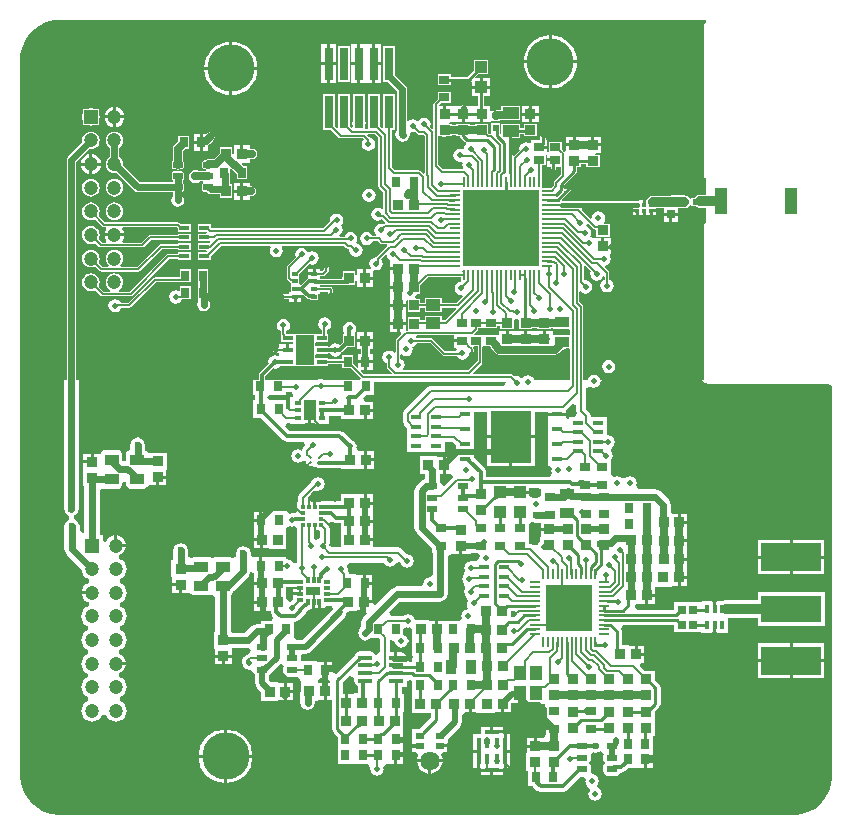
<source format=gtl>
G04*
G04 #@! TF.GenerationSoftware,Altium Limited,Altium Designer,19.1.6 (110)*
G04*
G04 Layer_Physical_Order=1*
G04 Layer_Color=255*
%FSLAX43Y43*%
%MOMM*%
G71*
G01*
G75*
%ADD10C,0.200*%
%ADD13C,0.203*%
%ADD14C,0.254*%
%ADD15C,0.300*%
%ADD16C,0.127*%
%ADD17C,0.152*%
%ADD21R,1.100X2.200*%
%ADD22R,1.000X1.200*%
%ADD23R,4.000X4.000*%
%ADD24R,0.910X0.220*%
%ADD25R,0.220X0.910*%
%ADD26R,0.900X0.700*%
%ADD27R,0.950X0.850*%
%ADD28R,0.700X0.900*%
%ADD29R,0.900X0.425*%
%ADD30R,0.300X0.800*%
%ADD31R,5.080X2.413*%
%ADD32R,5.080X2.286*%
%ADD33R,0.760X0.720*%
G04:AMPARAMS|DCode=34|XSize=0.55mm|YSize=0.8mm|CornerRadius=0.05mm|HoleSize=0mm|Usage=FLASHONLY|Rotation=270.000|XOffset=0mm|YOffset=0mm|HoleType=Round|Shape=RoundedRectangle|*
%AMROUNDEDRECTD34*
21,1,0.550,0.701,0,0,270.0*
21,1,0.451,0.800,0,0,270.0*
1,1,0.099,-0.351,-0.226*
1,1,0.099,-0.351,0.226*
1,1,0.099,0.351,0.226*
1,1,0.099,0.351,-0.226*
%
%ADD34ROUNDEDRECTD34*%
%ADD35R,0.850X0.950*%
%ADD36R,0.950X0.700*%
%ADD37R,0.400X0.950*%
%ADD38R,1.300X0.350*%
%ADD39R,0.350X2.300*%
%ADD40R,0.750X0.522*%
%ADD41R,0.700X0.950*%
%ADD42R,1.000X1.000*%
%ADD43R,0.300X0.350*%
%ADD44R,0.350X0.300*%
%ADD45R,0.500X0.350*%
%ADD46R,1.600X2.500*%
%ADD47R,0.850X0.450*%
%ADD48R,1.100X1.700*%
%ADD49R,0.600X0.350*%
%ADD50C,0.148*%
%ADD51R,3.500X4.400*%
%ADD52R,0.950X0.450*%
%ADD53R,1.250X1.000*%
%ADD54R,6.400X6.400*%
%ADD55R,0.970X0.220*%
%ADD56R,0.220X0.970*%
%ADD57R,0.300X0.300*%
%ADD58R,0.600X0.500*%
%ADD59R,0.720X0.760*%
%ADD60R,0.850X0.750*%
%ADD61R,1.390X0.990*%
%ADD62R,0.500X0.600*%
%ADD63R,0.762X2.794*%
%ADD64R,0.600X0.300*%
%ADD65R,0.300X0.600*%
%ADD66R,1.220X0.400*%
%ADD67O,1.220X0.400*%
%ADD118C,0.635*%
%ADD119C,0.508*%
%ADD120C,0.600*%
%ADD121C,0.500*%
%ADD122C,0.400*%
%ADD123C,0.305*%
%ADD124C,0.866*%
%ADD125C,0.215*%
%ADD126R,0.950X1.200*%
%ADD127R,0.950X1.200*%
%ADD128R,1.200X0.950*%
%ADD129R,1.200X0.950*%
%ADD130C,1.625*%
%ADD131C,1.200*%
%ADD132R,1.200X1.200*%
%ADD133C,4.000*%
%ADD134C,0.500*%
%ADD135C,0.600*%
G36*
X34742Y67522D02*
X34747Y67523D01*
X34752Y67522D01*
X89300D01*
Y67321D01*
X89261Y67314D01*
X89186Y67264D01*
X89136Y67189D01*
X89119Y67100D01*
Y54300D01*
X89136Y54211D01*
X89186Y54136D01*
X89261Y54086D01*
X89300Y54079D01*
Y52693D01*
X88767D01*
X88559Y52652D01*
X88383Y52534D01*
X88326Y52450D01*
X88050D01*
Y52390D01*
X87923Y52351D01*
X87834Y52484D01*
X87658Y52602D01*
X87450Y52643D01*
X86350D01*
X86264Y52626D01*
X84783D01*
X84575Y52585D01*
X84399Y52467D01*
X84281Y52291D01*
X84274Y52254D01*
X84177D01*
Y51850D01*
X83923D01*
Y52254D01*
X83646D01*
Y52239D01*
X83636Y52223D01*
X83519Y52145D01*
X83463Y52156D01*
X77134D01*
X77085Y52240D01*
X77078Y52280D01*
X77541Y52742D01*
X77550Y52756D01*
X77814Y53020D01*
X77864Y53095D01*
X77881Y53183D01*
Y53250D01*
X77864Y53339D01*
X77814Y53414D01*
X77739Y53464D01*
X77650Y53481D01*
X77561Y53464D01*
X77486Y53414D01*
X77436Y53339D01*
X77426Y53287D01*
X77331Y53192D01*
X77204Y53245D01*
Y53435D01*
X78303Y54533D01*
X78354Y54609D01*
X78371Y54697D01*
Y55050D01*
X78715D01*
Y55344D01*
X79125D01*
Y55050D01*
X79520D01*
X79700Y55014D01*
X79880Y55050D01*
X80275D01*
Y56100D01*
X79907D01*
X79883Y56119D01*
X79926Y56246D01*
X80429D01*
Y56798D01*
X79700D01*
Y56925D01*
X79573D01*
Y57604D01*
X78971D01*
Y57604D01*
X78869Y57604D01*
Y57604D01*
X78267D01*
Y56925D01*
X78140D01*
Y56798D01*
X77411D01*
Y56415D01*
X77284Y56363D01*
X77200Y56447D01*
X77133Y56492D01*
X77091Y56500D01*
X77050Y56541D01*
Y57200D01*
X76000D01*
Y56304D01*
X75854D01*
Y56598D01*
X75175D01*
Y56852D01*
X75854D01*
Y57354D01*
X75714D01*
X75708Y57481D01*
X75714Y57486D01*
X75764Y57561D01*
X75781Y57650D01*
X75764Y57739D01*
X75714Y57814D01*
X75639Y57864D01*
X75550Y57881D01*
X75461Y57864D01*
X75386Y57814D01*
X75309Y57737D01*
X75259Y57662D01*
X75242Y57573D01*
Y57354D01*
X74496D01*
Y57116D01*
X74369Y57048D01*
X74265Y57118D01*
X74050Y57161D01*
X73835Y57118D01*
X73653Y56997D01*
X73532Y56815D01*
X73489Y56600D01*
X73509Y56500D01*
X73008Y55999D01*
X72992Y56000D01*
X72881Y56040D01*
Y57500D01*
X73545D01*
Y57864D01*
X73835D01*
Y57650D01*
X74985D01*
Y58700D01*
X73835D01*
Y58326D01*
X73545D01*
Y58690D01*
X71955D01*
Y57945D01*
X71828Y57877D01*
X71819Y57883D01*
Y58227D01*
X71815Y58249D01*
Y58750D01*
X71115D01*
Y58000D01*
X71071Y57920D01*
X71015Y57883D01*
X70912D01*
X70854Y57941D01*
Y58700D01*
X69704D01*
Y58601D01*
X69294D01*
Y58700D01*
X68144D01*
Y58601D01*
X67734D01*
Y58700D01*
X67530D01*
X67516Y58719D01*
X67580Y58846D01*
X67888D01*
Y58846D01*
X67990D01*
Y58846D01*
X68592D01*
Y59525D01*
X68846D01*
Y58846D01*
X69448D01*
Y58846D01*
X69550Y58846D01*
Y58846D01*
X70152D01*
Y59525D01*
X70406D01*
Y58846D01*
X71008D01*
Y58900D01*
X71115Y58950D01*
X71135Y58950D01*
X71336D01*
X71465Y58924D01*
X71594Y58950D01*
X71815D01*
Y59002D01*
X72572D01*
X72614Y59010D01*
X73545D01*
Y60200D01*
X71955D01*
Y59853D01*
X71542D01*
X71379Y59821D01*
X71273Y59750D01*
X71135D01*
X71115Y59750D01*
X71008Y59800D01*
Y60204D01*
X70481D01*
Y61046D01*
X71004D01*
Y61673D01*
X70250D01*
X69496D01*
Y61046D01*
X70019D01*
Y60204D01*
X69550D01*
Y60204D01*
X69448Y60204D01*
Y60204D01*
X68920D01*
X68914Y60214D01*
X68839Y60264D01*
X68750Y60281D01*
X68661Y60264D01*
X68586Y60214D01*
X68580Y60204D01*
X67990D01*
Y60204D01*
X67888D01*
Y60204D01*
X67286D01*
Y59525D01*
X67032D01*
Y60204D01*
X66724D01*
X66672Y60331D01*
X66841Y60500D01*
X67650D01*
Y61400D01*
X66550D01*
Y60791D01*
X66253Y60494D01*
X66209Y60427D01*
X66193Y60348D01*
X66193Y60348D01*
Y58327D01*
X66066Y58275D01*
X65913Y58428D01*
X65918Y58435D01*
X65961Y58650D01*
X65918Y58865D01*
X65797Y59047D01*
X65615Y59168D01*
X65400Y59211D01*
X65185Y59168D01*
X65003Y59047D01*
X64937Y58947D01*
X64847D01*
X64665Y59068D01*
X64450Y59111D01*
X64235Y59068D01*
X64085Y58967D01*
X63958Y59015D01*
Y61656D01*
X63958Y61656D01*
X63927Y61812D01*
X63838Y61944D01*
X63838Y61944D01*
X62921Y62862D01*
Y65279D01*
X61959D01*
Y62285D01*
X62344D01*
X63142Y61487D01*
Y58195D01*
X63035Y58034D01*
X62988Y57800D01*
X63035Y57566D01*
X63167Y57367D01*
X63366Y57235D01*
X63600Y57188D01*
X63834Y57235D01*
X64033Y57367D01*
X64165Y57566D01*
X64212Y57800D01*
X64188Y57922D01*
X64188Y57924D01*
X64298Y58020D01*
X64450Y57989D01*
X64665Y58032D01*
X64672Y58037D01*
X64856Y57853D01*
X64856Y57853D01*
X64923Y57808D01*
X65002Y57793D01*
X65002Y57793D01*
X65350D01*
X65486Y57657D01*
Y54534D01*
X65359Y54481D01*
X65145Y54695D01*
X65079Y54740D01*
X65000Y54756D01*
X65000Y54756D01*
X62985D01*
X62667Y55074D01*
Y58221D01*
X62921D01*
Y61215D01*
X61959D01*
Y58383D01*
X61832Y58331D01*
X61651Y58512D01*
Y61215D01*
X60689D01*
Y58240D01*
X60381D01*
Y58480D01*
X60418Y58535D01*
X60461Y58750D01*
X60418Y58965D01*
X60381Y59020D01*
Y61215D01*
X59419D01*
Y59020D01*
X59382Y58965D01*
X59339Y58750D01*
X59382Y58535D01*
X59405Y58501D01*
X59387Y58409D01*
X59259Y58364D01*
X59111Y58512D01*
Y61215D01*
X58149D01*
Y58383D01*
X58022Y58331D01*
X57841Y58512D01*
Y61215D01*
X56879D01*
Y58221D01*
X57550D01*
X58235Y57536D01*
X58235Y57536D01*
X58302Y57492D01*
X58380Y57476D01*
X58380Y57476D01*
X60211D01*
X60287Y57371D01*
X60182Y57215D01*
X60139Y57000D01*
X60182Y56785D01*
X60303Y56603D01*
X60485Y56482D01*
X60700Y56439D01*
X60915Y56482D01*
X61097Y56603D01*
X61218Y56785D01*
X61261Y57000D01*
X61218Y57215D01*
X61097Y57397D01*
X60915Y57518D01*
X60737Y57553D01*
X60588Y57702D01*
X60641Y57829D01*
X61252D01*
X61549Y57533D01*
Y53424D01*
X61549Y53424D01*
X61565Y53346D01*
X61609Y53279D01*
X61946Y52942D01*
Y51566D01*
X61819Y51498D01*
X61714Y51568D01*
X61500Y51611D01*
X61285Y51568D01*
X61103Y51446D01*
X60982Y51264D01*
X60939Y51050D01*
X60982Y50835D01*
X61103Y50653D01*
X61285Y50532D01*
X61500Y50489D01*
X61714Y50532D01*
X61884Y50645D01*
X62142Y50387D01*
X62118Y50300D01*
X62093Y50257D01*
X62029Y50245D01*
X61977Y50210D01*
X61964Y50218D01*
X61750Y50261D01*
X61535Y50218D01*
X61353Y50096D01*
X61232Y49915D01*
X61189Y49700D01*
X61232Y49485D01*
X61334Y49332D01*
X61289Y49205D01*
X61070D01*
X61068Y49215D01*
X60946Y49396D01*
X60764Y49518D01*
X60550Y49561D01*
X60335Y49518D01*
X60153Y49396D01*
X60032Y49215D01*
X59989Y49000D01*
X60032Y48785D01*
X60153Y48603D01*
X60335Y48482D01*
X60550Y48439D01*
X60764Y48482D01*
X60946Y48603D01*
X61068Y48785D01*
X61070Y48794D01*
X61483D01*
X61724Y48553D01*
X61724Y48553D01*
X61791Y48508D01*
X61870Y48493D01*
X61870Y48493D01*
X62251D01*
X62304Y48366D01*
X61355Y47417D01*
X61351Y47411D01*
X61350Y47411D01*
X61135Y47368D01*
X60953Y47247D01*
X60832Y47065D01*
X60789Y46850D01*
X60832Y46635D01*
X60918Y46506D01*
X60854Y46379D01*
X60527D01*
Y45777D01*
X61079D01*
Y46229D01*
X61206Y46318D01*
X61350Y46289D01*
X61565Y46332D01*
X61747Y46453D01*
X61868Y46635D01*
X61911Y46850D01*
X61868Y47065D01*
X61754Y47235D01*
X62119Y47600D01*
X62257Y47559D01*
X62282Y47435D01*
X62403Y47253D01*
X62546Y47158D01*
Y46577D01*
X63225D01*
Y46323D01*
X62546D01*
Y45721D01*
X62546D01*
X62546Y45619D01*
X62546D01*
Y45017D01*
X63225D01*
Y44763D01*
X62546D01*
Y44161D01*
X62546D01*
X62546Y44058D01*
X62546D01*
Y43456D01*
X63225D01*
X63904D01*
Y43708D01*
X64031Y43780D01*
X64050Y43769D01*
Y42754D01*
X65100D01*
Y43144D01*
X65460D01*
Y42750D01*
X66910D01*
Y43144D01*
X68074D01*
X68126Y43017D01*
X67164Y42056D01*
X66910D01*
Y42450D01*
X65460D01*
Y42056D01*
X65100D01*
Y42344D01*
X64050D01*
Y41207D01*
X63904D01*
Y41642D01*
X63352D01*
Y41040D01*
X63432D01*
X63481Y40923D01*
X63055Y40497D01*
X63010Y40430D01*
X62994Y40352D01*
X62994Y40352D01*
Y39354D01*
X62867Y39315D01*
X62847Y39347D01*
X62665Y39468D01*
X62450Y39511D01*
X62235Y39468D01*
X62053Y39347D01*
X61932Y39165D01*
X61889Y38950D01*
X61932Y38735D01*
X62053Y38553D01*
X62235Y38432D01*
X62244Y38430D01*
Y38129D01*
X62244Y38129D01*
X62260Y38050D01*
X62305Y37983D01*
X62660Y37628D01*
X62607Y37501D01*
X60290D01*
X60062Y37729D01*
X60111Y37846D01*
X60323D01*
Y38423D01*
X59846D01*
Y38111D01*
X59729Y38062D01*
X59444Y38347D01*
X59400Y38376D01*
Y39100D01*
X58500D01*
Y38754D01*
X57275D01*
Y38875D01*
X56225Y38875D01*
X56200Y38992D01*
Y39108D01*
X56225Y39225D01*
X56327Y39225D01*
X57275D01*
Y39295D01*
X57409D01*
X57503Y39153D01*
X57685Y39032D01*
X57900Y38989D01*
X58115Y39032D01*
X58297Y39153D01*
X58418Y39335D01*
X58420Y39346D01*
X58455Y39370D01*
X58861Y39775D01*
X59600D01*
Y40925D01*
X59590D01*
X59529Y41052D01*
X59618Y41185D01*
X59661Y41400D01*
X59618Y41615D01*
X59497Y41797D01*
X59315Y41918D01*
X59100Y41961D01*
X58885Y41918D01*
X58703Y41797D01*
X58582Y41615D01*
X58539Y41400D01*
X58582Y41185D01*
X58671Y41052D01*
X58610Y40925D01*
X58550D01*
Y40185D01*
X58310Y39945D01*
X58297Y39947D01*
X58115Y40068D01*
X57900Y40111D01*
X57685Y40068D01*
X57503Y39947D01*
X57409Y39805D01*
X57275D01*
Y39875D01*
X56225Y39875D01*
X56200Y39992D01*
Y40108D01*
X56225Y40225D01*
X56327Y40225D01*
X57275D01*
Y40875D01*
X57156D01*
Y41220D01*
X57215Y41232D01*
X57397Y41353D01*
X57518Y41535D01*
X57561Y41750D01*
X57518Y41965D01*
X57397Y42147D01*
X57215Y42268D01*
X57000Y42311D01*
X56785Y42268D01*
X56603Y42147D01*
X56482Y41965D01*
X56439Y41750D01*
X56482Y41535D01*
X56603Y41353D01*
X56744Y41259D01*
Y40875D01*
X56317D01*
X56200Y40900D01*
X56108Y40900D01*
X54492D01*
X54400Y40900D01*
X54283Y40875D01*
X53786D01*
X53706Y40991D01*
Y41130D01*
X53715Y41132D01*
X53897Y41253D01*
X54018Y41435D01*
X54061Y41650D01*
X54018Y41865D01*
X53897Y42047D01*
X53715Y42168D01*
X53500Y42211D01*
X53285Y42168D01*
X53103Y42047D01*
X52982Y41865D01*
X52939Y41650D01*
X52982Y41435D01*
X53103Y41253D01*
X53285Y41132D01*
X53294Y41130D01*
Y40900D01*
X53294Y40900D01*
X53310Y40821D01*
X53321Y40805D01*
Y40673D01*
X53321Y40673D01*
X53325Y40654D01*
Y40225D01*
X54285Y40225D01*
X54354Y40098D01*
X54312Y40029D01*
X53977D01*
Y39550D01*
X53723D01*
Y40029D01*
X53171D01*
Y39756D01*
X52850D01*
X52771Y39740D01*
X52705Y39695D01*
X52705Y39695D01*
X52660Y39629D01*
X52644Y39550D01*
X52660Y39471D01*
X52705Y39405D01*
X52771Y39360D01*
X52850Y39344D01*
X52850Y39344D01*
X53171D01*
Y39116D01*
X53057Y39040D01*
X53015Y39068D01*
X52800Y39111D01*
X52585Y39068D01*
X52403Y38947D01*
X52282Y38765D01*
X52239Y38550D01*
X52272Y38383D01*
X51470Y37580D01*
X51414Y37498D01*
X51395Y37400D01*
Y37050D01*
X50900D01*
Y35750D01*
X51088D01*
Y35300D01*
X50950D01*
Y33800D01*
X51561D01*
X53456Y31906D01*
X53800Y31763D01*
X55249D01*
X55348Y31463D01*
X55193Y31307D01*
X55081Y31038D01*
X54700Y31195D01*
X54279Y31021D01*
X54105Y30600D01*
X54279Y30179D01*
X54700Y30005D01*
X55121Y30179D01*
X55148Y30182D01*
X55376Y30180D01*
X55445Y30050D01*
X55538Y29825D01*
X55549Y29799D01*
X55800Y29695D01*
X55915Y29743D01*
X56150Y29645D01*
X56209Y29670D01*
X56524Y29539D01*
X58400D01*
Y29475D01*
X59850D01*
Y29521D01*
X60348D01*
Y30250D01*
Y30979D01*
X59850D01*
Y31025D01*
X59848D01*
X59664Y31325D01*
X59695Y31400D01*
X59521Y31821D01*
X59260Y31929D01*
X58594Y32594D01*
X58250Y32737D01*
X54002D01*
X53649Y33090D01*
X53705Y33242D01*
X53796Y33367D01*
X54100D01*
Y33325D01*
X55300D01*
Y33346D01*
X55623D01*
Y34450D01*
X55877D01*
Y33346D01*
X56200D01*
Y33325D01*
X56771D01*
X56800Y33313D01*
X56829Y33325D01*
X57400D01*
Y33963D01*
X58350D01*
Y33675D01*
X59800D01*
Y33721D01*
X60298D01*
Y34450D01*
X60425D01*
Y34577D01*
X61104D01*
Y35179D01*
X60392D01*
X60268Y35479D01*
X60539Y35750D01*
X61150D01*
Y36861D01*
X72291D01*
X72309Y36836D01*
X72156Y36536D01*
X65983D01*
X65676Y36409D01*
X63741Y34474D01*
X63614Y34167D01*
Y33514D01*
X63741Y33207D01*
X64000Y32948D01*
Y31737D01*
Y30937D01*
X65500D01*
Y30937D01*
X65700D01*
Y30937D01*
X67200D01*
Y31791D01*
X67770D01*
X68085Y31475D01*
Y31040D01*
X68085D01*
Y30820D01*
X67991Y30559D01*
X67804Y30529D01*
Y30529D01*
X67252D01*
Y29800D01*
Y29071D01*
X67716D01*
X67830Y28782D01*
X67131Y28083D01*
X66854Y28198D01*
Y28236D01*
X66774Y28427D01*
Y29071D01*
X66998D01*
Y29800D01*
Y30529D01*
X66500D01*
Y30575D01*
X65050D01*
Y29025D01*
X65476D01*
Y28599D01*
X65142Y28461D01*
X64791Y28109D01*
X64601Y27650D01*
Y24500D01*
X64791Y24041D01*
X66100Y22732D01*
Y22350D01*
X66151D01*
Y20512D01*
X65901Y20345D01*
X65900Y20345D01*
X65479Y20171D01*
X65305Y19750D01*
X65171Y19549D01*
X63114D01*
X62654Y19359D01*
X61281Y17986D01*
X61004Y18101D01*
Y18123D01*
X60452D01*
Y17454D01*
X60539Y17244D01*
X60291Y16996D01*
X60101Y16536D01*
Y16169D01*
X59991Y16059D01*
X59801Y15600D01*
X59991Y15141D01*
X60450Y14951D01*
X60909Y15141D01*
X60918Y15150D01*
X61585D01*
X61667Y15068D01*
Y13949D01*
X61367Y13715D01*
X61250Y13745D01*
X61193Y13883D01*
X60810Y14041D01*
X59990D01*
X59607Y13883D01*
X59546Y13734D01*
X57954Y12142D01*
X57654Y12266D01*
Y12323D01*
X57177D01*
Y11746D01*
X57180D01*
X57424Y11479D01*
X57400Y11380D01*
X57399Y11379D01*
X57152D01*
Y10650D01*
Y9921D01*
X57611D01*
Y7427D01*
X57746Y7100D01*
X58100Y6746D01*
Y6000D01*
X58100D01*
Y4500D01*
X59300D01*
X59400Y4500D01*
Y4500D01*
X59600D01*
Y4500D01*
X60646D01*
X60846Y4200D01*
X60805Y4100D01*
X60979Y3679D01*
X61400Y3505D01*
X61821Y3679D01*
X61995Y4100D01*
X61954Y4200D01*
X62150Y4500D01*
X62396Y4546D01*
Y4546D01*
X62873D01*
Y5250D01*
X63000D01*
Y5377D01*
X63604D01*
Y5946D01*
Y6523D01*
X63000D01*
Y6777D01*
X63604D01*
Y7354D01*
X63650Y7375D01*
Y8925D01*
X63700Y8950D01*
Y10450D01*
X63512D01*
Y11050D01*
X63930D01*
Y11511D01*
X64230Y11639D01*
X64400Y11499D01*
Y10450D01*
X64350Y10375D01*
X64350D01*
Y8825D01*
X65963D01*
Y8438D01*
X64971Y7447D01*
X64965Y7433D01*
X64375D01*
Y6311D01*
X64421D01*
Y6177D01*
X65050D01*
Y5923D01*
X64421D01*
Y5535D01*
X64769D01*
X64936Y5286D01*
X64786Y4925D01*
X66990D01*
X66840Y5286D01*
X67007Y5535D01*
X67355D01*
Y5923D01*
X66726D01*
Y6177D01*
X67355D01*
Y6311D01*
X67401D01*
Y6585D01*
X68424Y7608D01*
X68600Y8032D01*
Y8608D01*
X68881Y8871D01*
X69188D01*
Y9600D01*
X69442D01*
Y8871D01*
X69719D01*
X70000Y8825D01*
X70275Y8825D01*
X71450D01*
Y8871D01*
X71948D01*
Y9600D01*
X72202D01*
Y8871D01*
X72754D01*
Y9357D01*
X72806Y9636D01*
X73054Y9636D01*
X73433D01*
Y10490D01*
X73687D01*
Y9636D01*
X74060D01*
Y9590D01*
X75650D01*
Y8385D01*
X75650Y8350D01*
X75696Y8069D01*
Y7627D01*
X76400D01*
Y7373D01*
X75696D01*
Y6994D01*
X75692Y6943D01*
X75644Y6851D01*
X75476Y6704D01*
X74967D01*
Y6025D01*
X74840D01*
Y5898D01*
X74111D01*
Y5400D01*
X74065D01*
Y3950D01*
X74200D01*
Y2615D01*
X74631D01*
X74656Y2556D01*
X74956Y2256D01*
X75300Y2113D01*
X77150D01*
X77494Y2256D01*
X78649Y3410D01*
X78918Y3390D01*
X79086Y3125D01*
X79055Y3050D01*
X79229Y2629D01*
X79311Y2595D01*
X79479Y2371D01*
X79419Y2226D01*
X79305Y1950D01*
X79479Y1529D01*
X79900Y1355D01*
X80321Y1529D01*
X80495Y1950D01*
X80321Y2371D01*
X80239Y2405D01*
X80071Y2629D01*
X80131Y2774D01*
X80245Y3050D01*
X80071Y3471D01*
X79721Y3616D01*
X79560Y3807D01*
X79504Y3909D01*
Y4326D01*
X79400Y4575D01*
X79504Y4824D01*
Y5275D01*
X79561Y5360D01*
X79741Y5487D01*
X79950Y5401D01*
X80357Y5569D01*
X80393Y5568D01*
X80620Y5334D01*
X80596Y5275D01*
Y4824D01*
X80700Y4575D01*
X80596Y4326D01*
Y3875D01*
X80707Y3607D01*
X80975Y3496D01*
X81676D01*
X81943Y3607D01*
X81997Y3738D01*
X82075D01*
X82419Y3881D01*
X82689Y4150D01*
X83300D01*
Y4150D01*
X83300Y4150D01*
X83581Y4196D01*
X84023D01*
Y4900D01*
X84150D01*
Y5027D01*
X84754D01*
Y5450D01*
X84800D01*
Y6840D01*
X84997D01*
Y8190D01*
Y8986D01*
X85301Y9290D01*
X85436Y9617D01*
Y10973D01*
X85436Y10973D01*
X85301Y11300D01*
X84997Y11604D01*
Y12400D01*
X84061D01*
X83668Y12794D01*
X83782Y13071D01*
X84054D01*
Y13673D01*
X83375D01*
Y13800D01*
X83248D01*
Y14529D01*
X82750D01*
Y14575D01*
X82189D01*
Y15740D01*
X82098Y15959D01*
X82254Y16259D01*
X86530D01*
Y15640D01*
X88870D01*
X88910Y15600D01*
Y15600D01*
X89810D01*
Y15646D01*
X89883D01*
Y16300D01*
X90137D01*
Y15646D01*
X90210D01*
Y15600D01*
X91110D01*
Y16838D01*
X93660D01*
Y16188D01*
X99340D01*
Y19074D01*
X93660D01*
Y18425D01*
X90968D01*
X90667Y18300D01*
X90210D01*
Y18254D01*
X90137D01*
Y17600D01*
X89883D01*
Y18254D01*
X89810D01*
Y18300D01*
X88910D01*
X88870Y18220D01*
X86530D01*
Y17541D01*
X83405D01*
X83235Y17807D01*
X83341Y18025D01*
X83648D01*
Y18071D01*
X84146D01*
Y18800D01*
X84272D01*
Y18927D01*
X84951D01*
Y19228D01*
X84958Y19525D01*
X85233Y19525D01*
X86408D01*
Y19571D01*
X86906D01*
Y20300D01*
X87033D01*
Y20427D01*
X87712D01*
Y20832D01*
X87714Y21131D01*
X87714Y21328D01*
Y21733D01*
X87035D01*
Y21987D01*
X87714D01*
Y22589D01*
X87714D01*
X87714Y22692D01*
X87714D01*
Y23294D01*
X87035D01*
Y23548D01*
X87714D01*
Y24150D01*
X87714D01*
Y24252D01*
X87714D01*
Y24854D01*
X87035D01*
Y24981D01*
X86908D01*
Y25710D01*
X86410D01*
Y25756D01*
X86299D01*
Y26450D01*
X86109Y26909D01*
X85424Y27594D01*
X84965Y27785D01*
X83557D01*
X83356Y28085D01*
X83445Y28300D01*
X83271Y28721D01*
X82850Y28895D01*
X82429Y28721D01*
X82171Y28721D01*
X81750Y28895D01*
X81546Y28811D01*
X81470Y28808D01*
X81250Y29100D01*
Y30249D01*
X81395Y30600D01*
X81221Y31021D01*
X81281Y31321D01*
X81421Y31379D01*
X81595Y31800D01*
X81421Y32221D01*
X81000Y32395D01*
X80900Y32462D01*
Y32887D01*
Y33912D01*
X79586D01*
Y33948D01*
X79459Y34256D01*
X79135Y34580D01*
Y36332D01*
X79435Y36456D01*
X79800Y36305D01*
X80221Y36479D01*
X80395Y36900D01*
X80496Y37050D01*
X80331D01*
X80318Y37115D01*
X80197Y37297D01*
X80015Y37418D01*
X79800Y37461D01*
X79585Y37418D01*
X79403Y37297D01*
X79282Y37115D01*
X79269Y37050D01*
X78905D01*
Y43199D01*
X78905Y43199D01*
X78890Y43278D01*
X78845Y43345D01*
X78845Y43345D01*
X78560Y43630D01*
Y44489D01*
X78687Y44528D01*
X78703Y44503D01*
X78885Y44382D01*
X79100Y44339D01*
X79314Y44382D01*
X79496Y44503D01*
X79618Y44685D01*
X79661Y44900D01*
X79618Y45115D01*
X79496Y45296D01*
X79314Y45418D01*
X79100Y45461D01*
X79012Y45443D01*
X78913Y45524D01*
Y46646D01*
X79040Y46698D01*
X79531Y46208D01*
X79489Y46000D01*
X79532Y45785D01*
X79653Y45603D01*
X79835Y45482D01*
X80050Y45439D01*
X80264Y45482D01*
X80446Y45603D01*
X80568Y45785D01*
X80694Y45770D01*
Y45520D01*
X80685Y45518D01*
X80503Y45396D01*
X80382Y45215D01*
X80339Y45000D01*
X80382Y44785D01*
X80503Y44603D01*
X80685Y44482D01*
X80900Y44439D01*
X81114Y44482D01*
X81296Y44603D01*
X81418Y44785D01*
X81461Y45000D01*
X81418Y45215D01*
X81296Y45396D01*
X81114Y45518D01*
X81105Y45520D01*
Y46071D01*
X81090Y46150D01*
X81045Y46217D01*
X81045Y46217D01*
X80694Y46568D01*
X80735Y46706D01*
X80864Y46732D01*
X81046Y46853D01*
X81168Y47035D01*
X81211Y47250D01*
X81168Y47465D01*
X81121Y47534D01*
X81181Y47646D01*
X81279D01*
Y48084D01*
X81289Y48086D01*
X81364Y48136D01*
X81414Y48211D01*
X81431Y48300D01*
X81414Y48389D01*
X81364Y48464D01*
X81289Y48514D01*
X81279Y48516D01*
Y49004D01*
X80677D01*
Y48325D01*
X80423D01*
Y49004D01*
X79821D01*
X79821Y49004D01*
X79703Y49026D01*
X79565Y49118D01*
X79537Y49124D01*
X79488Y49241D01*
X79518Y49285D01*
X79561Y49500D01*
X79518Y49715D01*
X79397Y49897D01*
X79215Y50018D01*
X79172Y50026D01*
X79132Y50142D01*
X79176Y50246D01*
X79304Y50277D01*
X79727Y49853D01*
X79727Y49853D01*
X79794Y49808D01*
X79873Y49793D01*
X79975Y49720D01*
Y49150D01*
X80496D01*
X80550Y49139D01*
X80604Y49150D01*
X81125D01*
Y50200D01*
X80792D01*
X80765Y50218D01*
X80657Y50240D01*
X80654Y50242D01*
X80608Y50379D01*
X80695Y50508D01*
X80738Y50723D01*
X80695Y50938D01*
X80574Y51120D01*
X80392Y51241D01*
X80177Y51284D01*
X79962Y51241D01*
X79780Y51120D01*
X79659Y50938D01*
X79616Y50723D01*
X79499Y50663D01*
X78745Y51417D01*
X78797Y51544D01*
X83059D01*
Y51477D01*
X83463D01*
Y51350D01*
X83590D01*
Y50946D01*
X83923D01*
Y51350D01*
X84177D01*
Y50946D01*
X84510D01*
Y51350D01*
X84637D01*
Y51477D01*
X85041D01*
Y51540D01*
X85686D01*
Y51197D01*
X86300D01*
X86914D01*
Y51557D01*
X87450D01*
X87658Y51598D01*
X87834Y51716D01*
X87923Y51849D01*
X88050Y51810D01*
Y51750D01*
X88406D01*
X88559Y51648D01*
X88767Y51607D01*
X89300D01*
Y50371D01*
X89261Y50364D01*
X89186Y50314D01*
X89136Y50239D01*
X89119Y50150D01*
X89126Y50112D01*
X89119Y50075D01*
Y37250D01*
X89133Y37177D01*
X89123Y37142D01*
X89058Y37050D01*
X81598D01*
X88971Y37050D01*
X89023Y36923D01*
X89173Y36773D01*
X89500Y36638D01*
X99500D01*
X99621Y36688D01*
X99921Y36488D01*
X99922Y3500D01*
X99922Y3499D01*
X99922Y3499D01*
X99922Y3483D01*
X99922Y3260D01*
X99866Y2833D01*
X99755Y2418D01*
X99591Y2020D01*
X99377Y1647D01*
X99116Y1305D01*
X98813Y1000D01*
X98473Y736D01*
X98101Y520D01*
X97705Y353D01*
X97290Y239D01*
X96864Y180D01*
X96650Y178D01*
X34602Y178D01*
X34378Y182D01*
X33934Y246D01*
X33503Y368D01*
X33091Y546D01*
X32706Y775D01*
X32354Y1053D01*
X32041Y1375D01*
X31773Y1734D01*
X31554Y2126D01*
X31388Y2542D01*
X31278Y2977D01*
X31225Y3423D01*
X31228Y3647D01*
X31228Y3649D01*
X31228Y3651D01*
Y37050D01*
Y64191D01*
X31229Y64197D01*
X31230Y64209D01*
X31227Y64228D01*
X31228Y64233D01*
X31236Y64467D01*
X31310Y64906D01*
X31440Y65331D01*
X31624Y65737D01*
X31860Y66114D01*
X32144Y66458D01*
X32469Y66762D01*
X32832Y67021D01*
X33225Y67230D01*
X33642Y67386D01*
X34076Y67486D01*
X34519Y67529D01*
X34742Y67522D01*
D02*
G37*
G36*
X68144Y57650D02*
X68478D01*
X68486Y57611D01*
X68536Y57536D01*
X68886Y57186D01*
X68948Y57145D01*
X68964Y57075D01*
X68967Y57006D01*
X68953Y56997D01*
X68832Y56815D01*
X68796Y56633D01*
X68678Y56559D01*
X68665Y56568D01*
X68450Y56611D01*
X68235Y56568D01*
X68053Y56447D01*
X67932Y56265D01*
X67889Y56050D01*
X67932Y55835D01*
X68053Y55653D01*
X68235Y55532D01*
X68450Y55489D01*
X68572Y55513D01*
X68575Y55512D01*
X68670Y55403D01*
X68639Y55250D01*
X68682Y55035D01*
X68727Y54968D01*
X68667Y54856D01*
X66985D01*
X66604Y55237D01*
Y57650D01*
X66843D01*
X66866Y57635D01*
X67100Y57588D01*
X67334Y57635D01*
X67357Y57650D01*
X67734D01*
Y57749D01*
X68144D01*
Y57650D01*
D02*
G37*
G36*
X75846Y55802D02*
X76525D01*
Y55548D01*
X75846D01*
Y55046D01*
X76119D01*
Y54750D01*
X76136Y54661D01*
X76186Y54586D01*
X76261Y54536D01*
X76350Y54519D01*
X76439Y54536D01*
X76514Y54586D01*
X76564Y54661D01*
X76581Y54750D01*
Y55046D01*
X76996D01*
Y54380D01*
X76449Y53833D01*
X76405Y53766D01*
X76402Y53753D01*
X76389Y53687D01*
X76389Y53687D01*
Y53500D01*
X76149Y53260D01*
X75404D01*
Y53304D01*
X75360D01*
Y54340D01*
X75356D01*
Y55200D01*
X75700D01*
Y56096D01*
X75846D01*
Y55802D01*
D02*
G37*
G36*
X68540Y45360D02*
X68434Y45310D01*
X68335Y45290D01*
X68153Y45169D01*
X68032Y44987D01*
X67989Y44772D01*
X68032Y44557D01*
X68153Y44376D01*
X68335Y44254D01*
X68550Y44211D01*
X68664Y44234D01*
X68726Y44117D01*
X68165Y43556D01*
X66910D01*
Y43950D01*
X65460D01*
Y43556D01*
X65100D01*
Y43904D01*
X64710D01*
X64665Y44031D01*
X64768Y44185D01*
X64794Y44315D01*
X65100D01*
Y45086D01*
X65148Y45118D01*
X65770Y45739D01*
X68540D01*
Y45360D01*
D02*
G37*
G36*
X73250Y42189D02*
X73333Y42206D01*
X73431Y42125D01*
Y41300D01*
X74581D01*
Y41399D01*
X74991D01*
Y41300D01*
X76141D01*
Y41449D01*
X76368D01*
X76400Y41374D01*
X76476Y41342D01*
X77676D01*
X77788Y41251D01*
Y40950D01*
X77676Y40858D01*
X77661Y40858D01*
X76476D01*
X76422Y40836D01*
X76295Y40888D01*
Y41154D01*
X75693D01*
Y40475D01*
X75439D01*
Y41154D01*
X74837D01*
Y41154D01*
X74735D01*
Y41154D01*
X74133D01*
Y40475D01*
X73879D01*
Y41154D01*
X73277D01*
Y41154D01*
X73175D01*
Y41154D01*
X72573D01*
Y40475D01*
X72319D01*
Y41154D01*
X71717D01*
Y40850D01*
X71610Y40800D01*
X70527D01*
X70400Y40800D01*
X70383Y40800D01*
X69720D01*
X69668Y40927D01*
X69945Y41205D01*
X69945Y41205D01*
X69990Y41271D01*
X70006Y41350D01*
Y41400D01*
X70400D01*
Y41400D01*
X70510Y41400D01*
Y41400D01*
X71610D01*
Y41619D01*
X71871D01*
Y41300D01*
X73021D01*
Y42105D01*
X73148Y42209D01*
X73250Y42189D01*
D02*
G37*
G36*
X67936Y40477D02*
X68640D01*
Y40223D01*
X67936D01*
Y39746D01*
X68134D01*
X68202Y39619D01*
X68132Y39515D01*
X68120Y39456D01*
X67225D01*
X66186Y40495D01*
X66119Y40540D01*
X66040Y40555D01*
X66040Y40555D01*
X64820D01*
X64818Y40565D01*
X64748Y40669D01*
X64816Y40796D01*
X67936D01*
Y40477D01*
D02*
G37*
G36*
X66995Y39105D02*
X66995Y39105D01*
X67062Y39060D01*
X67140Y39044D01*
X67140Y39044D01*
X68159D01*
X68253Y38903D01*
X68435Y38782D01*
X68650Y38739D01*
X68865Y38782D01*
X69047Y38903D01*
X69168Y39085D01*
X69174Y39118D01*
X69254Y39146D01*
X69310Y39149D01*
X69355Y39105D01*
X69421Y39060D01*
X69500Y39044D01*
X69579Y39060D01*
X69645Y39105D01*
X69690Y39171D01*
X69706Y39250D01*
X69690Y39329D01*
X69649Y39390D01*
Y39601D01*
X69633Y39680D01*
X69589Y39746D01*
X69552Y39783D01*
X69601Y39900D01*
X69946D01*
Y38637D01*
X69163Y37854D01*
X63716D01*
X63648Y37981D01*
X63718Y38085D01*
X63761Y38300D01*
X63718Y38515D01*
X63597Y38697D01*
X63415Y38818D01*
X63406Y38820D01*
Y39139D01*
X63533Y39184D01*
X63685Y39082D01*
X63900Y39039D01*
X64115Y39082D01*
X64297Y39203D01*
X64418Y39385D01*
X64461Y39600D01*
X64418Y39813D01*
X64514Y39832D01*
X64696Y39953D01*
X64818Y40135D01*
X64820Y40144D01*
X65955D01*
X66995Y39105D01*
D02*
G37*
G36*
X58500Y38000D02*
X59179D01*
X59198Y37996D01*
X59213D01*
X60032Y37177D01*
X60000Y37070D01*
X59985Y37050D01*
X56892Y37050D01*
X56865Y37068D01*
X56650Y37111D01*
X56435Y37068D01*
X56408Y37050D01*
X51905D01*
Y37294D01*
X52633Y38022D01*
X52800Y37989D01*
X53015Y38032D01*
X53197Y38153D01*
X53213Y38179D01*
X53325Y38225D01*
X53325Y38225D01*
X53325Y38225D01*
X54283D01*
X54400Y38200D01*
X54492Y38200D01*
X56108D01*
X56200Y38200D01*
X56317Y38225D01*
X57275D01*
Y38346D01*
X58500D01*
Y38000D01*
D02*
G37*
G36*
X70510Y39900D02*
X70527Y39900D01*
X71008D01*
X71084Y39825D01*
X71110Y39693D01*
X71202Y39555D01*
X71476Y39281D01*
X71614Y39189D01*
X71777Y39157D01*
X76509D01*
X76672Y39189D01*
X76810Y39281D01*
X77123Y39595D01*
X77150Y39589D01*
X77364Y39632D01*
X77454Y39692D01*
X77661D01*
X77676Y39692D01*
X77788Y39601D01*
Y37050D01*
X74721D01*
X74718Y37065D01*
X74597Y37247D01*
X74415Y37368D01*
X74200Y37411D01*
X73985Y37368D01*
X73803Y37247D01*
X73770Y37197D01*
X73647D01*
X73465Y37318D01*
X73250Y37361D01*
X73035Y37318D01*
X73028Y37313D01*
X72900Y37441D01*
X72833Y37485D01*
X72755Y37501D01*
X72755Y37501D01*
X69571D01*
X69518Y37628D01*
X70297Y38406D01*
X70297Y38406D01*
X70341Y38473D01*
X70357Y38552D01*
Y39784D01*
X70484Y39900D01*
X70510Y39900D01*
D02*
G37*
G36*
X54305Y35652D02*
X54243Y35575D01*
X54100D01*
Y34718D01*
X53879Y34563D01*
X53820Y34546D01*
X53750Y34594D01*
Y35300D01*
X52450D01*
Y35300D01*
X52362D01*
X52108Y35488D01*
X52259Y35750D01*
X52400D01*
Y35750D01*
X53700D01*
Y36015D01*
X54212D01*
X54305Y35652D01*
D02*
G37*
G36*
X78265Y34858D02*
Y34400D01*
X78343Y34212D01*
X78181Y33912D01*
X77700D01*
Y33747D01*
X77544Y33695D01*
X77389Y33843D01*
Y33978D01*
X75931D01*
Y33626D01*
X75931D01*
X75885Y33360D01*
X75885D01*
Y32310D01*
X75885D01*
Y32090D01*
X75885D01*
Y31040D01*
X75885Y31040D01*
Y30820D01*
X75885D01*
X75885Y30740D01*
Y29770D01*
X76038D01*
X76205Y29521D01*
X76155Y29400D01*
X76264Y29137D01*
X76079Y28837D01*
X70689D01*
Y29188D01*
X70546Y29533D01*
X70545Y29533D01*
X70757Y29746D01*
X72633D01*
Y32073D01*
X70756D01*
Y29747D01*
X70544Y29535D01*
X69645Y30434D01*
X69635Y30458D01*
Y30820D01*
X69635D01*
Y31040D01*
X69635D01*
Y32010D01*
X69635Y32090D01*
X69635D01*
Y32310D01*
X69635D01*
Y33280D01*
X69635Y33360D01*
X69635D01*
Y33580D01*
X69635D01*
Y34314D01*
X70756D01*
Y32327D01*
X74764D01*
Y34314D01*
X75931D01*
Y34232D01*
X77389D01*
Y34413D01*
X77456Y34441D01*
X77988Y34973D01*
X78265Y34858D01*
D02*
G37*
G36*
X75300Y27750D02*
Y27234D01*
X75000Y27033D01*
X74850Y27095D01*
X74604Y26993D01*
X74304Y27188D01*
Y27387D01*
X73550D01*
Y27641D01*
X74304D01*
Y27863D01*
X75047D01*
X75300Y27750D01*
D02*
G37*
G36*
X74850Y24951D02*
X75271D01*
Y24502D01*
X76000D01*
Y24248D01*
X75271D01*
Y23750D01*
X75225D01*
Y23340D01*
X75179Y23321D01*
X75079Y23081D01*
X74728Y23008D01*
X74727Y23009D01*
X74419Y23136D01*
X74300D01*
Y23600D01*
X74300D01*
Y23800D01*
X74300D01*
Y24854D01*
X74530Y25025D01*
X74650Y25033D01*
X74850Y24951D01*
D02*
G37*
G36*
X68627Y22296D02*
X69217D01*
X69229Y22296D01*
X69229Y22296D01*
X69496Y22346D01*
Y22346D01*
X69949D01*
X70115Y22097D01*
X70055Y21950D01*
X70066Y21922D01*
X69992Y21812D01*
X69750Y21673D01*
X69450Y21654D01*
X69350Y21695D01*
X68929Y21521D01*
X68755Y21100D01*
X68838Y20899D01*
X68829Y20571D01*
X68655Y20150D01*
X68829Y19729D01*
X68916Y19368D01*
X68805Y19100D01*
X68979Y18679D01*
X69095Y18319D01*
X69005Y18100D01*
X69078Y17922D01*
X69146Y17662D01*
X68917Y17549D01*
X68729Y17471D01*
X68555Y17050D01*
X68616Y16902D01*
X68396Y16650D01*
X67445D01*
X67200Y16650D01*
X66909Y16629D01*
X66602D01*
Y15900D01*
X66348D01*
Y16629D01*
X65850D01*
Y16675D01*
X64635D01*
X64471Y17071D01*
X64050Y17245D01*
X63629Y17071D01*
X63615Y17036D01*
X62593D01*
X62468Y17336D01*
X63383Y18251D01*
X66800D01*
X67259Y18441D01*
X67449Y18900D01*
Y22112D01*
X67452Y22116D01*
X67749Y22303D01*
X67771Y22296D01*
Y22296D01*
X67878Y22296D01*
X68373D01*
Y22975D01*
X68627D01*
Y22296D01*
D02*
G37*
G36*
X73172Y17140D02*
X73052Y16985D01*
X72750D01*
Y17438D01*
X73038D01*
X73172Y17140D01*
D02*
G37*
G36*
X64400Y15930D02*
Y15125D01*
X64400D01*
X64400Y15050D01*
X64400D01*
X64400Y14825D01*
Y13800D01*
X64400Y13550D01*
X64400D01*
X64400Y13500D01*
X64400D01*
Y13162D01*
X64106D01*
X63965Y13373D01*
X63474D01*
X63430Y13391D01*
X63020D01*
Y13500D01*
X62893D01*
Y13991D01*
X62610D01*
X62536Y14041D01*
Y14987D01*
X62627Y15014D01*
X62905Y14900D01*
X63079Y14479D01*
X63500Y14305D01*
X63921Y14479D01*
X64095Y14900D01*
X63921Y15321D01*
X63654Y15431D01*
Y15900D01*
X63954Y16094D01*
X64050Y16055D01*
X64151Y16096D01*
X64400Y15930D01*
D02*
G37*
G36*
X59413Y11898D02*
X59513Y11705D01*
X59449Y11550D01*
X59607Y11167D01*
X59793Y11091D01*
Y10485D01*
X59440D01*
Y10439D01*
X58942D01*
Y9710D01*
X58688D01*
Y10439D01*
X58535D01*
Y11416D01*
X59074Y11955D01*
X59413Y11898D01*
D02*
G37*
%LPC*%
G36*
X76227Y66202D02*
Y64077D01*
X78352D01*
X78321Y64392D01*
X78192Y64817D01*
X77983Y65208D01*
X77702Y65552D01*
X77358Y65833D01*
X76967Y66043D01*
X76542Y66171D01*
X76227Y66202D01*
D02*
G37*
G36*
X75973D02*
X75658Y66171D01*
X75233Y66043D01*
X74842Y65833D01*
X74498Y65552D01*
X74217Y65208D01*
X74007Y64817D01*
X73879Y64392D01*
X73848Y64077D01*
X75973D01*
Y66202D01*
D02*
G37*
G36*
X61805Y65433D02*
X61297D01*
Y63909D01*
X61805D01*
Y65433D01*
D02*
G37*
G36*
X57995D02*
X57487D01*
Y63909D01*
X57995D01*
Y65433D01*
D02*
G37*
G36*
X59773D02*
X59265D01*
Y63909D01*
X59773D01*
Y65433D01*
D02*
G37*
G36*
X57233D02*
X56725D01*
Y63909D01*
X57233D01*
Y65433D01*
D02*
G37*
G36*
X49177Y65652D02*
Y63527D01*
X51302D01*
X51271Y63842D01*
X51143Y64267D01*
X50933Y64658D01*
X50652Y65002D01*
X50308Y65283D01*
X49917Y65493D01*
X49492Y65621D01*
X49177Y65652D01*
D02*
G37*
G36*
X48923D02*
X48608Y65621D01*
X48183Y65493D01*
X47792Y65283D01*
X47448Y65002D01*
X47167Y64658D01*
X46958Y64267D01*
X46829Y63842D01*
X46798Y63527D01*
X48923D01*
Y65652D01*
D02*
G37*
G36*
X70850Y64100D02*
X69650D01*
Y63227D01*
X69104Y62681D01*
X67650D01*
Y62900D01*
X66550D01*
Y62000D01*
X67650D01*
Y62219D01*
X69200D01*
X69289Y62236D01*
X69364Y62286D01*
X69379Y62301D01*
X69496Y62253D01*
Y61927D01*
X70123D01*
Y62554D01*
X69797D01*
X69749Y62671D01*
X69977Y62900D01*
X70850D01*
Y64100D01*
D02*
G37*
G36*
X59111Y65279D02*
X58149D01*
Y62285D01*
X59111D01*
Y65279D01*
D02*
G37*
G36*
X61805Y63655D02*
X61297D01*
Y62131D01*
X61805D01*
Y63655D01*
D02*
G37*
G36*
X61043Y65433D02*
X60027D01*
Y63782D01*
Y62131D01*
X61043D01*
Y63782D01*
Y65433D01*
D02*
G37*
G36*
X59773Y63655D02*
X59265D01*
Y62131D01*
X59773D01*
Y63655D01*
D02*
G37*
G36*
X57995D02*
X57487D01*
Y62131D01*
X57995D01*
Y63655D01*
D02*
G37*
G36*
X57233D02*
X56725D01*
Y62131D01*
X57233D01*
Y63655D01*
D02*
G37*
G36*
X71004Y62554D02*
X70377D01*
Y61927D01*
X71004D01*
Y62554D01*
D02*
G37*
G36*
X78352Y63823D02*
X76227D01*
Y61698D01*
X76542Y61729D01*
X76967Y61857D01*
X77358Y62067D01*
X77702Y62348D01*
X77983Y62692D01*
X78192Y63083D01*
X78321Y63508D01*
X78352Y63823D01*
D02*
G37*
G36*
X75973D02*
X73848D01*
X73879Y63508D01*
X74007Y63083D01*
X74217Y62692D01*
X74498Y62348D01*
X74842Y62067D01*
X75233Y61857D01*
X75658Y61729D01*
X75973Y61698D01*
Y63823D01*
D02*
G37*
G36*
X51302Y63273D02*
X49177D01*
Y61148D01*
X49492Y61179D01*
X49917Y61307D01*
X50308Y61517D01*
X50652Y61798D01*
X50933Y62142D01*
X51143Y62533D01*
X51271Y62958D01*
X51302Y63273D01*
D02*
G37*
G36*
X48923D02*
X46798D01*
X46829Y62958D01*
X46958Y62533D01*
X47167Y62142D01*
X47448Y61798D01*
X47792Y61517D01*
X48183Y61307D01*
X48608Y61179D01*
X48923Y61148D01*
Y63273D01*
D02*
G37*
G36*
X75139Y60204D02*
X74537D01*
Y59652D01*
X75139D01*
Y60204D01*
D02*
G37*
G36*
X74283D02*
X73681D01*
Y59652D01*
X74283D01*
Y60204D01*
D02*
G37*
G36*
X39327Y60145D02*
Y59427D01*
X40045D01*
X40032Y59523D01*
X39946Y59731D01*
X39809Y59909D01*
X39631Y60046D01*
X39423Y60132D01*
X39327Y60145D01*
D02*
G37*
G36*
X39073D02*
X38977Y60132D01*
X38769Y60046D01*
X38591Y59909D01*
X38454Y59731D01*
X38368Y59523D01*
X38355Y59427D01*
X39073D01*
Y60145D01*
D02*
G37*
G36*
X75139Y59398D02*
X74537D01*
Y58846D01*
X75139D01*
Y59398D01*
D02*
G37*
G36*
X74283D02*
X73681D01*
Y58846D01*
X74283D01*
Y59398D01*
D02*
G37*
G36*
X37200Y60056D02*
X37004Y60031D01*
X36930Y60000D01*
X36500D01*
Y59570D01*
X36469Y59496D01*
X36444Y59300D01*
X36469Y59104D01*
X36500Y59030D01*
Y58600D01*
X36930D01*
X37004Y58569D01*
X37200Y58544D01*
X37396Y58569D01*
X37470Y58600D01*
X37900D01*
Y59030D01*
X37931Y59104D01*
X37956Y59300D01*
X37931Y59496D01*
X37900Y59570D01*
Y60000D01*
X37470D01*
X37396Y60031D01*
X37200Y60056D01*
D02*
G37*
G36*
X40045Y59173D02*
X39327D01*
Y58455D01*
X39423Y58468D01*
X39631Y58554D01*
X39809Y58691D01*
X39946Y58869D01*
X40032Y59077D01*
X40045Y59173D01*
D02*
G37*
G36*
X39073D02*
X38355D01*
X38368Y59077D01*
X38454Y58869D01*
X38591Y58691D01*
X38769Y58554D01*
X38977Y58468D01*
X39073Y58455D01*
Y59173D01*
D02*
G37*
G36*
X46423Y57854D02*
X45946D01*
Y57277D01*
X46423D01*
Y57854D01*
D02*
G37*
G36*
X80429Y57604D02*
X79827D01*
Y57052D01*
X80429D01*
Y57604D01*
D02*
G37*
G36*
X78013Y57604D02*
X77411D01*
Y57052D01*
X78013D01*
Y57604D01*
D02*
G37*
G36*
X37200Y58056D02*
X37004Y58031D01*
X36822Y57955D01*
X36665Y57835D01*
X36545Y57678D01*
X36469Y57496D01*
X36444Y57300D01*
X36464Y57141D01*
X35262Y55938D01*
X35173Y55806D01*
X35142Y55650D01*
X35142Y55650D01*
Y37050D01*
X34901D01*
Y26100D01*
X35091Y25641D01*
X35365Y25527D01*
Y25202D01*
X35141Y25109D01*
X34951Y24650D01*
Y22700D01*
X35141Y22241D01*
X36342Y21039D01*
X36326Y21000D01*
X36611Y20311D01*
X37031Y20137D01*
X37031Y19813D01*
X36646Y19654D01*
X36428Y19127D01*
X37300D01*
Y18873D01*
X36428D01*
X36646Y18346D01*
X37031Y18187D01*
X37031Y17863D01*
X36611Y17689D01*
X36326Y17000D01*
X36611Y16311D01*
X36970Y16162D01*
Y15838D01*
X36611Y15689D01*
X36326Y15000D01*
X36611Y14311D01*
X36970Y14162D01*
Y13838D01*
X36611Y13689D01*
X36326Y13000D01*
X36611Y12311D01*
X36970Y12162D01*
Y11838D01*
X36611Y11689D01*
X36326Y11000D01*
X36611Y10311D01*
X36970Y10162D01*
Y9838D01*
X36611Y9689D01*
X36326Y9000D01*
X36611Y8311D01*
X37300Y8026D01*
X37989Y8311D01*
X38138Y8670D01*
X38462D01*
X38611Y8311D01*
X39300Y8026D01*
X39989Y8311D01*
X40274Y9000D01*
X39989Y9689D01*
X39630Y9838D01*
Y10162D01*
X39989Y10311D01*
X40274Y11000D01*
X39989Y11689D01*
X39569Y11863D01*
X39569Y12187D01*
X39954Y12346D01*
X40172Y12873D01*
X39300D01*
Y13127D01*
X40172D01*
X39954Y13654D01*
X39569Y13813D01*
X39569Y14137D01*
X39989Y14311D01*
X40274Y15000D01*
X39989Y15689D01*
X39630Y15838D01*
Y16162D01*
X39989Y16311D01*
X40274Y17000D01*
X39989Y17689D01*
X39630Y17838D01*
Y18162D01*
X39989Y18311D01*
X40274Y19000D01*
X39989Y19689D01*
X39630Y19838D01*
Y20162D01*
X39989Y20311D01*
X40274Y21000D01*
X39989Y21689D01*
X39569Y21863D01*
X39569Y22187D01*
X39954Y22346D01*
X40172Y22873D01*
X39300D01*
Y23000D01*
X39173D01*
Y23872D01*
X38646Y23654D01*
X38500Y23300D01*
X38200Y23360D01*
Y23900D01*
X37949D01*
Y27700D01*
X38249Y27867D01*
X38350Y27825D01*
X39550D01*
X39780Y27921D01*
X39875Y28150D01*
Y28272D01*
X40175Y28433D01*
X40175Y28432D01*
Y28150D01*
X40270Y27920D01*
X40500Y27825D01*
X41700D01*
X41930Y27920D01*
X42121Y28096D01*
X42723D01*
Y28775D01*
X42850D01*
Y28902D01*
X43579D01*
Y29400D01*
X43625D01*
Y30850D01*
X42075D01*
X41930Y30979D01*
X41930Y30980D01*
X41799Y31034D01*
Y31500D01*
X41609Y31959D01*
X41150Y32149D01*
X40691Y31959D01*
X40501Y31500D01*
Y31075D01*
X40500D01*
X40270Y30980D01*
X40175Y30750D01*
Y30150D01*
X39875D01*
Y30750D01*
X39780Y30980D01*
X39550Y31075D01*
X38350D01*
X38120Y30980D01*
X38027Y30754D01*
X37427D01*
Y30075D01*
X37300D01*
Y29948D01*
X36571D01*
Y29450D01*
X36525D01*
Y28000D01*
X36651D01*
Y24065D01*
X36501Y24022D01*
X36249Y24252D01*
Y24650D01*
X36059Y25109D01*
X35785Y25223D01*
Y25548D01*
X36009Y25641D01*
X36199Y26100D01*
Y37050D01*
X35958D01*
Y55481D01*
X37041Y56564D01*
X37200Y56544D01*
X37396Y56569D01*
X37578Y56645D01*
X37735Y56765D01*
X37855Y56922D01*
X37931Y57104D01*
X37956Y57300D01*
X37931Y57496D01*
X37855Y57678D01*
X37735Y57835D01*
X37578Y57955D01*
X37396Y58031D01*
X37200Y58056D01*
D02*
G37*
G36*
X47250Y57976D02*
X47087Y57943D01*
X46954Y57854D01*
X46677D01*
Y57150D01*
Y56446D01*
X47154D01*
Y56895D01*
X47284Y56982D01*
X47551Y57249D01*
X47643Y57387D01*
X47676Y57550D01*
X47643Y57713D01*
X47551Y57851D01*
X47413Y57943D01*
X47250Y57976D01*
D02*
G37*
G36*
X46423Y57023D02*
X45946D01*
Y56446D01*
X46423D01*
Y57023D01*
D02*
G37*
G36*
X50654Y56879D02*
X50102D01*
Y56150D01*
X49848D01*
Y56879D01*
X49296D01*
Y56158D01*
X49296Y56156D01*
X49281Y56140D01*
X49169Y56094D01*
X49150Y56113D01*
Y56725D01*
X48100D01*
Y56227D01*
X47591Y55718D01*
X47167D01*
X47005Y55686D01*
X46932Y55637D01*
X46774D01*
X46660Y55590D01*
X46613Y55475D01*
Y55024D01*
X46660Y54910D01*
X46774Y54863D01*
X46953D01*
X46962Y54857D01*
X46983Y54723D01*
X46930Y54687D01*
X46774D01*
X46764Y54683D01*
X46392D01*
X46265Y54768D01*
X46050Y54811D01*
X45835Y54768D01*
X45653Y54647D01*
X45532Y54465D01*
X45489Y54250D01*
X45532Y54035D01*
X45653Y53853D01*
X45835Y53732D01*
X46050Y53689D01*
X46265Y53732D01*
X46414Y53832D01*
X46671D01*
X46696Y53705D01*
X46660Y53690D01*
X46613Y53576D01*
Y53125D01*
X46660Y53010D01*
X46774Y52963D01*
X47011D01*
X47087Y52887D01*
X47087Y52887D01*
X47219Y52798D01*
X47375Y52767D01*
X47375Y52767D01*
X48100D01*
Y52425D01*
X49150D01*
Y53116D01*
X49162Y53175D01*
X49150Y53234D01*
Y53575D01*
X49004D01*
X48983Y53608D01*
X48958Y53624D01*
Y54500D01*
X48950Y54539D01*
Y54853D01*
X49077Y54892D01*
X49193Y54814D01*
X49244Y54804D01*
X49550Y54498D01*
Y54000D01*
X50450D01*
Y55100D01*
X50152D01*
X49948Y55304D01*
X49997Y55421D01*
X50654D01*
Y55724D01*
X50850D01*
X51013Y55757D01*
X51151Y55849D01*
X51243Y55987D01*
X51276Y56150D01*
X51243Y56313D01*
X51151Y56451D01*
X51013Y56543D01*
X50850Y56576D01*
X50654D01*
Y56879D01*
D02*
G37*
G36*
X37327Y56145D02*
Y55427D01*
X38045D01*
X38032Y55523D01*
X37946Y55731D01*
X37809Y55909D01*
X37631Y56046D01*
X37423Y56132D01*
X37327Y56145D01*
D02*
G37*
G36*
X37073D02*
X36977Y56132D01*
X36769Y56046D01*
X36591Y55909D01*
X36454Y55731D01*
X36368Y55523D01*
X36355Y55427D01*
X37073D01*
Y56145D01*
D02*
G37*
G36*
X38045Y55173D02*
X37327D01*
Y54455D01*
X37423Y54468D01*
X37631Y54554D01*
X37809Y54691D01*
X37946Y54869D01*
X38032Y55077D01*
X38045Y55173D01*
D02*
G37*
G36*
X37073D02*
X36355D01*
X36368Y55077D01*
X36454Y54869D01*
X36591Y54691D01*
X36769Y54554D01*
X36977Y54468D01*
X37073Y54455D01*
Y55173D01*
D02*
G37*
G36*
X49848Y53729D02*
X49296D01*
Y53127D01*
X49848D01*
Y53729D01*
D02*
G37*
G36*
X39200Y54056D02*
X39004Y54031D01*
X38822Y53955D01*
X38665Y53835D01*
X38545Y53678D01*
X38469Y53496D01*
X38444Y53300D01*
X38469Y53104D01*
X38545Y52922D01*
X38665Y52765D01*
X38822Y52645D01*
X39004Y52569D01*
X39200Y52544D01*
X39396Y52569D01*
X39578Y52645D01*
X39735Y52765D01*
X39855Y52922D01*
X39931Y53104D01*
X39956Y53300D01*
X39931Y53496D01*
X39855Y53678D01*
X39735Y53835D01*
X39578Y53955D01*
X39396Y54031D01*
X39200Y54056D01*
D02*
G37*
G36*
X37200D02*
X37004Y54031D01*
X36822Y53955D01*
X36665Y53835D01*
X36545Y53678D01*
X36469Y53496D01*
X36444Y53300D01*
X36469Y53104D01*
X36545Y52922D01*
X36665Y52765D01*
X36822Y52645D01*
X37004Y52569D01*
X37200Y52544D01*
X37396Y52569D01*
X37578Y52645D01*
X37735Y52765D01*
X37855Y52922D01*
X37931Y53104D01*
X37956Y53300D01*
X37931Y53496D01*
X37855Y53678D01*
X37735Y53835D01*
X37578Y53955D01*
X37396Y54031D01*
X37200Y54056D01*
D02*
G37*
G36*
X50654Y53729D02*
X50102D01*
Y53000D01*
Y52271D01*
X50654D01*
Y52574D01*
X50750D01*
X50913Y52607D01*
X51051Y52699D01*
X51143Y52837D01*
X51176Y53000D01*
X51143Y53163D01*
X51051Y53301D01*
X50913Y53393D01*
X50750Y53426D01*
X50654D01*
Y53729D01*
D02*
G37*
G36*
X49848Y52873D02*
X49296D01*
Y52271D01*
X49848D01*
Y52873D01*
D02*
G37*
G36*
X60750Y53211D02*
X60535Y53168D01*
X60353Y53047D01*
X60232Y52865D01*
X60189Y52650D01*
X60232Y52435D01*
X60353Y52253D01*
X60535Y52132D01*
X60750Y52089D01*
X60965Y52132D01*
X61147Y52253D01*
X61268Y52435D01*
X61311Y52650D01*
X61268Y52865D01*
X61147Y53047D01*
X60965Y53168D01*
X60750Y53211D01*
D02*
G37*
G36*
X39200Y58056D02*
X39004Y58031D01*
X38822Y57955D01*
X38665Y57835D01*
X38545Y57678D01*
X38469Y57496D01*
X38444Y57300D01*
X38469Y57104D01*
X38545Y56922D01*
X38665Y56765D01*
X38792Y56668D01*
Y55932D01*
X38665Y55835D01*
X38545Y55678D01*
X38469Y55496D01*
X38444Y55300D01*
X38469Y55104D01*
X38545Y54922D01*
X38665Y54765D01*
X38822Y54645D01*
X39004Y54569D01*
X39200Y54544D01*
X39359Y54564D01*
X40862Y53062D01*
X40862Y53062D01*
X40994Y52973D01*
X41150Y52942D01*
X44142D01*
Y52630D01*
X44032Y52465D01*
X43989Y52250D01*
X44032Y52035D01*
X44153Y51853D01*
X44335Y51732D01*
X44550Y51689D01*
X44765Y51732D01*
X44947Y51853D01*
X45068Y52035D01*
X45111Y52250D01*
X45068Y52465D01*
X44958Y52630D01*
Y52976D01*
X45040Y53010D01*
X45087Y53125D01*
Y53576D01*
X45040Y53690D01*
X44983Y53714D01*
Y53936D01*
X45040Y53960D01*
X45087Y54075D01*
Y54526D01*
X45040Y54640D01*
X44926Y54687D01*
X44678D01*
X44608Y54701D01*
Y54831D01*
X44665Y54842D01*
X44738Y54857D01*
X44747Y54863D01*
X44926D01*
X45040Y54910D01*
X45087Y55024D01*
Y55475D01*
X45040Y55590D01*
X45001Y55606D01*
Y56399D01*
X45202Y56600D01*
X45500D01*
Y57700D01*
X44600D01*
Y57202D01*
X44274Y56876D01*
X44182Y56738D01*
X44149Y56575D01*
Y55606D01*
X44110Y55590D01*
X44063Y55475D01*
Y55024D01*
X44110Y54910D01*
X44225Y54863D01*
X44403D01*
X44412Y54857D01*
X44542Y54831D01*
Y54701D01*
X44472Y54687D01*
X44225D01*
X44110Y54640D01*
X44063Y54526D01*
Y54075D01*
X44110Y53960D01*
X44167Y53936D01*
Y53758D01*
X41319D01*
X39936Y55141D01*
X39956Y55300D01*
X39931Y55496D01*
X39855Y55678D01*
X39735Y55835D01*
X39608Y55932D01*
Y56668D01*
X39735Y56765D01*
X39855Y56922D01*
X39931Y57104D01*
X39956Y57300D01*
X39931Y57496D01*
X39855Y57678D01*
X39735Y57835D01*
X39578Y57955D01*
X39396Y58031D01*
X39200Y58056D01*
D02*
G37*
G36*
X85041Y51223D02*
X84764D01*
Y50946D01*
X85041D01*
Y51223D01*
D02*
G37*
G36*
X83336D02*
X83059D01*
Y50946D01*
X83336D01*
Y51223D01*
D02*
G37*
G36*
X39200Y52056D02*
X39004Y52031D01*
X38822Y51955D01*
X38665Y51835D01*
X38545Y51678D01*
X38469Y51496D01*
X38444Y51300D01*
X38469Y51104D01*
X38545Y50922D01*
X38665Y50765D01*
X38822Y50645D01*
X39004Y50569D01*
X39200Y50544D01*
X39396Y50569D01*
X39578Y50645D01*
X39735Y50765D01*
X39855Y50922D01*
X39931Y51104D01*
X39956Y51300D01*
X39931Y51496D01*
X39855Y51678D01*
X39735Y51835D01*
X39578Y51955D01*
X39396Y52031D01*
X39200Y52056D01*
D02*
G37*
G36*
X86914Y50943D02*
X86427D01*
Y50436D01*
X86914D01*
Y50943D01*
D02*
G37*
G36*
X86173D02*
X85686D01*
Y50436D01*
X86173D01*
Y50943D01*
D02*
G37*
G36*
X58000Y51111D02*
X57785Y51068D01*
X57603Y50947D01*
X57482Y50765D01*
X57439Y50550D01*
X57456Y50468D01*
X56855Y49867D01*
X47361D01*
X47350Y49878D01*
Y50213D01*
X46250D01*
Y49588D01*
X46996D01*
X47036Y49540D01*
X46975Y49412D01*
X46250D01*
Y48787D01*
X47227D01*
X47247Y48787D01*
X47313Y48660D01*
X47280Y48612D01*
X46250D01*
Y47987D01*
X46982D01*
X47045Y47861D01*
X47009Y47812D01*
X46250D01*
Y47188D01*
X47350D01*
Y47522D01*
X48224Y48396D01*
X52384D01*
X52452Y48269D01*
X52382Y48165D01*
X52339Y47950D01*
X52382Y47735D01*
X52503Y47553D01*
X52685Y47432D01*
X52900Y47389D01*
X53115Y47432D01*
X53297Y47553D01*
X53418Y47735D01*
X53461Y47950D01*
X53418Y48165D01*
X53348Y48269D01*
X53416Y48396D01*
X57552D01*
X57584Y48390D01*
X58598D01*
X58785Y48203D01*
X58785Y48203D01*
X58851Y48158D01*
X58930Y48143D01*
X59018D01*
X59098Y48045D01*
X59089Y48000D01*
X59132Y47785D01*
X59253Y47603D01*
X59435Y47482D01*
X59650Y47439D01*
X59865Y47482D01*
X60047Y47603D01*
X60168Y47785D01*
X60211Y48000D01*
X60168Y48215D01*
X60047Y48397D01*
X59865Y48518D01*
X59712Y48548D01*
X59648Y48679D01*
X59648Y48681D01*
X59718Y48785D01*
X59761Y49000D01*
X59718Y49215D01*
X59596Y49396D01*
X59414Y49518D01*
X59200Y49561D01*
X58985Y49518D01*
X58803Y49396D01*
X58682Y49215D01*
X58670Y49154D01*
X58277D01*
X58238Y49281D01*
X58347Y49353D01*
X58468Y49535D01*
X58511Y49750D01*
X58468Y49965D01*
X58359Y50128D01*
X58397Y50153D01*
X58518Y50335D01*
X58561Y50550D01*
X58518Y50765D01*
X58397Y50947D01*
X58215Y51068D01*
X58000Y51111D01*
D02*
G37*
G36*
X37200Y52056D02*
X37004Y52031D01*
X36822Y51955D01*
X36665Y51835D01*
X36545Y51678D01*
X36469Y51496D01*
X36444Y51300D01*
X36469Y51104D01*
X36545Y50922D01*
X36665Y50765D01*
X36822Y50645D01*
X37004Y50569D01*
X37200Y50544D01*
X37396Y50569D01*
X37568Y50641D01*
X38203Y50006D01*
X38203Y50006D01*
X38270Y49962D01*
X38348Y49946D01*
X38348Y49946D01*
X38459D01*
X38522Y49819D01*
X38454Y49731D01*
X38368Y49523D01*
X38355Y49427D01*
X40045D01*
X40032Y49523D01*
X39946Y49731D01*
X39878Y49819D01*
X39941Y49946D01*
X44526D01*
X44550Y49922D01*
Y49588D01*
X45650D01*
Y50213D01*
X44841D01*
X44756Y50297D01*
X44689Y50341D01*
X44611Y50357D01*
X44611Y50357D01*
X38434D01*
X37859Y50932D01*
X37931Y51104D01*
X37956Y51300D01*
X37931Y51496D01*
X37855Y51678D01*
X37735Y51835D01*
X37578Y51955D01*
X37396Y52031D01*
X37200Y52056D01*
D02*
G37*
G36*
Y50056D02*
X37004Y50031D01*
X36822Y49955D01*
X36665Y49835D01*
X36545Y49678D01*
X36469Y49496D01*
X36444Y49300D01*
X36469Y49104D01*
X36545Y48922D01*
X36665Y48765D01*
X36822Y48645D01*
X37004Y48569D01*
X37200Y48544D01*
X37396Y48569D01*
X37568Y48641D01*
X37906Y48303D01*
X37973Y48258D01*
X38052Y48243D01*
X38052Y48243D01*
X41529D01*
X41529Y48243D01*
X41608Y48258D01*
X41674Y48303D01*
X42266Y48894D01*
X44550D01*
Y48787D01*
X45650D01*
Y49412D01*
X44550D01*
Y49306D01*
X42181D01*
X42181Y49306D01*
X42102Y49290D01*
X42035Y49245D01*
X42035Y49245D01*
X41444Y48654D01*
X39941D01*
X39878Y48781D01*
X39946Y48869D01*
X40032Y49077D01*
X40045Y49173D01*
X38355D01*
X38368Y49077D01*
X38454Y48869D01*
X38522Y48781D01*
X38459Y48654D01*
X38137D01*
X37859Y48932D01*
X37931Y49104D01*
X37956Y49300D01*
X37931Y49496D01*
X37855Y49678D01*
X37735Y49835D01*
X37578Y49955D01*
X37396Y50031D01*
X37200Y50056D01*
D02*
G37*
G36*
X45650Y48612D02*
X44550D01*
Y48506D01*
X43131D01*
X43131Y48506D01*
X43053Y48490D01*
X42986Y48445D01*
X42986Y48445D01*
X41146Y46606D01*
X39736D01*
X39693Y46733D01*
X39735Y46765D01*
X39855Y46922D01*
X39931Y47104D01*
X39956Y47300D01*
X39931Y47496D01*
X39855Y47678D01*
X39735Y47835D01*
X39578Y47955D01*
X39396Y48031D01*
X39200Y48056D01*
X39004Y48031D01*
X38822Y47955D01*
X38665Y47835D01*
X38545Y47678D01*
X38469Y47496D01*
X38444Y47300D01*
X38469Y47104D01*
X38545Y46922D01*
X38665Y46765D01*
X38708Y46733D01*
X38664Y46606D01*
X38185D01*
X37859Y46932D01*
X37931Y47104D01*
X37956Y47300D01*
X37931Y47496D01*
X37855Y47678D01*
X37735Y47835D01*
X37578Y47955D01*
X37396Y48031D01*
X37200Y48056D01*
X37004Y48031D01*
X36822Y47955D01*
X36665Y47835D01*
X36545Y47678D01*
X36469Y47496D01*
X36444Y47300D01*
X36469Y47104D01*
X36545Y46922D01*
X36665Y46765D01*
X36822Y46645D01*
X37004Y46569D01*
X37200Y46544D01*
X37396Y46569D01*
X37568Y46641D01*
X37955Y46255D01*
X38021Y46210D01*
X38100Y46194D01*
X38100Y46194D01*
X41231D01*
X41231Y46194D01*
X41310Y46210D01*
X41377Y46255D01*
X43216Y48094D01*
X44550D01*
Y47987D01*
X45650D01*
Y48612D01*
D02*
G37*
G36*
Y47812D02*
X44550D01*
Y47706D01*
X43756D01*
X43756Y47706D01*
X43678Y47690D01*
X43611Y47645D01*
X40471Y44506D01*
X39574D01*
X39548Y44633D01*
X39578Y44645D01*
X39735Y44765D01*
X39855Y44922D01*
X39931Y45104D01*
X39956Y45300D01*
X39931Y45496D01*
X39855Y45678D01*
X39735Y45835D01*
X39578Y45955D01*
X39396Y46031D01*
X39200Y46056D01*
X39004Y46031D01*
X38822Y45955D01*
X38665Y45835D01*
X38545Y45678D01*
X38469Y45496D01*
X38444Y45300D01*
X38469Y45104D01*
X38545Y44922D01*
X38665Y44765D01*
X38822Y44645D01*
X38852Y44633D01*
X38826Y44506D01*
X38285D01*
X37859Y44932D01*
X37931Y45104D01*
X37956Y45300D01*
X37931Y45496D01*
X37855Y45678D01*
X37735Y45835D01*
X37578Y45955D01*
X37396Y46031D01*
X37200Y46056D01*
X37004Y46031D01*
X36822Y45955D01*
X36665Y45835D01*
X36545Y45678D01*
X36469Y45496D01*
X36444Y45300D01*
X36469Y45104D01*
X36545Y44922D01*
X36665Y44765D01*
X36822Y44645D01*
X37004Y44569D01*
X37200Y44544D01*
X37396Y44569D01*
X37568Y44641D01*
X38055Y44155D01*
X38055Y44155D01*
X38121Y44110D01*
X38200Y44094D01*
X40556D01*
X40556Y44094D01*
X40635Y44110D01*
X40702Y44155D01*
X43841Y47294D01*
X44550D01*
Y47188D01*
X45650D01*
Y47812D01*
D02*
G37*
G36*
X55050Y48211D02*
X54835Y48168D01*
X54653Y48047D01*
X54532Y47865D01*
X54489Y47650D01*
X54532Y47435D01*
X54537Y47428D01*
X53853Y46744D01*
X53808Y46677D01*
X53793Y46598D01*
X53793Y46598D01*
Y45619D01*
X53793Y45619D01*
X53808Y45540D01*
X53853Y45474D01*
X54024Y45303D01*
X54024Y45303D01*
X54090Y45258D01*
X54150Y45247D01*
Y45127D01*
X54150Y45100D01*
Y45000D01*
X54150Y44973D01*
Y44504D01*
X53996D01*
Y44281D01*
X53475D01*
X53475Y44281D01*
X53396Y44265D01*
X53375Y44251D01*
X53321Y44240D01*
X53255Y44195D01*
X53210Y44129D01*
X53194Y44050D01*
X53210Y43971D01*
X53255Y43905D01*
X53321Y43860D01*
X53400Y43844D01*
X53450D01*
X53450Y43844D01*
X53529Y43860D01*
X53543Y43869D01*
X53996D01*
Y43646D01*
X54373D01*
Y44075D01*
X54500D01*
Y44202D01*
X55004D01*
Y44220D01*
X55121Y44268D01*
X55470Y43920D01*
X55553Y43864D01*
X55650Y43845D01*
X55750D01*
Y43800D01*
X56450D01*
Y44296D01*
X56604D01*
Y44507D01*
X57288D01*
Y44307D01*
X57288Y44307D01*
X57303Y44228D01*
X57348Y44161D01*
X57405Y44105D01*
X57471Y44060D01*
X57550Y44044D01*
X57629Y44060D01*
X57695Y44105D01*
X57740Y44171D01*
X57755Y44250D01*
X57740Y44329D01*
X57699Y44390D01*
Y44650D01*
X57683Y44729D01*
X57638Y44796D01*
X57638Y44796D01*
X57576Y44858D01*
X57510Y44902D01*
X57431Y44918D01*
X57431Y44918D01*
X56604D01*
Y45095D01*
X56760D01*
X56760Y45095D01*
X58525D01*
Y45075D01*
X59575D01*
Y45443D01*
X59594Y45467D01*
X59721Y45423D01*
Y44921D01*
X60273D01*
Y45650D01*
Y46379D01*
X59721D01*
Y45877D01*
X59594Y45833D01*
X59575Y45857D01*
Y46225D01*
X58525D01*
Y45830D01*
X58489Y45650D01*
X58452Y45605D01*
X56760D01*
X56760Y45605D01*
X56604D01*
Y45819D01*
X56895D01*
X56895Y45819D01*
X56973Y45835D01*
X57040Y45880D01*
X57295Y46135D01*
X57340Y46202D01*
X57355Y46280D01*
Y46650D01*
X57340Y46729D01*
X57295Y46795D01*
X57229Y46840D01*
X57150Y46855D01*
X57071Y46840D01*
X57005Y46795D01*
X56960Y46729D01*
X56944Y46650D01*
Y46365D01*
X56810Y46231D01*
X56604D01*
Y46454D01*
X56227D01*
Y46025D01*
X56100D01*
Y45898D01*
X55596D01*
Y45644D01*
X55552Y45635D01*
X55470Y45580D01*
X54968Y45079D01*
X54850Y45140D01*
Y45623D01*
X54850Y45650D01*
X54850D01*
Y45750D01*
X54850D01*
Y46009D01*
X55698Y46857D01*
X55735Y46832D01*
X55950Y46789D01*
X56164Y46832D01*
X56346Y46953D01*
X56468Y47135D01*
X56511Y47350D01*
X56468Y47564D01*
X56346Y47746D01*
X56164Y47868D01*
X55950Y47911D01*
X55735Y47868D01*
X55668Y47823D01*
X55568Y47865D01*
X55447Y48047D01*
X55265Y48168D01*
X55050Y48211D01*
D02*
G37*
G36*
X55973Y46454D02*
X55596D01*
Y46152D01*
X55973D01*
Y46454D01*
D02*
G37*
G36*
X45650Y46400D02*
X44750D01*
Y45707D01*
X42602D01*
X42602Y45707D01*
X42523Y45692D01*
X42456Y45647D01*
X42456Y45647D01*
X40365Y43556D01*
X39741D01*
X39647Y43697D01*
X39465Y43818D01*
X39250Y43861D01*
X39035Y43818D01*
X38853Y43697D01*
X38732Y43515D01*
X38689Y43300D01*
X38732Y43085D01*
X38853Y42903D01*
X39035Y42782D01*
X39250Y42739D01*
X39465Y42782D01*
X39647Y42903D01*
X39768Y43085D01*
X39780Y43144D01*
X40450D01*
X40450Y43144D01*
X40529Y43160D01*
X40595Y43205D01*
X42687Y45296D01*
X44952D01*
X44952Y45296D01*
X44971Y45300D01*
X45650D01*
Y46400D01*
D02*
G37*
G36*
X61079Y45523D02*
X60527D01*
Y44921D01*
X61079D01*
Y45523D01*
D02*
G37*
G36*
X45650Y44940D02*
X44750D01*
Y44612D01*
X44638Y44552D01*
X44615Y44568D01*
X44400Y44611D01*
X44185Y44568D01*
X44003Y44447D01*
X43882Y44265D01*
X43839Y44050D01*
X43882Y43835D01*
X44003Y43653D01*
X44185Y43532D01*
X44400Y43489D01*
X44615Y43532D01*
X44797Y43653D01*
X44918Y43835D01*
X44919Y43840D01*
X45650D01*
Y44940D01*
D02*
G37*
G36*
X55004Y43948D02*
X54627D01*
Y43646D01*
X55004D01*
Y43948D01*
D02*
G37*
G36*
X47150Y46400D02*
X46250D01*
Y45300D01*
X46292D01*
Y44940D01*
X46250D01*
Y43840D01*
X46250D01*
X46298Y43713D01*
X46232Y43615D01*
X46189Y43400D01*
X46232Y43185D01*
X46353Y43003D01*
X46535Y42882D01*
X46750Y42839D01*
X46965Y42882D01*
X47147Y43003D01*
X47268Y43185D01*
X47311Y43400D01*
X47268Y43615D01*
X47158Y43780D01*
Y44340D01*
X47150Y44379D01*
Y44940D01*
X47108D01*
Y45300D01*
X47150D01*
Y46400D01*
D02*
G37*
G36*
X63904Y43202D02*
X63225D01*
X62546D01*
Y42600D01*
X62546D01*
Y42498D01*
X62546D01*
Y41896D01*
X63225D01*
X63904D01*
Y42498D01*
X63904D01*
Y42600D01*
X63904D01*
Y43202D01*
D02*
G37*
G36*
X63098Y41642D02*
X62546D01*
Y41040D01*
X63098D01*
Y41642D01*
D02*
G37*
G36*
X61104Y41079D02*
X60552D01*
Y40477D01*
X61104D01*
Y41079D01*
D02*
G37*
G36*
X60298D02*
X59746D01*
Y40477D01*
X60298D01*
Y41079D01*
D02*
G37*
G36*
X61104Y40223D02*
X60425D01*
X59746D01*
Y39621D01*
X60077D01*
Y39254D01*
X59846D01*
Y38677D01*
X60450D01*
X61054D01*
Y39254D01*
X60798D01*
Y39621D01*
X61104D01*
Y40223D01*
D02*
G37*
G36*
X61054Y38423D02*
X60577D01*
Y37846D01*
X61054D01*
Y38423D01*
D02*
G37*
G36*
X81050Y38711D02*
X80835Y38668D01*
X80653Y38547D01*
X80532Y38365D01*
X80489Y38150D01*
X80532Y37935D01*
X80653Y37753D01*
X80835Y37632D01*
X81050Y37589D01*
X81265Y37632D01*
X81447Y37753D01*
X81568Y37935D01*
X81611Y38150D01*
X81568Y38365D01*
X81447Y38547D01*
X81265Y38668D01*
X81050Y38711D01*
D02*
G37*
G36*
X61104Y34323D02*
X60552D01*
Y33721D01*
X61104D01*
Y34323D01*
D02*
G37*
G36*
X61154Y30979D02*
X60602D01*
Y30377D01*
X61154D01*
Y30979D01*
D02*
G37*
G36*
X37173Y30754D02*
X36571D01*
Y30202D01*
X37173D01*
Y30754D01*
D02*
G37*
G36*
X61154Y30123D02*
X60602D01*
Y29521D01*
X61154D01*
Y30123D01*
D02*
G37*
G36*
X43579Y28648D02*
X42977D01*
Y28096D01*
X43579D01*
Y28648D01*
D02*
G37*
G36*
X56400Y28845D02*
X55979Y28671D01*
X55853Y28368D01*
X54843Y27357D01*
X54715Y27049D01*
Y26700D01*
X54675D01*
Y25862D01*
X54403Y25732D01*
X54250Y25795D01*
X54050Y25712D01*
X53750Y25900D01*
Y25900D01*
X52485D01*
X52450Y25900D01*
X52169Y25854D01*
X51727D01*
Y25150D01*
X51600D01*
Y25023D01*
X50996D01*
Y24529D01*
X50996Y24446D01*
X50996Y24146D01*
Y23627D01*
X51675D01*
Y23500D01*
X51802D01*
Y22771D01*
X52300D01*
Y22725D01*
X53750D01*
Y24100D01*
X53750Y24400D01*
Y24487D01*
X54050Y24688D01*
X54250Y24605D01*
X54365Y24652D01*
X54665Y24452D01*
Y21536D01*
X54629Y21521D01*
X54629Y21520D01*
X54304D01*
X54221Y21721D01*
X53800Y21895D01*
X53750Y21929D01*
Y22050D01*
X52485D01*
X52450Y22050D01*
X52169Y22004D01*
X51727D01*
Y21300D01*
X51473D01*
Y22004D01*
X51049D01*
X50996Y22004D01*
X50749Y22133D01*
Y22350D01*
X50559Y22809D01*
X50100Y22999D01*
X49641Y22809D01*
X49451Y22350D01*
Y22051D01*
X49151Y21942D01*
X48950Y22025D01*
X47750D01*
X47520Y21930D01*
X47223Y21995D01*
X47150Y22025D01*
X45950D01*
X45749Y21942D01*
X45449Y22051D01*
Y22600D01*
X45259Y23059D01*
X44800Y23249D01*
X44341Y23059D01*
X44151Y22600D01*
Y21750D01*
X44025D01*
Y20300D01*
X44071D01*
Y19802D01*
X44800D01*
Y19675D01*
X44927D01*
Y18996D01*
X45529D01*
X45720Y18870D01*
X45950Y18775D01*
X47150D01*
X47223Y18805D01*
X47455Y18856D01*
X47726Y18676D01*
Y15700D01*
X47625D01*
Y14250D01*
X47671D01*
Y13752D01*
X48400D01*
X49129D01*
Y14250D01*
X49175D01*
Y14326D01*
X50475D01*
X50734Y14131D01*
X50700Y13885D01*
X50393Y13757D01*
X50190Y13554D01*
X50123Y13527D01*
X49988Y13200D01*
X50027Y13105D01*
X50005Y13050D01*
X50179Y12629D01*
X50600Y12455D01*
X50697Y12495D01*
X50946Y12328D01*
Y12275D01*
X51057Y12007D01*
X51075Y11999D01*
Y11340D01*
X51251Y10916D01*
X51600Y10567D01*
Y9865D01*
X53050D01*
Y9911D01*
X53548D01*
Y10640D01*
Y11369D01*
X53050D01*
Y11415D01*
X52448D01*
X52275Y11588D01*
Y11999D01*
X52293Y12007D01*
X52318Y12068D01*
X52387Y12097D01*
X53272Y12982D01*
X53296Y12981D01*
X53536Y12821D01*
X53496Y12726D01*
Y12275D01*
X53607Y12007D01*
X53874Y11896D01*
X54575D01*
X54600Y11906D01*
X54667Y11862D01*
X54900Y11700D01*
X54950Y11425D01*
X54950D01*
Y10644D01*
X54901Y10525D01*
Y9700D01*
X54901Y9700D01*
X55091Y9241D01*
X55550Y9051D01*
X56009Y9241D01*
X56009Y9241D01*
X56199Y9700D01*
Y9875D01*
X56400D01*
Y9921D01*
X56898D01*
Y10650D01*
Y11379D01*
X56448D01*
X56405Y11532D01*
X56622Y11746D01*
X56923D01*
Y12450D01*
Y13154D01*
X56481D01*
X56200Y13200D01*
X56165Y13200D01*
X54970D01*
X54954Y13224D01*
Y13675D01*
X55057Y13830D01*
X55375D01*
X55796Y14004D01*
X58721Y16929D01*
X58895Y17350D01*
X59168Y17475D01*
X59700D01*
Y17521D01*
X60198D01*
Y18250D01*
X60325D01*
Y18377D01*
X61004D01*
Y18796D01*
X61004Y18979D01*
X61004Y19244D01*
Y19673D01*
X60400D01*
Y19800D01*
X60273D01*
Y20504D01*
X59831D01*
X59550Y20550D01*
X59515Y20550D01*
X59086D01*
Y20598D01*
X58959Y20906D01*
X58957Y20908D01*
X58995Y21000D01*
X58885Y21265D01*
X59069Y21565D01*
X61981D01*
X62079Y21329D01*
X62500Y21155D01*
X62921Y21329D01*
X63012Y21549D01*
X63366Y21619D01*
X63404Y21581D01*
X63529Y21279D01*
X63950Y21105D01*
X64371Y21279D01*
X64545Y21700D01*
X64371Y22121D01*
X63950Y22295D01*
X63928Y22286D01*
X63506Y22709D01*
X63198Y22836D01*
X61104D01*
Y23352D01*
X60425D01*
Y23606D01*
X61104D01*
Y24208D01*
X61104D01*
Y24311D01*
X61104D01*
Y24913D01*
X60425D01*
Y25167D01*
X61104D01*
Y25769D01*
X61104D01*
X61104Y25871D01*
X61104D01*
Y26473D01*
X60425D01*
Y26600D01*
X60298D01*
Y27329D01*
X59800D01*
Y27375D01*
X58350D01*
Y26737D01*
X56650D01*
X56561Y26700D01*
X56175D01*
Y26679D01*
X56175D01*
Y26279D01*
X56163Y26250D01*
X56023D01*
Y26679D01*
X55818D01*
X55694Y26979D01*
X56379Y27663D01*
X56400Y27655D01*
X56821Y27829D01*
X56995Y28250D01*
X56821Y28671D01*
X56400Y28845D01*
D02*
G37*
G36*
X61104Y27329D02*
X60552D01*
Y26727D01*
X61104D01*
Y27329D01*
D02*
G37*
G36*
X51473Y25854D02*
X50996D01*
Y25277D01*
X51473D01*
Y25854D01*
D02*
G37*
G36*
X87714Y25710D02*
X87162D01*
Y25108D01*
X87714D01*
Y25710D01*
D02*
G37*
G36*
X39427Y23872D02*
Y23127D01*
X40172D01*
X39954Y23654D01*
X39427Y23872D01*
D02*
G37*
G36*
X51548Y23373D02*
X50996D01*
Y22771D01*
X51548D01*
Y23373D01*
D02*
G37*
G36*
X99294Y23473D02*
X96627D01*
Y22140D01*
X99294D01*
Y23473D01*
D02*
G37*
G36*
X96373D02*
X93706D01*
Y22140D01*
X96373D01*
Y23473D01*
D02*
G37*
G36*
X99294Y21886D02*
X96627D01*
Y20552D01*
X99294D01*
Y21886D01*
D02*
G37*
G36*
X96373D02*
X93706D01*
Y20552D01*
X96373D01*
Y21886D01*
D02*
G37*
G36*
X60527Y20504D02*
Y19927D01*
X61004D01*
Y20504D01*
X60527D01*
D02*
G37*
G36*
X87712Y20173D02*
X87160D01*
Y19571D01*
X87712D01*
Y20173D01*
D02*
G37*
G36*
X44673Y19548D02*
X44071D01*
Y18996D01*
X44673D01*
Y19548D01*
D02*
G37*
G36*
X84951Y18673D02*
X84399D01*
Y18071D01*
X84951D01*
Y18673D01*
D02*
G37*
G36*
X84054Y14529D02*
X83502D01*
Y13927D01*
X84054D01*
Y14529D01*
D02*
G37*
G36*
X99294Y14710D02*
X96627D01*
Y13377D01*
X99294D01*
Y14710D01*
D02*
G37*
G36*
X96373D02*
X93706D01*
Y13377D01*
X96373D01*
Y14710D01*
D02*
G37*
G36*
X49129Y13498D02*
X48527D01*
Y12946D01*
X49129D01*
Y13498D01*
D02*
G37*
G36*
X48273D02*
X47671D01*
Y12946D01*
X48273D01*
Y13498D01*
D02*
G37*
G36*
X57177Y13154D02*
Y12577D01*
X57654D01*
Y13154D01*
X57177D01*
D02*
G37*
G36*
X99294Y13123D02*
X96627D01*
Y11790D01*
X99294D01*
Y13123D01*
D02*
G37*
G36*
X96373D02*
X93706D01*
Y11790D01*
X96373D01*
Y13123D01*
D02*
G37*
G36*
X54354Y11369D02*
X53802D01*
Y10767D01*
X54354D01*
Y11369D01*
D02*
G37*
G36*
Y10513D02*
X53802D01*
Y9911D01*
X54354D01*
Y10513D01*
D02*
G37*
G36*
X72054Y7654D02*
X71277D01*
Y7352D01*
X72054D01*
Y7654D01*
D02*
G37*
G36*
X74713Y6704D02*
X74111D01*
Y6152D01*
X74713D01*
Y6704D01*
D02*
G37*
G36*
X72704Y7004D02*
X72402D01*
Y5727D01*
X72704D01*
Y7004D01*
D02*
G37*
G36*
X48727Y7423D02*
Y5277D01*
X50873D01*
X50723Y6029D01*
X50225Y6775D01*
X49479Y7273D01*
X48727Y7423D01*
D02*
G37*
G36*
X48473D02*
X47721Y7273D01*
X46975Y6775D01*
X46477Y6029D01*
X46327Y5277D01*
X48473D01*
Y7423D01*
D02*
G37*
G36*
X63604Y5123D02*
X63127D01*
Y4546D01*
X63604D01*
Y5123D01*
D02*
G37*
G36*
X72704Y5473D02*
X72402D01*
Y4196D01*
X72704D01*
Y5473D01*
D02*
G37*
G36*
X69898D02*
X69596D01*
Y4196D01*
X69898D01*
Y5473D01*
D02*
G37*
G36*
X84754Y4773D02*
X84277D01*
Y4196D01*
X84754D01*
Y4773D01*
D02*
G37*
G36*
X71023Y7654D02*
X70246D01*
Y7050D01*
X70225D01*
Y7004D01*
X69596D01*
Y5727D01*
X70025D01*
Y5600D01*
X70152D01*
Y4196D01*
X70246D01*
Y4102D01*
X71150D01*
X72054D01*
Y4150D01*
X72075D01*
Y4196D01*
X72148D01*
Y5600D01*
Y7004D01*
X72075D01*
Y7050D01*
X72054D01*
Y7098D01*
X71150D01*
Y7225D01*
X71023D01*
Y7654D01*
D02*
G37*
G36*
X66990Y4671D02*
X66015D01*
Y3696D01*
X66704Y3982D01*
X66990Y4671D01*
D02*
G37*
G36*
X65761D02*
X64786D01*
X65072Y3982D01*
X65761Y3696D01*
Y4671D01*
D02*
G37*
G36*
X72054Y3848D02*
X71277D01*
Y3546D01*
X72054D01*
Y3848D01*
D02*
G37*
G36*
X71023D02*
X70246D01*
Y3546D01*
X71023D01*
Y3848D01*
D02*
G37*
G36*
X50873Y5023D02*
X48727D01*
Y2877D01*
X49479Y3027D01*
X50225Y3525D01*
X50723Y4271D01*
X50873Y5023D01*
D02*
G37*
G36*
X48473D02*
X46327D01*
X46477Y4271D01*
X46975Y3525D01*
X47721Y3027D01*
X48473Y2877D01*
Y5023D01*
D02*
G37*
%LPD*%
G36*
X56567Y24243D02*
Y23634D01*
X56267Y23506D01*
X56085Y23628D01*
Y24037D01*
X56175Y24300D01*
X56510D01*
X56567Y24243D01*
D02*
G37*
G36*
X57595Y25017D02*
X57930Y24878D01*
X58350D01*
Y24265D01*
X58350D01*
Y24254D01*
X58350D01*
Y22836D01*
X57578D01*
X57432Y22983D01*
X57393Y23077D01*
X57436Y23182D01*
Y24423D01*
X57309Y24731D01*
X57248Y24791D01*
X57270Y24911D01*
X57585Y25020D01*
X57595Y25017D01*
D02*
G37*
G36*
X54300Y19450D02*
X54346D01*
Y19027D01*
X54900D01*
Y18850D01*
X54346D01*
Y18850D01*
X54300D01*
Y18415D01*
X54167Y18282D01*
X54050Y18233D01*
X53750Y18434D01*
Y18975D01*
X53750D01*
Y19025D01*
X53750D01*
Y19463D01*
X54300D01*
Y19450D01*
D02*
G37*
G36*
X50996Y20661D02*
Y20596D01*
X50996Y20296D01*
Y19927D01*
X51675D01*
Y19673D01*
X50996D01*
Y19071D01*
X50996D01*
Y18929D01*
X50996D01*
Y18327D01*
X51675D01*
Y18200D01*
X51802D01*
Y17471D01*
X52300D01*
Y17425D01*
X52413D01*
Y17400D01*
X52556Y17056D01*
X52661Y16950D01*
X52537Y16650D01*
X51600D01*
Y16399D01*
X51250D01*
X50791Y16209D01*
X50206Y15624D01*
X49175D01*
Y15700D01*
X49024D01*
Y18806D01*
X49180Y18870D01*
X49275Y19100D01*
Y19112D01*
X49284Y19116D01*
X50559Y20391D01*
X50696Y20721D01*
X50996Y20661D01*
D02*
G37*
G36*
X56600Y18950D02*
Y18850D01*
Y18804D01*
X56177D01*
Y18250D01*
Y17696D01*
X56423D01*
Y18250D01*
X56600D01*
Y17950D01*
X56677D01*
Y17696D01*
X56954D01*
Y17715D01*
X57200Y17913D01*
X57597D01*
X57721Y17613D01*
X55128Y15020D01*
X54646D01*
X54400Y15150D01*
X54400Y15262D01*
Y16513D01*
X54490D01*
X54834Y16656D01*
X55269Y17091D01*
X55326Y17227D01*
X55676Y17577D01*
X55744Y17606D01*
X55776Y17637D01*
X55807Y17650D01*
X56000D01*
Y17696D01*
X56000D01*
Y18010D01*
X56037Y18100D01*
X56037Y18100D01*
Y18250D01*
X56000Y18340D01*
Y18804D01*
X56000D01*
Y18850D01*
X55500D01*
Y18850D01*
X55454D01*
Y18996D01*
Y19450D01*
X56600D01*
Y18950D01*
D02*
G37*
%LPC*%
G36*
X51548Y18073D02*
X50996D01*
Y17471D01*
X51548D01*
Y18073D01*
D02*
G37*
G36*
X74764Y32073D02*
X72887D01*
Y29746D01*
X74764D01*
Y32073D01*
D02*
G37*
G36*
X63430Y13991D02*
X63147D01*
Y13627D01*
X63869D01*
X63777Y13847D01*
X63430Y13991D01*
D02*
G37*
%LPD*%
D10*
X54225Y12500D02*
X55500D01*
X55550Y12450D01*
X53100Y34450D02*
Y34550D01*
X56750Y38550D02*
X58950D01*
X58950Y38550D01*
X53100Y34450D02*
X53750Y33800D01*
X54700D01*
X70100Y24450D02*
X70200D01*
X69850Y24700D02*
X70100Y24450D01*
X69850Y24700D02*
Y25060D01*
X68800Y26110D02*
X69850Y25060D01*
X68675Y26110D02*
X68800D01*
D13*
X76310Y16300D02*
X77710Y17700D01*
X77891Y20619D02*
Y21950D01*
X81973Y22677D02*
X82246Y22404D01*
X72075Y12819D02*
X72129D01*
X68750Y53658D02*
Y54130D01*
X50450Y13200D02*
X50700Y13450D01*
X80227Y49998D02*
X80550Y49675D01*
X64683Y51958D02*
X64737Y51904D01*
X64575Y43529D02*
X64629D01*
X64575Y41969D02*
X64629D01*
X67802Y53030D02*
Y53050D01*
X81000Y31800D02*
X81000Y31800D01*
X80150Y31800D02*
X81000D01*
X81600Y21850D02*
X81893Y21557D01*
Y19762D02*
Y21557D01*
X81050Y21350D02*
X81540Y20860D01*
X79100Y21750D02*
X79105Y21745D01*
X77700Y21950D02*
X77891D01*
X76160Y22915D02*
X77048Y22027D01*
Y21680D02*
Y22027D01*
Y21680D02*
X77502Y21227D01*
X76350Y21700D02*
X76400D01*
X75902Y20558D02*
Y21219D01*
X74419Y22702D02*
X75902Y21219D01*
X75510Y20600D02*
Y20945D01*
X74153Y22302D02*
X75510Y20945D01*
X59221Y48348D02*
X59570Y48000D01*
X58930Y48348D02*
X59221D01*
X58683Y48595D02*
X58930Y48348D01*
X57584Y48595D02*
X58683D01*
X57577Y48602D02*
X57584Y48595D01*
X59570Y48000D02*
X59650D01*
X47958Y48955D02*
X57724D01*
X57508Y49308D02*
X57950Y49750D01*
X47812Y49308D02*
X57508D01*
X57724Y48955D02*
X57730Y48948D01*
X48139Y48602D02*
X57577D01*
X56940Y49661D02*
X57828Y50550D01*
X47276Y49661D02*
X56940D01*
X57828Y50550D02*
X58000D01*
X57730Y48948D02*
X59148D01*
X59200Y49000D01*
X56100Y27500D02*
X57150D01*
X55650Y27050D02*
X56100Y27500D01*
X56350Y23850D02*
Y23930D01*
X55650Y23280D02*
Y24750D01*
X55100Y21150D02*
Y24702D01*
X56850Y22950D02*
X57398Y22402D01*
X56850Y22950D02*
Y23030D01*
X55100Y24702D02*
X55148Y24750D01*
X55150D01*
X55850Y23000D02*
Y23080D01*
X55050Y21100D02*
X55100Y21150D01*
X56150Y24130D02*
X56350Y23930D01*
X55650Y23280D02*
X55850Y23080D01*
X55050Y21100D02*
X55107Y21043D01*
X56850Y23030D02*
X57002Y23182D01*
X56675Y24750D02*
X57002Y24423D01*
Y23182D02*
Y24423D01*
X56150Y24130D02*
Y24750D01*
X56898Y25202D02*
X57750Y24350D01*
X56698Y25202D02*
X56898D01*
X54250Y29700D02*
X55450D01*
X55500Y31000D02*
X56000Y31500D01*
X57398Y22402D02*
X63198D01*
X63900Y21700D01*
X69349Y20249D02*
X70389D01*
X69250Y20150D02*
X69349Y20249D01*
X72129Y12819D02*
X74810Y15500D01*
X73959Y13259D02*
X74650Y13950D01*
X75981D01*
X78310Y13790D02*
X79400Y12700D01*
X78310Y13790D02*
Y14800D01*
X79346Y13352D02*
X79670D01*
X78700Y13997D02*
X79346Y13352D01*
X79545Y13705D02*
X79816D01*
X79110Y14140D02*
X79545Y13705D01*
X79110Y14140D02*
Y14800D01*
X56400Y26950D02*
X57900D01*
X56198Y26748D02*
X56400Y26950D01*
X56198Y26298D02*
Y26748D01*
X77993Y36493D02*
Y42885D01*
X77602Y36102D02*
X77993Y36493D01*
X65983Y36102D02*
X77602D01*
X79152Y33361D02*
Y33948D01*
X78700Y34400D02*
X79152Y33948D01*
X78700Y34400D02*
Y43199D01*
X78347Y35947D02*
Y43053D01*
X77148Y34748D02*
X78347Y35947D01*
X65098Y33961D02*
Y34248D01*
X64987Y33850D02*
X65098Y33961D01*
X65748Y32419D02*
Y34167D01*
X65098Y34248D02*
X66250Y35400D01*
X65748Y34167D02*
X66330Y34748D01*
X64048Y34167D02*
X65983Y36102D01*
X64048Y33514D02*
Y34167D01*
X66250Y35400D02*
X69200D01*
X56094Y36550D02*
X56650D01*
X54898Y35354D02*
X56094Y36550D01*
X60205Y37295D02*
X72755D01*
X59298Y38202D02*
X60205Y37295D01*
X72755D02*
X73250Y36800D01*
X42602Y45502D02*
X44952D01*
X40450Y43350D02*
X42602Y45502D01*
X39300Y43350D02*
X40450D01*
X47038Y49900D02*
X47276Y49661D01*
X47659Y49155D02*
X47812Y49308D01*
X46855Y49155D02*
X47659D01*
X47303Y48300D02*
X47958Y48955D01*
X46800Y48300D02*
X47303D01*
X70750Y43618D02*
Y45945D01*
X68250Y43350D02*
X69550Y44650D01*
X66185Y43350D02*
X68250D01*
X67249Y41850D02*
X69950Y44551D01*
X66185Y41850D02*
X67249D01*
X75948Y44930D02*
X77993Y42885D01*
X75150Y45229D02*
Y45945D01*
X76871Y48650D02*
X78708Y46813D01*
Y45293D02*
Y46813D01*
Y45293D02*
X79100Y44901D01*
Y44900D02*
Y44901D01*
X78355Y43544D02*
X78700Y43199D01*
X62450Y38129D02*
X62930Y37648D01*
X62450Y38129D02*
Y38950D01*
X60700Y57000D02*
Y57300D01*
X60318Y57682D02*
X60700Y57300D01*
X58380Y57682D02*
X60318D01*
X61870Y48698D02*
X62808D01*
X61568Y49000D02*
X61870Y48698D01*
X60550Y49000D02*
X61568D01*
X61753Y49700D02*
X62107Y50055D01*
X61750Y49700D02*
X61753D01*
X61500Y51012D02*
X61619Y50893D01*
X61500Y51012D02*
Y51050D01*
X61755Y53424D02*
Y57618D01*
Y53424D02*
X62151Y53028D01*
Y51168D02*
Y53028D01*
X62108Y53570D02*
Y57764D01*
Y53570D02*
X62505Y53174D01*
Y51315D02*
Y53174D01*
X61619Y50893D02*
X61927D01*
X62538Y49350D02*
X62675D01*
X63438Y49348D02*
X65550D01*
X63189Y49100D02*
X63438Y49348D01*
X63189Y49080D02*
Y49100D01*
X62808Y48698D02*
X63189Y49080D01*
X63604Y48995D02*
X65404D01*
X62910Y48301D02*
X63604Y48995D01*
X63750Y48050D02*
X64270Y47530D01*
X62675Y49350D02*
X63027Y49701D01*
X65550Y49348D02*
X66248Y48650D01*
X62530Y48301D02*
X62910D01*
X61381Y46850D02*
X61500Y46969D01*
X61350Y46850D02*
X61381D01*
X61500Y46969D02*
Y47272D01*
X57360Y58702D02*
X58380Y57682D01*
X61338Y58035D02*
X61755Y57618D01*
X59297Y58035D02*
X61338D01*
X58630Y58702D02*
X59297Y58035D01*
X61170Y58702D02*
X62108Y57764D01*
X62107Y50055D02*
X65845D01*
X62440Y59718D02*
X62461Y59697D01*
Y54989D02*
Y59697D01*
Y54989D02*
X62900Y54550D01*
X66398Y55152D02*
Y60348D01*
Y55152D02*
X66900Y54650D01*
X66045Y54504D02*
Y58005D01*
Y54504D02*
X66056Y54493D01*
Y53522D02*
Y54493D01*
Y53522D02*
X66580Y52998D01*
X65692Y54357D02*
Y57742D01*
Y54357D02*
X65703Y54346D01*
Y53376D02*
Y54346D01*
Y53376D02*
X66467Y52612D01*
X64575Y51850D02*
X64683Y51958D01*
X68806Y54650D02*
X69142Y54314D01*
X66900Y54650D02*
X68806D01*
X65400Y58650D02*
X66045Y58005D01*
X65436Y57998D02*
X65692Y57742D01*
X64450Y58550D02*
X65002Y57998D01*
X65436D01*
X63353Y47177D02*
X65104D01*
X62880Y47650D02*
X63353Y47177D01*
X62800Y47650D02*
X62880D01*
X68550Y44772D02*
Y44794D01*
X68640Y42640D02*
X70350Y44350D01*
X71605Y43400D02*
X72350Y42655D01*
X71605Y43400D02*
Y44546D01*
X71958Y43546D02*
Y45937D01*
Y43546D02*
X72654Y42850D01*
X72348Y44152D02*
X72807Y43693D01*
X71250Y42800D02*
X71252Y42802D01*
X70543Y43657D02*
X70600Y43600D01*
X71252Y42802D02*
Y44399D01*
X69550Y44650D02*
Y45945D01*
X69950Y44551D02*
Y45945D01*
X70350Y44350D02*
Y45945D01*
X72348Y44152D02*
Y45943D01*
X73000Y44500D02*
X73150Y44650D01*
X71150Y44501D02*
Y45945D01*
Y44501D02*
X71252Y44399D01*
X71550Y44600D02*
X71605Y44546D01*
X71550Y44600D02*
Y45750D01*
X71550Y45750D02*
X71550Y45750D01*
X71550Y45750D02*
Y45945D01*
X68550Y44794D02*
X69142Y45386D01*
X68640Y41850D02*
Y42640D01*
X64270Y47530D02*
X65251D01*
X64750Y48200D02*
X64775Y48175D01*
X63027Y49701D02*
X65699D01*
X62403Y50417D02*
X66033D01*
X62550Y50770D02*
X66020D01*
X65773Y51123D02*
X66201Y51551D01*
X62696Y51123D02*
X65773D01*
X66846Y50546D02*
X66926D01*
X67263Y51050D02*
X68045D01*
X67116Y51197D02*
X67263Y51050D01*
X66447Y51197D02*
X67116D01*
X67354Y51458D02*
X68037D01*
X67262Y51551D02*
X67354Y51458D01*
X66201Y51551D02*
X67262D01*
X67454Y51858D02*
X68037D01*
X67408Y51904D02*
X67454Y51858D01*
X64737Y51904D02*
X67408D01*
X67600Y52212D02*
X67982D01*
X67555Y52257D02*
X67600Y52212D01*
X66043Y52257D02*
X67555D01*
X68007Y52612D02*
X68045Y52650D01*
X66467Y52612D02*
X68007D01*
X62930Y37648D02*
X69248D01*
X70152Y38552D01*
Y40102D01*
X69903Y40350D02*
X70152Y40102D01*
X69850Y40350D02*
X69903D01*
X68600Y39250D02*
X68650Y39300D01*
X69443Y39307D02*
X69500Y39250D01*
X64300Y40350D02*
X66040D01*
X63850Y41002D02*
X69452D01*
X63200Y40352D02*
X63850Y41002D01*
X63200Y38300D02*
Y40352D01*
X66040Y40350D02*
X67140Y39250D01*
X78001Y43398D02*
X78347Y43053D01*
X76100Y43000D02*
Y44279D01*
X75150Y45229D02*
X76100Y44279D01*
X80030Y46000D02*
X80050D01*
X80900Y45000D02*
Y46071D01*
X80075Y46897D02*
X80900Y46071D01*
X79632Y46897D02*
X80075D01*
X79779Y47250D02*
X80650D01*
X79100Y44900D02*
X79170D01*
X78001Y43398D02*
Y46453D01*
X77300Y45950D02*
Y46655D01*
X76648Y45248D02*
Y46808D01*
X75950Y45900D02*
Y45950D01*
Y46642D01*
X76414Y47042D02*
X76648Y46808D01*
X75941Y46650D02*
X75950Y46642D01*
X76613Y47842D02*
X78001Y46453D01*
X76704Y48250D02*
X78355Y46600D01*
X78943Y49557D02*
X79000Y49500D01*
X75855Y50650D02*
X77377D01*
X79293Y48657D02*
X79350Y48600D01*
X77178Y49850D02*
X79779Y47250D01*
X77079Y49450D02*
X79632Y46897D01*
X76979Y49050D02*
X80030Y46000D01*
X78355Y43544D02*
Y46600D01*
X76514Y47442D02*
X77300Y46655D01*
X75863Y47042D02*
X76414D01*
X80550Y49675D02*
Y49700D01*
X78871Y48657D02*
X79293D01*
X77278Y50250D02*
X78871Y48657D01*
X76600Y45200D02*
X76648Y45248D01*
X75948Y44930D02*
Y45898D01*
X75100Y43950D02*
Y44030D01*
X74350Y43400D02*
Y45945D01*
X75948Y45898D02*
X75950Y45900D01*
X75855Y48250D02*
X76704D01*
X74750Y42900D02*
Y43000D01*
X75863Y47842D02*
X76613D01*
X75855Y47850D02*
X75863Y47842D01*
X74750Y44380D02*
X75100Y44030D01*
X74350Y43400D02*
X74750Y43000D01*
X75943Y48650D02*
X76871D01*
X78473Y51398D02*
X79873Y49998D01*
X77905Y51045D02*
X78600Y50350D01*
X77377Y50650D02*
X78471Y49557D01*
X75900Y49450D02*
X77079D01*
X75855Y49050D02*
X76979D01*
X75863Y47442D02*
X76514D01*
X69350Y56600D02*
X70350Y55600D01*
X69502Y55948D02*
X69950Y55500D01*
X69067Y55948D02*
X69502D01*
X69005Y56011D02*
X69067Y55948D01*
X68489Y56011D02*
X69005D01*
X69200Y55170D02*
Y55250D01*
Y55170D02*
X69550Y54819D01*
X68450Y56050D02*
X68489Y56011D01*
X66398Y60348D02*
X67000Y60950D01*
X67100D01*
X39250Y43300D02*
X39300Y43350D01*
X44952Y45502D02*
X45200Y45750D01*
Y45850D01*
X44400Y44050D02*
X44952D01*
X45200Y44298D01*
Y44390D01*
X59198Y38202D02*
X59298D01*
X58950Y38450D02*
X59198Y38202D01*
X58950Y38450D02*
Y38550D01*
X75855Y46650D02*
X75941D01*
X46800Y49900D02*
X47038D01*
X73193Y42807D02*
X73250Y42750D01*
X72993Y42807D02*
X73193D01*
X54575Y46025D02*
X55900Y47350D01*
X55950D01*
X57150Y46280D02*
Y46650D01*
X56895Y46025D02*
X57150Y46280D01*
X39200Y47400D02*
X39250Y47450D01*
X39200Y47300D02*
Y47400D01*
X60400Y45650D02*
X60450D01*
X57431Y44713D02*
X57493Y44650D01*
Y44307D02*
Y44650D01*
Y44307D02*
X57550Y44250D01*
X61500Y47272D02*
X62530Y48301D01*
X61927Y50893D02*
X62403Y50417D01*
X62151Y51168D02*
X62550Y50770D01*
X62505Y51315D02*
X62696Y51123D01*
X47038Y47500D02*
X48139Y48602D01*
X46800Y47500D02*
X47038D01*
X46800Y49100D02*
X46855Y49155D01*
X64600Y46650D02*
X68045D01*
X65231Y47050D02*
X68045D01*
X65104Y47177D02*
X65231Y47050D01*
X67802Y53050D02*
X68045D01*
X67783Y53012D02*
X67802Y53030D01*
X67456Y53012D02*
X67783D01*
X67442Y52998D02*
X67456Y53012D01*
X66580Y52998D02*
X67442D01*
X66850Y53650D02*
X68742D01*
X65404Y48995D02*
X66149Y48250D01*
X68045D01*
X66248Y48650D02*
X68045D01*
X66350Y49050D02*
X68045D01*
X65699Y49701D02*
X66350Y49050D01*
X66450Y49450D02*
X68045D01*
X65845Y50055D02*
X66450Y49450D01*
X67116Y49894D02*
X67472Y50250D01*
X66556Y49894D02*
X67116D01*
X66033Y50417D02*
X66556Y49894D01*
X66020Y50770D02*
X66447Y51197D01*
X69950Y53755D02*
Y55500D01*
X70350Y53755D02*
Y55600D01*
X70450Y56420D02*
Y56500D01*
X70750Y53755D02*
Y56120D01*
X37200Y45300D02*
X38200Y44300D01*
X40556D01*
X43756Y47500D01*
X45100D01*
X38100Y46400D02*
X41231D01*
X38052Y48448D02*
X41529D01*
X38348Y50152D02*
X44611D01*
X37200Y51300D02*
X38348Y50152D01*
X41529Y48448D02*
X42181Y49100D01*
X37200Y49300D02*
X38052Y48448D01*
X44611Y50152D02*
X44862Y49900D01*
X37200Y47300D02*
X38100Y46400D01*
X41231D02*
X43131Y48300D01*
X45100D01*
X42181Y49100D02*
X45100D01*
X44862Y49900D02*
X45100D01*
X81051Y11675D02*
X81076D01*
X76750Y13150D02*
X77110Y13510D01*
X77910Y13256D02*
X79491Y11675D01*
X77910Y13256D02*
Y14800D01*
X73643Y20107D02*
X73700Y20050D01*
X72438Y20360D02*
X73698Y19100D01*
X72438Y21160D02*
X73491Y20107D01*
X73643D01*
X77502Y20608D02*
Y21227D01*
X78710Y14007D02*
Y14800D01*
X73698Y19100D02*
X74810D01*
X78700Y13997D02*
X78710Y14007D01*
X77891Y21950D02*
X77891Y21950D01*
X77508Y30295D02*
X78212Y31000D01*
X76660Y30295D02*
X77508D01*
X69800Y41350D02*
Y41800D01*
X69850Y41850D01*
X69452Y41002D02*
X69800Y41350D01*
X69443Y39307D02*
Y39601D01*
X69148Y39896D02*
X69443Y39601D01*
X69148Y39896D02*
Y39941D01*
X68740Y40350D02*
X69148Y39941D01*
X68640Y40350D02*
X68740D01*
X67140Y39250D02*
X68600D01*
X62250Y22000D02*
X62500Y21750D01*
X56750Y22000D02*
X62250D01*
X55650Y17250D02*
X55650Y17250D01*
X55650D01*
X56045Y17645D01*
X53100Y21300D02*
X53800D01*
X53100Y21300D02*
X53100Y21300D01*
X65251Y47530D02*
X65330Y47450D01*
X50700Y13450D02*
X51675D01*
X54000Y19250D02*
X54100D01*
X54250Y19400D02*
X54900D01*
X54100Y19250D02*
X54250Y19400D01*
X54200Y17700D02*
X54900Y18400D01*
X56500Y17250D02*
X56525Y17275D01*
X56650Y36550D02*
X58950D01*
X53800Y34750D02*
Y35500D01*
Y34750D02*
X54095Y34455D01*
X54695D01*
X54700Y34450D01*
X63900Y21700D02*
X63950D01*
X69400Y19100D02*
Y19200D01*
X58450Y20800D02*
Y20950D01*
X58400Y21000D02*
X58450Y20950D01*
Y20800D02*
X58652Y20598D01*
Y20048D02*
Y20598D01*
Y20048D02*
X58900Y19800D01*
X58950Y36550D02*
X59000Y36500D01*
X53100Y36450D02*
X54600D01*
X53050Y36500D02*
X53100Y36450D01*
X57200Y18900D02*
X58100D01*
X81550Y22000D02*
X81600Y21950D01*
X82246Y19572D02*
Y22404D01*
X73798Y22702D02*
X74419D01*
X77100Y18800D02*
X77110Y18810D01*
Y20550D01*
X80850Y19908D02*
Y20500D01*
X80841Y19900D02*
X80850Y19908D01*
X80610Y19900D02*
X80841D01*
X69600Y18100D02*
X69602D01*
X70262Y18760D01*
X69400Y19200D02*
X69745Y19545D01*
X72598Y22302D02*
X74153D01*
X73550Y22950D02*
X73798Y22702D01*
X71950Y22950D02*
X72598Y22302D01*
X73298Y18700D02*
X74810D01*
X72438Y19560D02*
X73298Y18700D01*
X73050Y15800D02*
X73389D01*
X73050Y17200D02*
X73130D01*
X72898Y18300D02*
X74810D01*
X72438Y18760D02*
X72898Y18300D01*
X72200Y18760D02*
X72438D01*
X73130Y17200D02*
X73430Y17500D01*
X55500Y30700D02*
Y31000D01*
Y30700D02*
X55650Y30550D01*
X55450Y29700D02*
X55800Y30050D01*
X56112Y44713D02*
X57431D01*
X54500Y46025D02*
X54575D01*
X53998Y45619D02*
Y46598D01*
X55050Y47650D01*
X53998Y45619D02*
X54169Y45448D01*
X54427D01*
X54500Y45375D01*
X57800Y35250D02*
X57850D01*
X56950Y41700D02*
X57000Y41750D01*
X56950Y40673D02*
Y41700D01*
X56827Y40550D02*
X56950Y40673D01*
X56750Y40550D02*
X56827D01*
X53500Y40900D02*
Y41650D01*
Y40900D02*
X53527Y40873D01*
Y40673D02*
Y40873D01*
Y40673D02*
X53650Y40550D01*
X53850D01*
X56769Y33000D02*
X57100D01*
X56198Y33571D02*
X56769Y33000D01*
X56198Y33571D02*
Y34002D01*
X55750Y34450D02*
X56198Y34002D01*
X54898Y35173D02*
Y35354D01*
X54825Y35100D02*
X54898Y35173D01*
X54700Y35100D02*
X54825D01*
X57650D02*
X57800Y35250D01*
X56800Y35100D02*
X57650D01*
X56850Y30750D02*
X57450D01*
X56528Y30428D02*
X56850Y30750D01*
X56524Y30428D02*
X56528D01*
X55150Y27049D02*
X56350Y28250D01*
X55150Y26250D02*
Y27049D01*
X56350Y28250D02*
X56400D01*
X55650Y26250D02*
Y27050D01*
X53400Y44050D02*
X53450D01*
X53475Y44075D01*
X54500D01*
X56100Y46025D02*
X56895D01*
X56100Y44725D02*
X56112Y44713D01*
X52850Y39550D02*
X52850Y39550D01*
X53850D01*
X56150Y26250D02*
X56198Y26298D01*
X54569Y26150D02*
X54969Y25750D01*
X53950Y26150D02*
X54569D01*
X54969Y25750D02*
X55150D01*
X55150Y25750D01*
X56650Y25250D02*
X56698Y25202D01*
X56650Y24750D02*
X56675D01*
X56050Y21200D02*
X56050Y21200D01*
Y20050D02*
Y21200D01*
Y20050D02*
X56050Y20050D01*
X55107Y20643D02*
Y21043D01*
Y20643D02*
X55550Y20200D01*
Y20050D02*
Y20200D01*
X58100Y18900D02*
X58900Y19700D01*
Y19800D01*
X56525Y17275D02*
Y18225D01*
X56550Y18250D01*
X56045Y17645D02*
Y18245D01*
X56050Y18250D01*
X54900Y18900D02*
Y19400D01*
X77900Y5050D02*
X78775D01*
X74840Y3375D02*
X74850Y3365D01*
X74840Y3375D02*
Y4675D01*
X64002Y16602D02*
X64050Y16650D01*
X62252Y16602D02*
X64002D01*
X61898Y16248D02*
X62252Y16602D01*
X61798Y16248D02*
X61898D01*
X61550Y16000D02*
X61798Y16248D01*
X61550Y15900D02*
Y16000D01*
X61400Y5150D02*
X61500Y5250D01*
X61400Y4100D02*
Y5150D01*
X60400Y12200D02*
X61621D01*
X61370Y12950D02*
X61450D01*
X61307Y12888D02*
X61370Y12950D01*
X60438Y12888D02*
X61307D01*
X60400Y12850D02*
X60438Y12888D01*
X61621Y12200D02*
X62102Y12680D01*
Y15248D01*
X61550Y15800D02*
X62102Y15248D01*
X61550Y15800D02*
Y15900D01*
X70402Y10886D02*
X70720Y11204D01*
X76400Y21700D02*
X76710Y21390D01*
X79105Y20605D02*
Y21745D01*
X76710Y20600D02*
Y21390D01*
X76400Y9000D02*
X76400Y9000D01*
X77800Y4950D02*
X77900Y5050D01*
X64150Y5900D02*
X64207Y5957D01*
X64957D01*
X65050Y6050D01*
X68700D02*
X69200Y5550D01*
X66726Y6050D02*
X68700D01*
X69315Y9650D02*
X70402Y10737D01*
Y10886D01*
X69315Y9600D02*
Y9650D01*
X69200Y5550D02*
X69975D01*
X70025Y5600D01*
X72993Y4007D02*
X73037Y3963D01*
X72893Y4007D02*
X72993D01*
X72275Y4625D02*
X72893Y4007D01*
X72275Y4625D02*
Y5600D01*
X71162Y3963D02*
X73037D01*
X71150Y3975D02*
X71162Y3963D01*
X70798Y3975D02*
X71150D01*
X70725Y4048D02*
X70798Y3975D01*
X70725Y4048D02*
Y4925D01*
X72920Y7400D02*
X73000D01*
X72745Y7225D02*
X72920Y7400D01*
X71150Y7225D02*
X72745D01*
X69350Y21100D02*
X69380Y21130D01*
X68742Y53650D02*
X68750Y53658D01*
X67982Y52212D02*
X68027Y52257D01*
X68038D01*
X62900Y54550D02*
X65000D01*
X65350Y52950D02*
Y54200D01*
X65000Y54550D02*
X65350Y54200D01*
Y52950D02*
X66043Y52257D01*
X68200Y28537D02*
X69387D01*
X69380Y21130D02*
X70470D01*
X69745Y19545D02*
X70485D01*
X72396Y40475D02*
X72446D01*
X80150Y31800D02*
X80150Y31800D01*
X69494Y28600D02*
X69501Y28608D01*
X69450Y28600D02*
X69494D01*
X69387Y28537D02*
X69450Y28600D01*
X66830Y27167D02*
X68200Y28537D01*
X66232Y27167D02*
X66830D01*
X66125Y27060D02*
X66232Y27167D01*
X65305Y48175D02*
X65630Y47850D01*
X64775Y48175D02*
X65305D01*
X64575Y45090D02*
X64629D01*
X65003Y45263D02*
X65685Y45945D01*
X64898Y45263D02*
X65003D01*
X64629Y44994D02*
X64898Y45263D01*
X64629Y44890D02*
Y44994D01*
X65685Y45945D02*
X68750D01*
X57360Y58702D02*
Y59718D01*
X65330Y47450D02*
X68045D01*
X65630Y47850D02*
X68045D01*
X68038Y52257D02*
X68045Y52250D01*
X67472Y50250D02*
X68045D01*
X66926Y50546D02*
X67030Y50650D01*
X58630Y58702D02*
Y59718D01*
X59900Y58750D02*
Y59718D01*
X61170Y58702D02*
Y59718D01*
X68037Y51458D02*
X68045Y51450D01*
X76572Y50658D02*
X76605Y50692D01*
X75863Y50658D02*
X76572D01*
X75855Y50650D02*
X75863Y50658D01*
X67950Y32225D02*
X68610Y31565D01*
X66475Y32225D02*
X67950D01*
X66330Y34748D02*
X77148D01*
X80400Y31000D02*
X80800Y30600D01*
X79050Y29660D02*
Y30637D01*
X78687Y31000D02*
X79050Y30637D01*
X79448Y30602D02*
Y31839D01*
Y30602D02*
X80400Y29650D01*
X78687Y32600D02*
X79448Y31839D01*
X77145Y32600D02*
X78450D01*
X78687D01*
X68610Y34105D02*
X68860D01*
X68355Y33850D02*
X68610Y34105D01*
X66450Y33850D02*
X68355D01*
X64750D02*
X64987D01*
X64048Y33514D02*
X64512Y33050D01*
X64750D01*
X65629Y32300D02*
X65748Y32419D01*
X64800Y32300D02*
X65629D01*
X64750Y32250D02*
X64800Y32300D01*
X79152Y33361D02*
X79912Y32600D01*
X80150D01*
Y31000D02*
X80400D01*
Y29650D02*
X80500D01*
X78212Y31000D02*
X78450D01*
X78687D01*
X66450Y32250D02*
X66475Y32225D01*
X68610Y31565D02*
X68860D01*
X66450Y33050D02*
X66557Y32943D01*
X68753D01*
X68860Y32835D01*
X76660D02*
X76910D01*
X77145Y32600D01*
X76660Y31565D02*
X76910D01*
X77145Y31800D01*
X78450D01*
X71060Y41850D02*
X71085Y41825D01*
X69850Y41850D02*
X71060D01*
X68037Y51858D02*
X68045Y51850D01*
X69550Y53755D02*
Y54819D01*
X69142Y53763D02*
Y54314D01*
Y53763D02*
X69150Y53755D01*
X71150Y54650D02*
X71300Y54800D01*
X67030Y50650D02*
X68045D01*
X74750Y44380D02*
Y45945D01*
X73950Y45908D02*
Y45945D01*
Y45608D02*
Y45908D01*
X73942Y45600D02*
X73950Y45608D01*
X73558Y45900D02*
X73942D01*
X73950Y45908D01*
X73550D02*
X73558Y45900D01*
X73550Y45908D02*
Y45945D01*
X73150Y44650D02*
Y45945D01*
X72348Y45943D02*
X72350Y45945D01*
X71085Y41825D02*
X72446D01*
X71950Y45945D02*
X71958Y45937D01*
X72950Y42850D02*
X72993Y42807D01*
X72654Y42850D02*
X72950D01*
X72350Y41921D02*
Y42655D01*
Y41921D02*
X72446Y41825D01*
X71550Y45945D02*
X71550Y45945D01*
X64629Y41769D02*
X64710Y41850D01*
X66185D01*
X64629Y43329D02*
X64650Y43350D01*
X66185D01*
X68750Y45945D02*
Y46243D01*
X68742Y46252D02*
X68750Y46243D01*
X69142Y45386D02*
Y45937D01*
X69150Y45945D01*
X64575Y46450D02*
X64575Y46450D01*
X70450Y56420D02*
X70750Y56120D01*
X71150Y53755D02*
Y54650D01*
X70827Y57678D02*
X71050D01*
X70329Y58175D02*
X70827Y57678D01*
X70279Y58175D02*
X70329D01*
X71050Y57678D02*
X71800Y56927D01*
Y54750D02*
Y56927D01*
X71558Y54508D02*
X71800Y54750D01*
X71558Y53763D02*
Y54508D01*
X71550Y53755D02*
X71558Y53763D01*
X71958Y54408D02*
X72200Y54650D01*
X71958Y53763D02*
Y54408D01*
X71950Y53755D02*
X71958Y53763D01*
X72650Y54550D02*
X72742Y54458D01*
Y53763D02*
Y54458D01*
Y53763D02*
X72750Y53755D01*
X73900Y56600D02*
X74050D01*
X73150Y55850D02*
X73900Y56600D01*
X73150Y53755D02*
Y55850D01*
X74100Y55650D02*
X74150D01*
X73550Y55100D02*
X74100Y55650D01*
X73550Y53755D02*
Y55100D01*
X73958Y54314D02*
X74434Y54790D01*
X74482D01*
X75150Y53755D02*
Y55650D01*
X73958Y53763D02*
Y54314D01*
X73950Y53755D02*
X73958Y53763D01*
X77202Y54294D02*
Y56154D01*
X76594Y53687D02*
X77202Y54294D01*
X76594Y53414D02*
Y53687D01*
X76230Y53050D02*
X76594Y53414D01*
X75863Y52658D02*
X76558D01*
X79873Y49998D02*
X80227D01*
X76752Y51398D02*
X78473D01*
X75855Y50250D02*
X77278D01*
X75885Y49850D02*
X77178D01*
X76605Y51045D02*
X77905D01*
X78471Y49557D02*
X78943D01*
X75900Y49450D02*
X75900Y49450D01*
X75900D02*
X75900Y49450D01*
X75855Y49450D02*
X75900D01*
X75855Y47450D02*
X75863Y47442D01*
X75855Y47050D02*
X75863Y47042D01*
X76601Y51050D02*
X76605Y51045D01*
X75855Y51050D02*
X76601D01*
X75855Y51450D02*
X76700D01*
X75855Y51850D02*
X77100D01*
X75855Y51850D02*
X75855Y51850D01*
X76700Y51450D02*
X76752Y51398D01*
X75855Y51050D02*
X75855Y51050D01*
X75855Y52650D02*
X75863Y52658D01*
X75855Y53050D02*
X76230D01*
X77054Y56302D02*
X77202Y56154D01*
X76998Y56302D02*
X77054D01*
X76575Y56725D02*
X76998Y56302D01*
X76525Y56725D02*
X76575D01*
X75150Y55650D02*
X75175Y55675D01*
X81540Y19909D02*
Y20860D01*
X81139Y19508D02*
X81540Y19909D01*
X81239Y19108D02*
X81893Y19762D01*
X81374Y18700D02*
X82246Y19572D01*
X72200Y21160D02*
X72438D01*
X70470Y21130D02*
X70500Y21160D01*
X70389Y20249D02*
X70500Y20360D01*
X70485Y19545D02*
X70500Y19560D01*
X70262Y18760D02*
X70500D01*
X81600Y21850D02*
Y21950D01*
X79105Y20605D02*
X79110Y20600D01*
X80610Y18700D02*
X81374D01*
X81250Y12770D02*
X83076D01*
X84172Y11675D01*
X84222D01*
X79962Y14058D02*
X81250Y12770D01*
X79731Y14058D02*
X79962D01*
X79518Y14271D02*
X79731Y14058D01*
X79518Y14271D02*
Y14792D01*
X79510Y14800D02*
X79518Y14792D01*
X80613Y12613D02*
X80874Y12352D01*
X81935D01*
X82612Y11675D01*
X82662D01*
X80613Y12613D02*
Y12908D01*
X79816Y13705D02*
X80613Y12908D01*
X79670Y13352D02*
X80199Y12823D01*
Y12527D02*
Y12823D01*
Y12527D02*
X81051Y11675D01*
X79491Y11675D02*
X79541D01*
X77110Y13510D02*
Y14800D01*
X75259Y10988D02*
X75684D01*
X76370Y11675D02*
X76420D01*
X75684Y10988D02*
X76370Y11675D01*
X74860Y10590D02*
X75259Y10988D01*
X74860Y10490D02*
Y10590D01*
X76098Y11997D02*
Y13448D01*
Y11997D02*
X76420Y11675D01*
X76098Y13448D02*
X76702Y14052D01*
Y14792D01*
X76710Y14800D01*
X75981Y13950D02*
X76302Y14271D01*
X73959Y12588D02*
Y13259D01*
X73560Y12190D02*
X73959Y12588D01*
X73560Y12090D02*
Y12190D01*
X73053Y11582D02*
X73560Y12090D01*
X72398Y11582D02*
X73053D01*
X72075Y11259D02*
X72398Y11582D01*
X72075Y11209D02*
Y11259D01*
X76302Y14271D02*
Y14792D01*
X76310Y14800D01*
X72075Y11209D02*
X72116Y11250D01*
X71850Y22950D02*
X71950D01*
X75902Y20558D02*
X75910Y20550D01*
X72200Y20360D02*
X72438D01*
X72200Y19560D02*
X72438D01*
X73389Y15800D02*
X74281Y16692D01*
X74810Y16300D02*
X76310D01*
X74281Y16692D02*
X74802D01*
X74810Y16700D01*
X73430Y17500D02*
X74810D01*
X77502Y20608D02*
X77510Y20600D01*
X77891Y20619D02*
X77910Y20600D01*
X80618Y19108D02*
X81239D01*
X80610Y19100D02*
X80618Y19108D01*
Y19508D02*
X81139D01*
X80610Y19500D02*
X80618Y19508D01*
D14*
X72350Y50250D02*
Y53755D01*
X62770Y13350D02*
X63833D01*
X80373Y22788D02*
X80635Y23050D01*
X81727Y14098D02*
X82025Y13800D01*
X77710Y22925D02*
Y23075D01*
X77515Y25753D02*
X77688Y25579D01*
X82650Y6200D02*
Y7553D01*
X62770Y12700D02*
X65000D01*
X80373Y21374D02*
Y22788D01*
X79910Y20911D02*
X80373Y21374D01*
X79969Y21646D02*
Y22316D01*
X79506Y21183D02*
X79969Y21646D01*
X77710Y22925D02*
X78423Y22212D01*
Y21470D02*
Y22212D01*
Y21470D02*
X78697Y21195D01*
Y20613D02*
Y21195D01*
X73350Y21650D02*
X73600Y21400D01*
X71635Y21650D02*
X73350D01*
X72550Y16465D02*
Y16500D01*
X72025Y15940D02*
X72550Y16465D01*
X72025Y15890D02*
Y15940D01*
X67100Y62450D02*
X69200D01*
X70250Y63500D01*
X63200Y51850D02*
X63225D01*
X73927Y41904D02*
Y45615D01*
X73942Y45600D01*
X74400Y59535D02*
Y59850D01*
Y59535D02*
X74410Y59525D01*
X68719Y59525D02*
X68750Y59556D01*
X68719Y59525D02*
X68719Y59525D01*
X68750Y59556D02*
Y60050D01*
X70250Y59554D02*
X70279Y59525D01*
X70250Y59554D02*
Y61800D01*
X73927Y41904D02*
X74006Y41825D01*
X78066Y9000D02*
X79150D01*
X81051Y8915D02*
X81101D01*
X80386Y8250D02*
X81051Y8915D01*
X71400Y18125D02*
Y21414D01*
X79506Y20928D02*
Y21183D01*
X79910Y20600D02*
Y20911D01*
X77510Y12096D02*
Y14800D01*
Y12096D02*
X77931Y11675D01*
X50450Y13200D02*
X50600Y13050D01*
X58073Y11608D02*
X59965Y13500D01*
X58073Y7427D02*
Y11608D01*
X59965Y13500D02*
X60400D01*
X58073Y7427D02*
X58750Y6750D01*
X58815Y8150D02*
Y9710D01*
X58750Y8150D02*
X58815D01*
X79359Y22926D02*
X79969Y22316D01*
X72885Y14677D02*
X74107Y15900D01*
X72425Y17900D02*
X74810D01*
X72025Y17500D02*
X72425Y17900D01*
X79927Y14550D02*
X80700D01*
X58750Y6650D02*
Y6750D01*
X62250Y12200D02*
X63020D01*
X61550Y11500D02*
X62250Y12200D01*
X63020D02*
X63020Y12200D01*
X64585Y12023D02*
X65827D01*
X64408Y12200D02*
X64585Y12023D01*
X63020Y12200D02*
X64408D01*
X61550Y9700D02*
Y11500D01*
X62925Y8150D02*
X63050Y8275D01*
Y9700D01*
X63020Y11550D02*
X63050Y11520D01*
Y9700D02*
Y11520D01*
X58815Y8150D02*
X58815Y8150D01*
X61500Y9650D02*
X61550Y9700D01*
X61500Y8225D02*
Y9650D01*
X63833Y13350D02*
X64033Y13550D01*
X64200D01*
X60250Y5250D02*
X60250Y5250D01*
X61500D01*
X63204Y5454D02*
X63704D01*
X63000Y5250D02*
X63204Y5454D01*
X63704D02*
X64150Y5900D01*
X60165Y8100D02*
Y8150D01*
X59867Y7802D02*
X60165Y8100D01*
X59802Y7802D02*
X59867D01*
X58750Y6750D02*
X59802Y7802D01*
X60250Y6650D02*
X60250Y6650D01*
X61500D01*
X63000D02*
X63223Y6427D01*
X63623D02*
X64150Y5900D01*
X63223Y6427D02*
X63623D01*
X63000Y6700D02*
Y6800D01*
X61500Y8225D02*
X61575Y8150D01*
X61500Y6750D02*
Y6850D01*
X61723Y7073D01*
X61898D01*
X62925Y8100D01*
Y8150D01*
X65000Y12700D02*
X65050Y12750D01*
X65050Y14300D02*
X65050Y14300D01*
Y12750D02*
Y14300D01*
Y12750D02*
X65050Y12750D01*
X66550Y11200D02*
Y11300D01*
X65827Y12023D02*
X66550Y11300D01*
X65050Y14300D02*
Y15825D01*
X65125Y15900D01*
X65050Y9625D02*
Y11200D01*
Y9625D02*
X65075Y9600D01*
X67900Y11100D02*
Y11200D01*
X67677Y10877D02*
X67900Y11100D01*
X67652Y10877D02*
X67677D01*
X66425Y9650D02*
X67652Y10877D01*
X66425Y9600D02*
Y9650D01*
X65298Y7120D02*
X66425Y8247D01*
X65298Y7006D02*
Y7120D01*
X65164Y6872D02*
X65298Y7006D01*
X65050Y6872D02*
X65164D01*
X66425Y8247D02*
Y9600D01*
X71400Y21414D02*
X71635Y21650D01*
X78716Y8250D02*
X80386D01*
X78031Y7565D02*
X78716Y8250D01*
X71465Y27141D02*
X71838Y27514D01*
X71417Y27141D02*
X71465D01*
X70251Y25975D02*
X71417Y27141D01*
X70201Y25975D02*
X70251D01*
X77516Y34166D02*
X77750Y34400D01*
X76721Y34166D02*
X77516D01*
X76660Y34105D02*
X76721Y34166D01*
X69050Y57350D02*
X70700D01*
X71300Y54800D02*
Y56750D01*
X70700Y57350D02*
X71300Y56750D01*
X68700Y57700D02*
X69050Y57350D01*
X75473Y57573D02*
X75550Y57650D01*
X75473Y56973D02*
Y57573D01*
X75225Y56725D02*
X75473Y56973D01*
X75175Y56725D02*
X75225D01*
X80575Y48300D02*
X81200D01*
X80550Y48325D02*
X80575Y48300D01*
X68700Y57700D02*
Y58156D01*
X68719Y59525D02*
X70279D01*
X76726Y52254D02*
X77377Y52906D01*
Y52910D01*
X77650Y53183D01*
Y53250D01*
X67159Y59525D02*
X68719D01*
X71588Y57676D02*
Y58227D01*
X71465Y58350D02*
X71588Y58227D01*
Y57676D02*
X72200Y57063D01*
Y54650D02*
Y57063D01*
X74330Y58095D02*
X74410Y58175D01*
X72750Y58095D02*
X74330D01*
X72650Y57995D02*
X72750Y58095D01*
X72650Y54550D02*
Y57995D01*
X76973Y53530D02*
X78140Y54697D01*
Y55575D01*
X76391Y52254D02*
X76726D01*
X76385Y52261D02*
X76391Y52254D01*
X75866Y52261D02*
X76385D01*
X76973Y53073D02*
Y53530D01*
X76558Y52658D02*
X76973Y53073D01*
X75855Y52250D02*
X75866Y52261D01*
X71950Y49850D02*
X72350Y50250D01*
X78140Y55575D02*
X79700D01*
X76350Y54750D02*
Y55500D01*
X76525Y55675D01*
X81756Y18227D02*
X81823D01*
X80610Y17500D02*
X82250D01*
X71400Y18125D02*
X72025Y17500D01*
Y17450D02*
Y17500D01*
X71838Y25814D02*
X71850Y25801D01*
Y24450D02*
Y25801D01*
X73550Y25814D02*
X73550Y25814D01*
Y24450D02*
Y25814D01*
X69350Y12750D02*
X69350Y12750D01*
X69375D01*
X82700Y17950D02*
Y18577D01*
X82250Y17500D02*
X82700Y17950D01*
X81180Y16287D02*
X81727Y15740D01*
X80623Y16287D02*
X81180D01*
X82000Y13800D02*
X82025D01*
X82025Y13800D01*
X81727Y14098D02*
Y15740D01*
X80610Y16300D02*
X80623Y16287D01*
X79910Y14567D02*
X79927Y14550D01*
X79910Y14567D02*
Y14800D01*
X82650Y7550D02*
X82661Y7561D01*
Y7565D01*
X84150Y7493D02*
X84222Y7565D01*
X84150Y6200D02*
Y7493D01*
X82650Y7553D02*
X82661Y7565D01*
X84222Y11675D02*
X84272D01*
X84974Y10973D01*
Y9617D02*
Y10973D01*
X84272Y8915D02*
X84974Y9617D01*
X84222Y8915D02*
X84272D01*
X84222Y8915D02*
X84222Y8915D01*
X82661Y8915D02*
X84222D01*
X77981Y7565D02*
X78031D01*
X81036Y7500D02*
X81101Y7565D01*
X79550Y7500D02*
X81036D01*
X77981Y8915D02*
X78066Y9000D01*
X77515Y25753D02*
Y25878D01*
X74107Y15900D02*
X74810D01*
X72323Y14677D02*
X72885D01*
X72025Y14379D02*
X72323Y14677D01*
X72025Y14329D02*
Y14379D01*
X73330Y16523D02*
X73907Y17100D01*
X72573Y16523D02*
X73330D01*
X72550Y16500D02*
X72573Y16523D01*
X73907Y17100D02*
X74810D01*
X78350Y23835D02*
Y25163D01*
X77933Y25579D02*
X78350Y25163D01*
X77688Y25579D02*
X77933D01*
X82700Y18577D02*
X82923Y18800D01*
X78350Y23835D02*
X78965Y23220D01*
X79030D01*
Y23205D02*
Y23220D01*
Y23205D02*
X79160Y23075D01*
X78697Y20613D02*
X78710Y20600D01*
X81683Y18300D02*
X81756Y18227D01*
X80938Y18300D02*
X81683D01*
X80610Y17500D02*
Y17900D01*
X85685Y21810D02*
Y21860D01*
X82925Y23450D02*
X82925Y23450D01*
X82923Y21858D02*
X82925Y21860D01*
D15*
X56750Y39550D02*
X58275D01*
X56100Y45400D02*
X56150Y45350D01*
X55650Y45400D02*
X56100D01*
X69110Y30295D02*
X69290Y30115D01*
Y30100D02*
Y30115D01*
X55000Y44750D02*
X55650Y44100D01*
X56075D01*
X56100Y44075D01*
X56760Y45350D02*
X59000D01*
X56760Y45350D02*
X56760Y45350D01*
X56100Y44075D02*
X56175D01*
X53037Y19813D02*
Y19867D01*
X55500Y18050D02*
X55550Y18100D01*
X55400Y17950D02*
X55500Y18050D01*
X53300Y17000D02*
X54490D01*
X54925Y17435D01*
Y17515D01*
X55360Y17950D01*
X55400D01*
X53175Y19950D02*
X54700D01*
X54750Y19900D01*
X52900Y17400D02*
X53300Y17000D01*
X55500Y18010D02*
Y18050D01*
X52800Y38550D02*
X52800Y38550D01*
X51650Y37400D02*
X52800Y38550D01*
X52800Y38550D02*
X53850D01*
X58250Y32250D02*
X59100Y31400D01*
X53800Y32250D02*
X58250D01*
X51600Y34450D02*
X53800Y32250D01*
X51600Y34450D02*
Y34550D01*
X51650Y36600D02*
Y37400D01*
X51550Y36500D02*
X51650Y36600D01*
X56705Y20555D02*
X57200Y21050D01*
X56705Y20355D02*
Y20555D01*
X56550Y20200D02*
X56705Y20355D01*
X59050Y35500D02*
X59088Y35538D01*
X59638D01*
X60500Y36400D01*
Y36500D01*
X51575Y34575D02*
X51600Y34550D01*
X51575Y34575D02*
Y36475D01*
X51550Y36500D02*
X51575Y36475D01*
X59100Y31400D02*
X59113Y31387D01*
Y30262D02*
Y31387D01*
Y30262D02*
X59125Y30250D01*
X59075Y34450D02*
X59075Y34450D01*
X59063Y34463D02*
X59075Y34450D01*
X59050Y35500D02*
X59063Y35487D01*
Y34463D02*
Y35487D01*
X59088Y41388D02*
X59100Y41400D01*
X59088Y40362D02*
Y41388D01*
X59075Y40350D02*
X59088Y40362D01*
X57200Y18400D02*
X58825D01*
X56150Y45350D02*
X56760D01*
X56800Y34450D02*
X59075D01*
X56524Y30026D02*
X58901D01*
X59125Y30250D01*
X55000Y44750D02*
X55650Y45400D01*
X54525Y44750D02*
X55000D01*
X54500Y44725D02*
X54525Y44750D01*
X58275Y39550D02*
X58750Y40025D01*
X58800D01*
X59075Y40300D01*
Y40350D01*
X56800Y33800D02*
Y34450D01*
X59075Y23479D02*
Y25040D01*
X58800Y25365D02*
X59075Y25090D01*
Y26600D01*
Y25040D02*
Y25090D01*
Y25040D02*
X59075Y25040D01*
X59075Y26600D02*
X59075Y26600D01*
X59075Y26550D02*
Y26600D01*
X58775Y26250D02*
X59075Y26550D01*
X56650Y26250D02*
X58775D01*
X57930Y25365D02*
X58800D01*
X57545Y25750D02*
X57930Y25365D01*
X56650Y25750D02*
X57545D01*
X54450Y25250D02*
X55150D01*
X58300Y17350D02*
Y17525D01*
X58975Y18200D01*
Y18250D01*
X53025Y19800D02*
X53037Y19813D01*
X56550Y20050D02*
Y20200D01*
X58825Y18400D02*
X58975Y18250D01*
X52900Y17400D02*
Y18075D01*
X53025Y18200D01*
X55550Y18100D02*
Y18250D01*
X54750Y19900D02*
X54900D01*
X78775Y6000D02*
X79900D01*
X79950Y6050D01*
X81325Y4100D02*
X81450Y4225D01*
X82075D01*
X82650Y4800D01*
Y4900D01*
X75000Y2900D02*
Y3215D01*
X74850Y3365D02*
X75000Y3215D01*
Y2900D02*
X75300Y2600D01*
X77150D01*
X78650Y4100D01*
X78775D01*
X76350Y3365D02*
Y4625D01*
X76400Y4675D01*
X76450D02*
X77775Y6000D01*
X76400Y4675D02*
X76450D01*
X77775Y6000D02*
X78775D01*
X70201Y28350D02*
Y29188D01*
X69290Y30100D02*
X70201Y29188D01*
X77760Y28350D02*
X77910Y28200D01*
X70201Y28350D02*
X77760D01*
X77910Y28200D02*
X78490D01*
X78640Y28350D02*
X78860D01*
X78490Y28200D02*
X78640Y28350D01*
X78860D02*
X79050Y28160D01*
X66100Y26085D02*
X66125Y26110D01*
X66100Y25150D02*
Y26085D01*
Y25150D02*
X66750Y24500D01*
X66850D01*
X68325D01*
X68500Y24325D01*
X70062Y27185D02*
X70201Y27325D01*
X68800Y27185D02*
X70062D01*
X68675Y27060D02*
X68800Y27185D01*
X68675Y27060D02*
Y28010D01*
X70201Y27325D02*
Y28350D01*
X79050Y28160D02*
X79055Y28155D01*
X80495D01*
X80500Y28150D01*
X68860Y30295D02*
X69110D01*
D16*
X67999Y52697D02*
X68045Y52650D01*
X71550Y4800D02*
X71575Y4825D01*
Y4925D01*
X71550Y6050D02*
X71575Y6075D01*
Y6275D01*
D17*
X55650Y30550D02*
X55650D01*
X55800Y30400D01*
D21*
X90550Y52150D02*
D03*
X96450D02*
D03*
D22*
X73560Y12190D02*
D03*
Y10490D02*
D03*
X74860D02*
D03*
Y12190D02*
D03*
D23*
X77710Y17700D02*
D03*
D24*
X74810Y15500D02*
D03*
Y15900D02*
D03*
Y16300D02*
D03*
Y16700D02*
D03*
Y17100D02*
D03*
Y17500D02*
D03*
Y17900D02*
D03*
Y18300D02*
D03*
Y18700D02*
D03*
Y19100D02*
D03*
Y19500D02*
D03*
Y19900D02*
D03*
X80610D02*
D03*
Y19500D02*
D03*
Y19100D02*
D03*
Y18700D02*
D03*
Y18300D02*
D03*
Y17900D02*
D03*
Y17500D02*
D03*
Y17100D02*
D03*
Y16700D02*
D03*
Y16300D02*
D03*
Y15900D02*
D03*
Y15500D02*
D03*
D25*
X75510Y20600D02*
D03*
X75910Y20550D02*
D03*
X76310Y20600D02*
D03*
X76710D02*
D03*
X77110D02*
D03*
X77510D02*
D03*
X77910D02*
D03*
X78310D02*
D03*
X78710D02*
D03*
X79110D02*
D03*
X79510D02*
D03*
X79910D02*
D03*
Y14800D02*
D03*
X79510D02*
D03*
X79110D02*
D03*
X78710D02*
D03*
X78310D02*
D03*
X77910D02*
D03*
X77510D02*
D03*
X77110D02*
D03*
X76710D02*
D03*
X76310D02*
D03*
X75910D02*
D03*
X75510D02*
D03*
D26*
X73550Y22950D02*
D03*
Y24450D02*
D03*
X71850Y22950D02*
D03*
Y24450D02*
D03*
X70200Y24450D02*
D03*
Y22950D02*
D03*
X66850Y23000D02*
D03*
Y24500D02*
D03*
X79150Y25650D02*
D03*
Y27150D02*
D03*
X80650Y25635D02*
D03*
Y27135D02*
D03*
X79550Y9000D02*
D03*
Y7500D02*
D03*
X76400Y7500D02*
D03*
Y9000D02*
D03*
X79050Y28160D02*
D03*
Y29660D02*
D03*
X76050Y27100D02*
D03*
Y25600D02*
D03*
X80500Y28150D02*
D03*
Y29650D02*
D03*
X71060Y40350D02*
D03*
Y41850D02*
D03*
X69850Y40350D02*
D03*
Y41850D02*
D03*
X68640Y41850D02*
D03*
Y40350D02*
D03*
X67100Y62450D02*
D03*
Y60950D02*
D03*
D27*
X79160Y24425D02*
D03*
Y23075D02*
D03*
X80660D02*
D03*
Y24425D02*
D03*
X77560Y24375D02*
D03*
Y23025D02*
D03*
X68500Y22975D02*
D03*
Y24325D02*
D03*
X84222Y11675D02*
D03*
Y10325D02*
D03*
X82662Y10325D02*
D03*
Y11675D02*
D03*
X81101Y10325D02*
D03*
Y11675D02*
D03*
X79541Y10325D02*
D03*
Y11675D02*
D03*
X77981Y10325D02*
D03*
Y11675D02*
D03*
X76420Y10325D02*
D03*
Y11675D02*
D03*
X84222Y8915D02*
D03*
Y7565D02*
D03*
X82661Y7565D02*
D03*
Y8915D02*
D03*
X81101Y7565D02*
D03*
Y8915D02*
D03*
X77981Y7565D02*
D03*
Y8915D02*
D03*
X76400Y6025D02*
D03*
Y4675D02*
D03*
X74840Y6025D02*
D03*
Y4675D02*
D03*
X48400Y13625D02*
D03*
Y14975D02*
D03*
X44800Y19675D02*
D03*
Y21025D02*
D03*
X75566Y40475D02*
D03*
Y41825D02*
D03*
X74006Y40475D02*
D03*
Y41825D02*
D03*
X72446Y40475D02*
D03*
Y41825D02*
D03*
X80550Y48325D02*
D03*
Y49675D02*
D03*
X79700Y56925D02*
D03*
Y55575D02*
D03*
X78140Y56925D02*
D03*
Y55575D02*
D03*
X74410Y59525D02*
D03*
Y58175D02*
D03*
X70279Y59525D02*
D03*
Y58175D02*
D03*
X68719Y59525D02*
D03*
Y58175D02*
D03*
X67159Y59525D02*
D03*
Y58175D02*
D03*
X42850Y28775D02*
D03*
Y30125D02*
D03*
X37300Y30075D02*
D03*
Y28725D02*
D03*
X70201Y25975D02*
D03*
Y27325D02*
D03*
X76000Y23025D02*
D03*
Y24375D02*
D03*
D28*
X82800Y24850D02*
D03*
X84300D02*
D03*
X82800Y26150D02*
D03*
X84300D02*
D03*
X84150Y6200D02*
D03*
X82650D02*
D03*
X84150Y4900D02*
D03*
X82650D02*
D03*
X67850Y15900D02*
D03*
X69350D02*
D03*
X65050Y14300D02*
D03*
X66550D02*
D03*
X66550Y12750D02*
D03*
X65050D02*
D03*
X67900Y11200D02*
D03*
X69400D02*
D03*
X65050Y11200D02*
D03*
X66550D02*
D03*
X76350Y3365D02*
D03*
X74850D02*
D03*
X61550Y9700D02*
D03*
X63050D02*
D03*
X61500Y6650D02*
D03*
X63000D02*
D03*
X60250Y6650D02*
D03*
X58750D02*
D03*
X63000Y5250D02*
D03*
X61500D02*
D03*
X58750Y5250D02*
D03*
X60250D02*
D03*
X53100Y21300D02*
D03*
X51600D02*
D03*
X52250Y15900D02*
D03*
X53750D02*
D03*
X57050Y12450D02*
D03*
X55550D02*
D03*
X53100Y25150D02*
D03*
X51600D02*
D03*
X61550Y15900D02*
D03*
X63050D02*
D03*
X60400Y19800D02*
D03*
X58900D02*
D03*
X60500Y36500D02*
D03*
X59000D02*
D03*
X58950Y38550D02*
D03*
X60450D02*
D03*
X64550Y53800D02*
D03*
X63050D02*
D03*
X46700Y45850D02*
D03*
X45200D02*
D03*
X46700Y44390D02*
D03*
X45200D02*
D03*
X48500Y54550D02*
D03*
X50000D02*
D03*
X46550Y57150D02*
D03*
X45050D02*
D03*
X51600Y34550D02*
D03*
X53100D02*
D03*
X51550Y36500D02*
D03*
X53050D02*
D03*
D29*
X70500Y21160D02*
D03*
X70500Y20360D02*
D03*
Y19560D02*
D03*
Y18760D02*
D03*
X72200D02*
D03*
Y19560D02*
D03*
Y20360D02*
D03*
Y21160D02*
D03*
X66450Y33850D02*
D03*
Y33050D02*
D03*
Y32250D02*
D03*
Y31450D02*
D03*
X64750D02*
D03*
Y32250D02*
D03*
Y33050D02*
D03*
X64750Y33850D02*
D03*
X80150Y33400D02*
D03*
Y32600D02*
D03*
Y31800D02*
D03*
Y31000D02*
D03*
X78450D02*
D03*
Y31800D02*
D03*
Y32600D02*
D03*
X78450Y33400D02*
D03*
X46800Y49900D02*
D03*
Y49100D02*
D03*
Y48300D02*
D03*
Y47500D02*
D03*
X45100D02*
D03*
Y48300D02*
D03*
Y49100D02*
D03*
X45100Y49900D02*
D03*
D30*
X90660Y17600D02*
D03*
X90010D02*
D03*
X89360D02*
D03*
Y16300D02*
D03*
X90010D02*
D03*
X90660D02*
D03*
D31*
X96500Y22013D02*
D03*
Y13250D02*
D03*
D32*
Y17632D02*
D03*
D33*
X88190Y17560D02*
D03*
X87210D02*
D03*
X88190Y16300D02*
D03*
X87210D02*
D03*
D34*
X81325Y4100D02*
D03*
Y5050D02*
D03*
Y6000D02*
D03*
X78775D02*
D03*
Y5050D02*
D03*
Y4100D02*
D03*
X51675Y12500D02*
D03*
Y13450D02*
D03*
Y14400D02*
D03*
X54225D02*
D03*
Y13450D02*
D03*
Y12500D02*
D03*
X66125Y26110D02*
D03*
Y27060D02*
D03*
Y28010D02*
D03*
X68675D02*
D03*
Y27060D02*
D03*
Y26110D02*
D03*
X47125Y55250D02*
D03*
Y54300D02*
D03*
Y53350D02*
D03*
X44575D02*
D03*
Y54300D02*
D03*
Y55250D02*
D03*
D35*
X72025Y17450D02*
D03*
X70675D02*
D03*
X70675Y15890D02*
D03*
X72025D02*
D03*
X65125Y15900D02*
D03*
X66475D02*
D03*
X70675Y14329D02*
D03*
X72025D02*
D03*
X69265Y14350D02*
D03*
X67915D02*
D03*
X70725Y12769D02*
D03*
X72075D02*
D03*
X70725Y11209D02*
D03*
X72075D02*
D03*
X72075Y9600D02*
D03*
X70725D02*
D03*
X69315Y9600D02*
D03*
X67965D02*
D03*
X65075Y9600D02*
D03*
X66425D02*
D03*
X62925Y8150D02*
D03*
X61575D02*
D03*
X58815Y9710D02*
D03*
X60165D02*
D03*
X58815Y8150D02*
D03*
X60165D02*
D03*
X53025Y19800D02*
D03*
X51675D02*
D03*
X53025Y18200D02*
D03*
X51675D02*
D03*
X57025Y10650D02*
D03*
X55675D02*
D03*
X53675Y10640D02*
D03*
X52325D02*
D03*
X53025Y23500D02*
D03*
X51675D02*
D03*
X60325Y18250D02*
D03*
X58975D02*
D03*
X59075Y26600D02*
D03*
X60425D02*
D03*
X59075Y25040D02*
D03*
X60425D02*
D03*
X59075Y23479D02*
D03*
X60425D02*
D03*
X59125Y30250D02*
D03*
X60475D02*
D03*
X59075Y34450D02*
D03*
X60425D02*
D03*
X59075Y40350D02*
D03*
X60425D02*
D03*
X67125Y29800D02*
D03*
X65775D02*
D03*
X59050Y45650D02*
D03*
X60400D02*
D03*
X63225Y46450D02*
D03*
X64575D02*
D03*
X63225Y44890D02*
D03*
X64575D02*
D03*
X63225Y43329D02*
D03*
X64575D02*
D03*
X63225Y41769D02*
D03*
X64575D02*
D03*
X63225Y51850D02*
D03*
X64575D02*
D03*
X49975Y53000D02*
D03*
X48625D02*
D03*
X49975Y56150D02*
D03*
X48625D02*
D03*
X87033Y20300D02*
D03*
X85683D02*
D03*
X87035Y21860D02*
D03*
X85685D02*
D03*
X83375Y13800D02*
D03*
X82025D02*
D03*
X87035Y24981D02*
D03*
X85685D02*
D03*
X84275Y23450D02*
D03*
X82925D02*
D03*
X84275Y21860D02*
D03*
X82925D02*
D03*
X84272Y18800D02*
D03*
X82923D02*
D03*
X84273Y20300D02*
D03*
X82923D02*
D03*
X87035Y23421D02*
D03*
X85685D02*
D03*
D36*
X67725Y12750D02*
D03*
X69375D02*
D03*
D37*
X70725Y6275D02*
D03*
X71575D02*
D03*
Y4925D02*
D03*
X70725D02*
D03*
D38*
X71150Y7225D02*
D03*
Y3975D02*
D03*
D39*
X72275Y5600D02*
D03*
X70025D02*
D03*
D40*
X65050Y6872D02*
D03*
X66726D02*
D03*
X65050Y6050D02*
D03*
X66726D02*
D03*
D41*
X48350Y19575D02*
D03*
Y21225D02*
D03*
X46550Y19575D02*
D03*
Y21225D02*
D03*
X77076Y41925D02*
D03*
Y40275D02*
D03*
X38950Y30275D02*
D03*
Y28625D02*
D03*
X41100Y30275D02*
D03*
Y28625D02*
D03*
X77550Y27375D02*
D03*
Y25725D02*
D03*
D42*
X71838Y27514D02*
D03*
Y25814D02*
D03*
X73550Y27514D02*
D03*
Y25814D02*
D03*
X70250Y61800D02*
D03*
Y63500D02*
D03*
D43*
X55650Y26250D02*
D03*
X56150D02*
D03*
Y24750D02*
D03*
X55650D02*
D03*
D44*
X56650Y26250D02*
D03*
Y25750D02*
D03*
Y25250D02*
D03*
Y24750D02*
D03*
X55150D02*
D03*
Y25250D02*
D03*
Y25750D02*
D03*
Y26250D02*
D03*
D45*
X56100Y44075D02*
D03*
Y44725D02*
D03*
Y45375D02*
D03*
Y46025D02*
D03*
X54500D02*
D03*
Y45375D02*
D03*
Y44725D02*
D03*
Y44075D02*
D03*
D46*
X55300Y39550D02*
D03*
D47*
X56750Y40550D02*
D03*
Y39550D02*
D03*
Y38550D02*
D03*
X53850D02*
D03*
Y39550D02*
D03*
Y40550D02*
D03*
D48*
X55750Y34450D02*
D03*
D49*
X56800Y35100D02*
D03*
Y34450D02*
D03*
Y33800D02*
D03*
X54700D02*
D03*
Y34450D02*
D03*
Y35100D02*
D03*
D50*
X55800Y30050D02*
D03*
Y30400D02*
D03*
X56150Y30050D02*
D03*
Y30400D02*
D03*
X56500Y30050D02*
D03*
Y30400D02*
D03*
D51*
X72760Y32200D02*
D03*
D52*
X68860Y30295D02*
D03*
Y31565D02*
D03*
Y32835D02*
D03*
Y34105D02*
D03*
X76660D02*
D03*
Y32835D02*
D03*
Y31565D02*
D03*
Y30295D02*
D03*
D53*
X66185Y41850D02*
D03*
Y43350D02*
D03*
D54*
X71950Y49850D02*
D03*
D55*
X68045Y46650D02*
D03*
Y47050D02*
D03*
Y47450D02*
D03*
Y47850D02*
D03*
Y48250D02*
D03*
Y48650D02*
D03*
Y49050D02*
D03*
Y49450D02*
D03*
Y49850D02*
D03*
Y50250D02*
D03*
Y50650D02*
D03*
Y51050D02*
D03*
Y51450D02*
D03*
Y51850D02*
D03*
Y52250D02*
D03*
Y52650D02*
D03*
Y53050D02*
D03*
X75855D02*
D03*
Y52650D02*
D03*
Y52250D02*
D03*
Y51850D02*
D03*
Y51450D02*
D03*
Y51050D02*
D03*
Y50650D02*
D03*
Y50250D02*
D03*
Y49850D02*
D03*
Y49450D02*
D03*
Y49050D02*
D03*
Y48650D02*
D03*
Y48250D02*
D03*
Y47850D02*
D03*
Y47450D02*
D03*
Y47050D02*
D03*
Y46650D02*
D03*
D56*
X68750Y53755D02*
D03*
X69150D02*
D03*
X69550D02*
D03*
X69950D02*
D03*
X70350D02*
D03*
X70750D02*
D03*
X71150D02*
D03*
X71550D02*
D03*
X71950D02*
D03*
X72350D02*
D03*
X72750D02*
D03*
X73150D02*
D03*
X73550D02*
D03*
X73950D02*
D03*
X74350D02*
D03*
X74750D02*
D03*
X75150D02*
D03*
Y45945D02*
D03*
X74750D02*
D03*
X74350D02*
D03*
X73950D02*
D03*
X73550D02*
D03*
X73150D02*
D03*
X72750D02*
D03*
X72350D02*
D03*
X71950D02*
D03*
X71550D02*
D03*
X71150D02*
D03*
X70750D02*
D03*
X70350D02*
D03*
X69950D02*
D03*
X69550D02*
D03*
X69150D02*
D03*
X68750D02*
D03*
D57*
X84637Y51350D02*
D03*
X84050D02*
D03*
X83463D02*
D03*
Y51850D02*
D03*
X84050D02*
D03*
X84637D02*
D03*
D58*
X88450Y52100D02*
D03*
X87450D02*
D03*
D59*
X86300Y51070D02*
D03*
Y52050D02*
D03*
D60*
X76525Y55675D02*
D03*
X75175D02*
D03*
X76525Y56725D02*
D03*
X75175D02*
D03*
D61*
X72750Y59605D02*
D03*
Y58095D02*
D03*
D62*
X71465Y58350D02*
D03*
Y59350D02*
D03*
D63*
X57360Y59718D02*
D03*
Y63782D02*
D03*
X58630Y59718D02*
D03*
Y63782D02*
D03*
X59900Y59718D02*
D03*
Y63782D02*
D03*
X61170Y59718D02*
D03*
Y63782D02*
D03*
X62440Y59718D02*
D03*
Y63782D02*
D03*
D64*
X54900Y19900D02*
D03*
Y19400D02*
D03*
Y18900D02*
D03*
Y18400D02*
D03*
X57200D02*
D03*
Y18900D02*
D03*
Y19400D02*
D03*
Y19900D02*
D03*
D65*
X55550Y18250D02*
D03*
X56050D02*
D03*
X56550D02*
D03*
Y20050D02*
D03*
X56050D02*
D03*
X55550D02*
D03*
D66*
X63020Y11550D02*
D03*
D67*
Y12200D02*
D03*
Y12850D02*
D03*
Y13500D02*
D03*
X60400Y11550D02*
D03*
Y12200D02*
D03*
Y12850D02*
D03*
Y13500D02*
D03*
D118*
X78140Y56925D02*
X79700D01*
X81101Y10325D02*
X82662D01*
X77981Y10325D02*
X79541D01*
X74840Y6025D02*
X76400D01*
X63225Y43329D02*
Y44890D01*
X72446Y40475D02*
X74006D01*
X46050Y54250D02*
X46058Y54258D01*
X47082D01*
X85685Y21810D02*
Y23421D01*
X64050Y52720D02*
X64155Y52825D01*
X64562Y51862D02*
Y52825D01*
X63246Y43350D02*
X63250D01*
X63225Y43329D02*
X63246Y43350D01*
X63225Y41769D02*
Y43329D01*
X76509Y39582D02*
X77076Y40150D01*
X71777Y39582D02*
X76509D01*
X71503Y39856D02*
X71777Y39582D01*
X74840Y6040D02*
X74850Y6050D01*
X49975Y53000D02*
X50750D01*
X49975Y53000D02*
X49975Y53000D01*
X63225Y44890D02*
Y46450D01*
X46983Y57283D02*
X47250Y57550D01*
X46583Y57283D02*
X46983D01*
X46550Y57250D02*
X46583Y57283D01*
X46550Y57150D02*
Y57250D01*
X47082Y54258D02*
X47125Y54300D01*
X49975Y56150D02*
X50850D01*
X48625D02*
X48733Y56042D01*
Y55831D02*
Y56042D01*
Y55831D02*
X49356Y55208D01*
X49442D01*
X50000Y54650D01*
Y54550D02*
Y54650D01*
X47125Y55250D02*
X47167Y55292D01*
X47767D01*
X48468Y55993D01*
X48518D01*
X48625Y56100D01*
Y56150D01*
X45050Y57050D02*
Y57150D01*
X44575Y56575D02*
X45050Y57050D01*
X44575Y55250D02*
Y56575D01*
X78140Y56940D02*
X78150Y56950D01*
X78140Y56925D02*
Y56940D01*
X74950Y12280D02*
Y12400D01*
X74860Y12190D02*
X74950Y12280D01*
X74006Y40475D02*
X75566D01*
X63225Y46450D02*
X63225Y46450D01*
X66518Y14332D02*
Y15857D01*
Y14332D02*
X66550Y14300D01*
X70720Y11204D02*
X70725Y11209D01*
X69404Y11204D02*
X70720D01*
X69400Y11200D02*
X69404Y11204D01*
X84150Y4900D02*
X84950D01*
X74840Y6025D02*
Y6040D01*
X76400Y7500D02*
X76400Y7500D01*
X76400Y6025D02*
Y7500D01*
X76400Y6025D02*
X76400Y6025D01*
X64575Y44890D02*
Y45090D01*
Y46396D01*
X64562Y52825D02*
Y53787D01*
X64155Y52825D02*
X64562D01*
Y51862D02*
X64575Y51850D01*
X64550Y53800D02*
X64562Y53787D01*
X67100Y58200D02*
X67134D01*
X67159Y58175D01*
X79700Y56925D02*
X79700Y56925D01*
X78140Y56925D02*
X78140Y56925D01*
X63225Y43329D02*
X63225Y43329D01*
X63225Y44890D02*
X63225Y44890D01*
X71503Y39856D02*
Y40007D01*
X71160Y40350D02*
X71503Y40007D01*
X71060Y40350D02*
X71160D01*
X77076Y41908D02*
Y41925D01*
X77044Y41875D02*
X77076Y41908D01*
X75616Y41875D02*
X77044D01*
X75566Y41825D02*
X75616Y41875D01*
X74006Y41825D02*
X75566D01*
X64575Y44890D02*
X64575Y44890D01*
Y46396D02*
X64575Y46396D01*
X72572Y59428D02*
X72750Y59605D01*
X71542Y59428D02*
X72572D01*
X71465Y59350D02*
X71542Y59428D01*
X67159Y58175D02*
X68719D01*
X68719Y58175D02*
X70279D01*
X70279Y58175D01*
X73550Y27514D02*
X73550Y27514D01*
X71838Y27514D02*
X73550D01*
X71838Y27514D02*
X71838Y27514D01*
X70675Y17450D02*
X70675Y17450D01*
X70670Y15895D02*
X70675Y15890D01*
X69355Y15895D02*
X70670D01*
X69350Y15900D02*
X69355Y15895D01*
X69265Y14350D02*
X69318Y14403D01*
Y15867D01*
X69350Y15900D01*
X67725Y12750D02*
X67787D01*
X67820Y12783D01*
Y14255D01*
X67915Y14350D01*
X70675Y14329D02*
X70700Y14304D01*
Y12794D02*
Y14304D01*
X84250Y20300D02*
X84272D01*
X84273Y20300D01*
X84275Y23450D02*
X84287Y23462D01*
X84300Y26150D02*
X84300Y26150D01*
X84300Y26150D02*
X84300Y26150D01*
X84300D02*
X84300D01*
X84275Y23450D02*
X84300D01*
X83400Y13800D02*
X83400Y13800D01*
X83375Y13800D02*
X83400D01*
X73560Y10490D02*
X73743Y10307D01*
X73550Y10500D02*
X73560Y10490D01*
X75078Y9422D02*
X75450Y9050D01*
X74167Y9422D02*
X75078D01*
X73743Y9846D02*
X74167Y9422D01*
X73743Y9846D02*
Y10307D01*
X75450Y8350D02*
Y9050D01*
Y8350D02*
X76300Y7500D01*
X76400D01*
X77981Y10331D02*
X78000Y10350D01*
X77981Y10325D02*
Y10331D01*
X84225Y10325D02*
X84250Y10300D01*
X84222Y10325D02*
X84225D01*
X82650Y10300D02*
X82662Y10312D01*
Y10325D01*
X76420Y10325D02*
X76420Y10325D01*
X77981D01*
X77981Y10325D01*
X79541D02*
X79541Y10325D01*
X79541Y10325D01*
X81101D01*
X81101Y10325D01*
X81101Y10325D01*
X82662D02*
X82662Y10325D01*
X82662Y10325D01*
X84222D01*
X84222Y10325D01*
X70725Y11209D02*
Y12769D01*
X70700Y12794D02*
X70725Y12769D01*
X70675Y14329D02*
Y15890D01*
X70675Y15890D01*
Y17450D01*
X87033Y20300D02*
X87034Y20301D01*
Y21859D01*
X87035Y21860D01*
X87035Y21860D02*
X87035Y21860D01*
X87035Y21860D02*
Y23421D01*
X87035Y23421D02*
X87035Y23421D01*
X87035Y23421D02*
Y24981D01*
X84272Y18800D02*
X84273Y18800D01*
Y20300D01*
X84273Y20300D01*
X84274Y20301D01*
Y21859D01*
X84275Y21860D01*
X84275Y21860D01*
Y23450D01*
X84275Y23450D01*
X84287Y23462D02*
Y24838D01*
X84300Y24850D01*
X84300Y24850D01*
Y26150D01*
X85685Y21810D02*
X85685Y21810D01*
X85685Y23421D02*
X85685Y23421D01*
X85685Y23421D02*
Y24981D01*
D119*
X80585Y24400D02*
X80635Y24450D01*
X79185D02*
X79235Y24400D01*
X76000D02*
X76012Y24388D01*
X73500Y10450D02*
X73550Y10500D01*
X81700Y6250D02*
Y6550D01*
X81450Y6000D02*
X81700Y6250D01*
X81325Y6000D02*
X81450D01*
X53650Y10200D02*
Y10615D01*
X53675Y10640D01*
X42850Y28650D02*
X42850Y28650D01*
Y28775D01*
X37250Y30100D02*
X37275Y30075D01*
X37300D01*
X48400Y13500D02*
X48400Y13500D01*
Y13625D01*
X44800Y19600D02*
X44800Y19600D01*
Y19675D01*
X51638Y19838D02*
X51675Y19800D01*
X51638Y19838D02*
Y21263D01*
X51600Y21300D02*
X51638Y21263D01*
X60325Y18250D02*
X60362Y18288D01*
X60200Y18125D02*
X60325Y18250D01*
X60200Y17350D02*
Y18125D01*
X51675Y12500D02*
X51696Y12521D01*
X51963D01*
X52934Y13491D01*
Y14984D01*
X53750Y15800D01*
Y15900D01*
X51675Y11340D02*
X52325Y10690D01*
Y10640D02*
Y10690D01*
X51675Y11340D02*
Y12500D01*
X57746Y12646D02*
X57950Y12850D01*
X57146Y12646D02*
X57746D01*
X57050Y12550D02*
X57146Y12646D01*
X57050Y12450D02*
Y12550D01*
X57025Y10650D02*
X57038Y10662D01*
Y12438D01*
X57050Y12450D01*
X52500Y26150D02*
X53950D01*
X51600Y25250D02*
X52500Y26150D01*
X51600Y25150D02*
Y25250D01*
X60425Y40350D02*
X60437Y40338D01*
Y38562D02*
Y40338D01*
Y38562D02*
X60450Y38550D01*
X60500Y34450D02*
X60500Y34450D01*
X60425Y34450D02*
X60500D01*
X60500Y30150D02*
Y30225D01*
X60475Y30250D02*
X60500Y30225D01*
X60425Y26600D02*
X60425Y26600D01*
X60425Y25040D02*
Y26600D01*
X60425Y25040D02*
X60425Y25040D01*
X60425Y23479D02*
Y25040D01*
X51600Y25150D02*
X51638Y25113D01*
Y23538D02*
Y25113D01*
Y23538D02*
X51675Y23500D01*
X60362Y18288D02*
Y19763D01*
X60400Y19800D01*
X51750Y17100D02*
Y18125D01*
X51675Y18200D02*
X51750Y18125D01*
X51675Y18200D02*
Y19800D01*
X81325Y5050D02*
Y6000D01*
X58750Y5200D02*
Y5250D01*
X58750Y5250D02*
X58750Y5250D01*
X66550Y12750D02*
X66550D01*
X67965Y9600D02*
X68000Y9565D01*
X67965Y9600D02*
X67965Y9600D01*
X68000Y8032D02*
Y9565D01*
X66840Y6872D02*
X68000Y8032D01*
X66726Y6872D02*
X66840D01*
X67950Y9600D02*
X67965D01*
X70725Y6475D02*
X70750Y6500D01*
X70725Y6275D02*
Y6475D01*
X72875Y10450D02*
X73500D01*
X72075Y9650D02*
X72875Y10450D01*
X72075Y9600D02*
Y9650D01*
X75950Y24350D02*
X75975Y24375D01*
X76000D01*
X80350Y24400D02*
X80585D01*
X79235D02*
X80350D01*
X79160Y24425D02*
X79185Y24450D01*
X80635D02*
X80660Y24425D01*
X76012Y24388D02*
X77548D01*
X77560Y24375D01*
D120*
X82923Y20300D02*
Y21858D01*
X77600Y27452D02*
X77853Y27200D01*
X77298Y27150D02*
X77600Y27452D01*
X48550Y53075D02*
Y53175D01*
Y53075D02*
X48625Y53000D01*
X46700Y45850D02*
X46700Y45850D01*
X46700Y44390D02*
Y45850D01*
X46700Y44390D02*
X46700Y44390D01*
X46750Y43400D02*
X46750Y43400D01*
X46750Y43400D02*
Y44340D01*
X46700Y44390D02*
X46750Y44340D01*
X41150Y53350D02*
X44575D01*
X44550Y52250D02*
Y53325D01*
X44575Y53350D01*
X44575D01*
X39200Y55300D02*
Y57300D01*
Y55300D02*
X41150Y53350D01*
X44575D02*
Y54300D01*
X48550Y53175D02*
Y54500D01*
X47375Y53175D02*
X48550D01*
X48500Y54550D02*
X48550Y54500D01*
X47125Y53350D02*
X47200D01*
X47375Y53175D01*
X48350Y19575D02*
X48825D01*
X50100Y20850D01*
Y22350D01*
X35550Y26100D02*
Y55650D01*
X37200Y57300D01*
X51100Y15600D02*
X51250Y15750D01*
X50475Y14975D02*
X51100Y15600D01*
X47700Y20450D02*
X48350Y21100D01*
X47584Y20450D02*
X47700D01*
X47484Y20350D02*
X47584Y20450D01*
X47200Y20350D02*
X47484D01*
X46550Y19700D02*
X47200Y20350D01*
X41150Y30325D02*
Y31500D01*
X41100Y30275D02*
X41150Y30325D01*
X44800Y21025D02*
Y22600D01*
Y21025D02*
X44800Y21025D01*
X35600Y22700D02*
Y24650D01*
Y22700D02*
X37300Y21000D01*
Y23000D02*
Y28725D01*
X48400Y14975D02*
X50475D01*
X48375Y15000D02*
X48400Y14975D01*
X48375Y15000D02*
Y19550D01*
X48350Y19575D02*
X48375Y19550D01*
X48350Y21100D02*
Y21225D01*
X46550Y19575D02*
Y19700D01*
Y21175D02*
Y21225D01*
X46500Y21125D02*
X46550Y21175D01*
X44900Y21125D02*
X46500D01*
X44800Y21025D02*
X44900Y21125D01*
X42775Y30200D02*
X42850Y30125D01*
X41150Y30200D02*
X42775D01*
X41100Y30250D02*
X41150Y30200D01*
X41100Y30250D02*
Y30275D01*
Y28625D02*
Y28750D01*
X40450Y29400D02*
X41100Y28750D01*
X40334Y29400D02*
X40450D01*
X40234Y29500D02*
X40334Y29400D01*
X39600Y29500D02*
X40234D01*
X38950Y30150D02*
X39600Y29500D01*
X38950Y30150D02*
Y30275D01*
Y28625D02*
Y28625D01*
X38900Y28675D02*
X38950Y28625D01*
X37350Y28675D02*
X38900D01*
X37300Y28725D02*
X37350Y28675D01*
X63114Y18900D02*
X66800D01*
X60750Y16536D02*
X63114Y18900D01*
X60750Y15900D02*
Y16536D01*
X60450Y15600D02*
X60750Y15900D01*
X51775Y15325D02*
X52200Y15750D01*
X51250D02*
X52200D01*
X52250Y15800D01*
Y15900D01*
X55550Y9700D02*
X55550Y9700D01*
Y10525D01*
X55675Y10650D01*
X51775Y14425D02*
Y15325D01*
X51750Y14400D02*
X51775Y14425D01*
X51675Y14400D02*
X51750D01*
X66750Y23000D02*
X66850D01*
X65250Y24500D02*
X66750Y23000D01*
X65250Y24500D02*
Y27650D01*
X66800Y18900D02*
Y22950D01*
X66850Y23000D01*
X63550Y57850D02*
X63600Y57800D01*
X63550Y57850D02*
Y61656D01*
X62440Y62766D02*
X63550Y61656D01*
X62440Y62766D02*
Y63782D01*
X65775Y29750D02*
Y29800D01*
Y29750D02*
X66125Y29400D01*
Y28010D02*
Y29400D01*
X65250Y27650D02*
X65601Y28001D01*
X66116D01*
X66125Y28010D01*
X74850Y25600D02*
X76050D01*
X76050Y25600D01*
X77853Y27200D02*
X79100D01*
X81598Y23600D02*
X82800D01*
X81198Y23200D02*
X81598Y23600D01*
X80785Y23200D02*
X81198D01*
X77600Y27452D02*
Y27577D01*
X76100Y27150D02*
X77298D01*
X76050Y27100D02*
X76100Y27150D01*
X85650Y25016D02*
Y26450D01*
Y25016D02*
X85685Y24981D01*
X84965Y27135D02*
X85650Y26450D01*
X80650Y27135D02*
X84965D01*
X80643Y27143D02*
X80650Y27135D01*
X79157Y27143D02*
X80643D01*
X80635Y23050D02*
X80660Y23075D01*
X82800Y23600D02*
X82925Y23475D01*
Y23450D02*
Y23475D01*
X80660Y23075D02*
X80785Y23200D01*
X82923Y18800D02*
Y20300D01*
X82925Y21860D02*
Y23450D01*
D121*
X55375Y14425D02*
X58300Y17350D01*
X54250Y14425D02*
X55375D01*
X54225Y14400D02*
X54250Y14425D01*
X54225Y13450D02*
Y14400D01*
X70188Y22962D02*
X70200Y22950D01*
X68512Y22962D02*
X70188D01*
X70200Y22950D02*
X70200D01*
X57350Y64850D02*
X57360Y64840D01*
Y63782D02*
Y64840D01*
X59900Y64800D02*
X59950Y64850D01*
X59900Y63782D02*
Y64800D01*
X61170Y64820D02*
X61200Y64850D01*
X61170Y63782D02*
Y64820D01*
X68195Y30920D02*
X71480D01*
X72760Y32200D01*
X67125Y29850D02*
X68195Y30920D01*
X67125Y29800D02*
Y29850D01*
X68500Y22975D02*
X68512Y22962D01*
D122*
X53025Y18200D02*
Y19800D01*
X77100Y51850D02*
X83463D01*
X77100Y51850D02*
X77100Y51850D01*
D123*
X60326Y11550D02*
X60400D01*
X60282Y11506D02*
X60326Y11550D01*
X60282Y9828D02*
Y11506D01*
X60165Y9710D02*
X60282Y9828D01*
D124*
X86350Y52100D02*
X87450D01*
X84783Y52083D02*
X86267D01*
X88767Y52150D02*
X90550D01*
X90968Y17632D02*
X96500D01*
D125*
X86730Y17100D02*
X87190Y17560D01*
X80610Y17100D02*
X86730D01*
X80610Y16700D02*
X86790D01*
X87190Y16300D02*
X87210D01*
X86790Y16700D02*
X87190Y16300D01*
Y17560D02*
X87210D01*
X89360Y16300D02*
X89360Y16300D01*
X88190Y16300D02*
X89360D01*
X89320Y17560D02*
X89360Y17600D01*
X88190Y17560D02*
X89320D01*
D126*
X69375Y12750D02*
D03*
D127*
X67725Y12750D02*
D03*
D128*
X48350Y21225D02*
D03*
Y19575D02*
D03*
X77076Y40275D02*
D03*
Y41925D02*
D03*
X77550Y27375D02*
D03*
D129*
X46550Y21225D02*
D03*
Y19575D02*
D03*
X38950Y28625D02*
D03*
Y30275D02*
D03*
X41100Y28625D02*
D03*
Y30275D02*
D03*
X77550Y25725D02*
D03*
D130*
X65888Y4798D02*
D03*
D131*
X39300Y9000D02*
D03*
Y11000D02*
D03*
Y13000D02*
D03*
Y15000D02*
D03*
Y17000D02*
D03*
Y19000D02*
D03*
Y21000D02*
D03*
Y23000D02*
D03*
X37300Y9000D02*
D03*
Y11000D02*
D03*
Y13000D02*
D03*
Y15000D02*
D03*
Y17000D02*
D03*
Y19000D02*
D03*
Y21000D02*
D03*
X37200Y57300D02*
D03*
Y55300D02*
D03*
Y53300D02*
D03*
Y51300D02*
D03*
Y49300D02*
D03*
Y47300D02*
D03*
Y45300D02*
D03*
X39200Y59300D02*
D03*
Y57300D02*
D03*
Y55300D02*
D03*
Y53300D02*
D03*
Y51300D02*
D03*
Y49300D02*
D03*
Y47300D02*
D03*
Y45300D02*
D03*
D132*
X37300Y23000D02*
D03*
X37200Y59300D02*
D03*
D133*
X48600Y5150D02*
D03*
X49050Y63400D02*
D03*
X76100Y63950D02*
D03*
D134*
X46050Y54250D02*
D03*
X69850Y42850D02*
D03*
X40550Y45600D02*
D03*
X81750Y28300D02*
D03*
X81000Y31800D02*
D03*
X82034Y22647D02*
D03*
X81050Y21350D02*
D03*
X79100Y21750D02*
D03*
X77700Y21950D02*
D03*
X76350Y21700D02*
D03*
X75600Y22900D02*
D03*
X57950Y49750D02*
D03*
X57150Y27500D02*
D03*
X56350Y23850D02*
D03*
X56850Y22950D02*
D03*
X55850Y23000D02*
D03*
X57750Y24350D02*
D03*
X54250Y29700D02*
D03*
X56000Y31500D02*
D03*
X79350Y60371D02*
D03*
Y61788D02*
D03*
Y63206D02*
D03*
Y64624D02*
D03*
Y66041D02*
D03*
X81450Y65991D02*
D03*
Y64574D02*
D03*
Y63156D02*
D03*
Y61738D02*
D03*
Y60321D02*
D03*
Y58903D02*
D03*
Y57485D02*
D03*
Y56068D02*
D03*
Y54650D02*
D03*
X82200Y41833D02*
D03*
Y45392D02*
D03*
Y47171D02*
D03*
Y48950D02*
D03*
Y43612D02*
D03*
Y40054D02*
D03*
Y38275D02*
D03*
X79807Y58267D02*
D03*
X76850Y57650D02*
D03*
X65307Y60217D02*
D03*
X68257Y66317D02*
D03*
X55457Y61567D02*
D03*
X58050Y54950D02*
D03*
X57307Y57317D02*
D03*
X81000Y2800D02*
D03*
X69157Y8117D02*
D03*
X64907D02*
D03*
X58307Y14467D02*
D03*
X56007Y13617D02*
D03*
X45157Y12617D02*
D03*
X49557Y16767D02*
D03*
X50257Y19367D02*
D03*
X37157Y33017D02*
D03*
Y38217D02*
D03*
Y40017D02*
D03*
Y41867D02*
D03*
X48857Y47817D02*
D03*
X51350Y47750D02*
D03*
X54000D02*
D03*
X61100Y54900D02*
D03*
X54600Y50900D02*
D03*
X41657Y62167D02*
D03*
X32950Y34683D02*
D03*
Y38242D02*
D03*
Y40021D02*
D03*
Y41800D02*
D03*
Y36462D02*
D03*
Y32904D02*
D03*
Y31125D02*
D03*
Y29346D02*
D03*
X83700Y36446D02*
D03*
X86150D02*
D03*
X83700Y38225D02*
D03*
X88500D02*
D03*
X86150Y40004D02*
D03*
X83700D02*
D03*
X86150Y45342D02*
D03*
X83700Y43562D02*
D03*
X88500Y45342D02*
D03*
X86150Y47121D02*
D03*
X88500Y41783D02*
D03*
X86150D02*
D03*
X88500Y43562D02*
D03*
X86150Y48900D02*
D03*
X83700D02*
D03*
Y47121D02*
D03*
X34900Y66417D02*
D03*
X38329D02*
D03*
X41757D02*
D03*
X45186D02*
D03*
X48614D02*
D03*
X52043D02*
D03*
X55471D02*
D03*
X58900D02*
D03*
X55121Y2267D02*
D03*
X51693D02*
D03*
X48264D02*
D03*
X44836D02*
D03*
X41407D02*
D03*
X37979D02*
D03*
X34550D02*
D03*
X86400Y34667D02*
D03*
X88100D02*
D03*
X90100D02*
D03*
X92000D02*
D03*
X93900Y32887D02*
D03*
X96050D02*
D03*
X98150D02*
D03*
X86350Y31108D02*
D03*
X88050D02*
D03*
X90050D02*
D03*
X92000D02*
D03*
X93850D02*
D03*
X96000D02*
D03*
X98200D02*
D03*
Y29329D02*
D03*
X96000D02*
D03*
X93850D02*
D03*
X92000D02*
D03*
X90050D02*
D03*
X88050D02*
D03*
X86350D02*
D03*
X98200Y27550D02*
D03*
X96000D02*
D03*
X93850D02*
D03*
X92000D02*
D03*
X90050D02*
D03*
X88050D02*
D03*
X86350D02*
D03*
X86550Y2050D02*
D03*
X88250D02*
D03*
X90250D02*
D03*
X92200D02*
D03*
X94050Y2100D02*
D03*
X96200D02*
D03*
X98350D02*
D03*
X86550Y4300D02*
D03*
X88250D02*
D03*
X90250D02*
D03*
X92200D02*
D03*
X94050Y4325D02*
D03*
X96200D02*
D03*
X98350Y4312D02*
D03*
X88500Y36446D02*
D03*
X62450Y38950D02*
D03*
X60700Y57000D02*
D03*
X59200Y49000D02*
D03*
X61500Y51050D02*
D03*
X61750Y49700D02*
D03*
X60550Y49000D02*
D03*
X62538Y49350D02*
D03*
X63750Y48050D02*
D03*
X61350Y46850D02*
D03*
X60750Y52650D02*
D03*
X63200Y51850D02*
D03*
X72350Y52700D02*
D03*
X69750Y49150D02*
D03*
X72079Y48758D02*
D03*
X74550Y50300D02*
D03*
X69200Y52650D02*
D03*
X74350Y52450D02*
D03*
X74300Y47500D02*
D03*
X69550D02*
D03*
X64250Y44400D02*
D03*
X63050Y46600D02*
D03*
X68550Y44772D02*
D03*
X72807Y43693D02*
D03*
X71250Y42800D02*
D03*
X70600Y43600D02*
D03*
X73000Y44500D02*
D03*
X64750Y48200D02*
D03*
X66846Y50546D02*
D03*
X63250Y43350D02*
D03*
X68650Y39300D02*
D03*
X69500Y39250D02*
D03*
X64300Y40350D02*
D03*
X63900Y39600D02*
D03*
X63200Y38300D02*
D03*
X77150Y40150D02*
D03*
X75800Y40450D02*
D03*
X76100Y43000D02*
D03*
X80050Y46000D02*
D03*
X80650Y47250D02*
D03*
X79100Y44900D02*
D03*
X77300Y45950D02*
D03*
X75950D02*
D03*
X80900Y45000D02*
D03*
X79000Y49500D02*
D03*
X79350Y48600D02*
D03*
X80550Y49700D02*
D03*
X76600Y45200D02*
D03*
X75100Y43950D02*
D03*
X78600Y50350D02*
D03*
X79050Y53250D02*
D03*
X79700Y55575D02*
D03*
X69350Y56600D02*
D03*
X69200Y55250D02*
D03*
X74850Y6050D02*
D03*
X50750Y53000D02*
D03*
X47250Y57550D02*
D03*
X46750Y43400D02*
D03*
X44550Y52250D02*
D03*
X50850Y56150D02*
D03*
X78150Y56950D02*
D03*
X74400Y59850D02*
D03*
X68750Y60050D02*
D03*
X39250Y43300D02*
D03*
X44400Y44050D02*
D03*
X73250Y36800D02*
D03*
X76900Y43000D02*
D03*
X74750Y42900D02*
D03*
X73250Y42750D02*
D03*
X55950Y47350D02*
D03*
X57150Y46650D02*
D03*
X60450Y45650D02*
D03*
X57550Y44250D02*
D03*
X62800Y47650D02*
D03*
X59650Y48000D02*
D03*
X58000Y50550D02*
D03*
X66850Y53650D02*
D03*
X68450Y56050D02*
D03*
X70450Y56500D02*
D03*
X74200Y36850D02*
D03*
X79150Y9000D02*
D03*
X79160Y17750D02*
D03*
X81076Y11675D02*
D03*
X81051Y8915D02*
D03*
X79050Y16450D02*
D03*
X74950Y12400D02*
D03*
X73600Y21400D02*
D03*
X76300Y17650D02*
D03*
X76750Y13150D02*
D03*
X73700Y20050D02*
D03*
X77810Y17700D02*
D03*
X81700Y6550D02*
D03*
X77700Y29450D02*
D03*
X76750Y29400D02*
D03*
X78750Y25850D02*
D03*
X84100Y15700D02*
D03*
X85250D02*
D03*
X83000D02*
D03*
X79650Y3050D02*
D03*
X79900Y1950D02*
D03*
X53650Y10200D02*
D03*
X51100Y15600D02*
D03*
X62500Y21750D02*
D03*
X56750Y22000D02*
D03*
X53037Y19867D02*
D03*
X55650Y17250D02*
D03*
X55050Y21100D02*
D03*
X53800Y21300D02*
D03*
X42850Y28650D02*
D03*
X37250Y30100D02*
D03*
X48400Y13500D02*
D03*
X44800Y19600D02*
D03*
X53025Y23500D02*
D03*
X62950Y15800D02*
D03*
X63500Y14900D02*
D03*
X60200Y17350D02*
D03*
X50600Y13050D02*
D03*
X60450Y15600D02*
D03*
X54000Y19250D02*
D03*
X54200Y17700D02*
D03*
X56500Y17250D02*
D03*
X55550Y9700D02*
D03*
X57950Y12850D02*
D03*
X52900Y47950D02*
D03*
X52800Y38550D02*
D03*
X53800Y35500D02*
D03*
X53100Y34450D02*
D03*
X81050Y38150D02*
D03*
X63950Y21700D02*
D03*
X57200Y21050D02*
D03*
X58750Y8150D02*
D03*
X82850Y28300D02*
D03*
X69400Y19100D02*
D03*
X58400Y21000D02*
D03*
X59100Y31400D02*
D03*
X59050Y35500D02*
D03*
X59100Y41400D02*
D03*
X59050Y45650D02*
D03*
X60425Y40350D02*
D03*
X60500Y34450D02*
D03*
Y30150D02*
D03*
X60425Y25040D02*
D03*
X81700Y50700D02*
D03*
X82650D02*
D03*
X82800Y26150D02*
D03*
Y24850D02*
D03*
X81550Y22000D02*
D03*
X77100Y18800D02*
D03*
X79150D02*
D03*
X80850Y20500D02*
D03*
X72025Y15890D02*
D03*
X69150Y17050D02*
D03*
X69600Y18100D02*
D03*
X73050Y15800D02*
D03*
Y17200D02*
D03*
X80700Y14550D02*
D03*
X54700Y30600D02*
D03*
X55050Y47650D02*
D03*
X56650Y36550D02*
D03*
X57850Y35250D02*
D03*
X57000Y41750D02*
D03*
X53500Y41650D02*
D03*
X57100Y33000D02*
D03*
X54600Y36450D02*
D03*
X57450Y30750D02*
D03*
X56400Y28250D02*
D03*
X53100Y25100D02*
D03*
X54250Y25200D02*
D03*
X53400Y44050D02*
D03*
X57900Y39550D02*
D03*
X52850D02*
D03*
X57900Y26950D02*
D03*
X53950Y26150D02*
D03*
X59075Y25040D02*
D03*
X51750Y17100D02*
D03*
X58300Y17350D02*
D03*
X56050Y21200D02*
D03*
X64050Y16650D02*
D03*
X65900Y19750D02*
D03*
X58750Y5200D02*
D03*
X61400Y4100D02*
D03*
X61450Y12950D02*
D03*
X60165Y9710D02*
D03*
X66475Y15900D02*
D03*
X64200Y13550D02*
D03*
X66550Y12750D02*
D03*
X76400Y9000D02*
D03*
X74850Y26500D02*
D03*
X77800Y4950D02*
D03*
X84950Y4900D02*
D03*
X64150Y5900D02*
D03*
X67950Y9600D02*
D03*
X69200Y5550D02*
D03*
X73050Y3950D02*
D03*
X73000Y7400D02*
D03*
X70750Y6500D02*
D03*
X79800Y36900D02*
D03*
X70450Y23300D02*
D03*
X70650Y21950D02*
D03*
X69350Y21100D02*
D03*
X69250Y20150D02*
D03*
X65400Y58650D02*
D03*
X64450Y58550D02*
D03*
X69000Y29400D02*
D03*
X71550Y4800D02*
D03*
X70725Y9600D02*
D03*
X71550Y6050D02*
D03*
X63000Y53600D02*
D03*
X69501Y28608D02*
D03*
X59900Y58750D02*
D03*
X57350Y64850D02*
D03*
X59950D02*
D03*
X61200D02*
D03*
X69200Y35400D02*
D03*
X80800Y30600D02*
D03*
X77750Y34400D02*
D03*
X72760Y32200D02*
D03*
X75550Y57650D02*
D03*
X72450Y40450D02*
D03*
X81200Y48300D02*
D03*
X74050Y56600D02*
D03*
X74150Y55650D02*
D03*
X74482Y54790D02*
D03*
X83850Y54550D02*
D03*
Y55968D02*
D03*
Y57385D02*
D03*
Y58803D02*
D03*
Y60221D02*
D03*
Y61638D02*
D03*
Y63056D02*
D03*
Y64474D02*
D03*
Y65891D02*
D03*
X86150Y55259D02*
D03*
Y56676D02*
D03*
Y58094D02*
D03*
Y59512D02*
D03*
Y60929D02*
D03*
Y62347D02*
D03*
Y63765D02*
D03*
Y65182D02*
D03*
Y66600D02*
D03*
X83700Y45342D02*
D03*
Y41783D02*
D03*
X86150Y43562D02*
D03*
Y38225D02*
D03*
X88500Y40004D02*
D03*
Y47121D02*
D03*
Y48900D02*
D03*
X88600Y66600D02*
D03*
Y65182D02*
D03*
Y63765D02*
D03*
Y62347D02*
D03*
Y60929D02*
D03*
Y59512D02*
D03*
Y58094D02*
D03*
Y56676D02*
D03*
Y55259D02*
D03*
X88650Y53300D02*
D03*
X87400Y53150D02*
D03*
X86300Y49900D02*
D03*
X86150Y53200D02*
D03*
X84750Y53150D02*
D03*
X83500Y53100D02*
D03*
X82750Y52850D02*
D03*
X81750D02*
D03*
X88650Y50300D02*
D03*
X88100Y51050D02*
D03*
X87450Y50300D02*
D03*
X84550Y50400D02*
D03*
X83450D02*
D03*
X80177Y50723D02*
D03*
X77650Y53250D02*
D03*
X80350D02*
D03*
X76350Y54750D02*
D03*
X98350Y6525D02*
D03*
X96200Y6550D02*
D03*
X94050D02*
D03*
X92200Y6550D02*
D03*
X90250D02*
D03*
X88250D02*
D03*
X86550D02*
D03*
X98350Y8738D02*
D03*
X96200Y8775D02*
D03*
X94050D02*
D03*
X92200Y8800D02*
D03*
X90250D02*
D03*
X88250D02*
D03*
X86550D02*
D03*
X98350Y10950D02*
D03*
X96200Y11000D02*
D03*
X94050D02*
D03*
X86550Y11050D02*
D03*
X88250D02*
D03*
X90250D02*
D03*
X92200D02*
D03*
X86550Y12475D02*
D03*
X88250D02*
D03*
X90250D02*
D03*
X92200D02*
D03*
X86550Y13900D02*
D03*
X92200D02*
D03*
X90250D02*
D03*
X88250D02*
D03*
X85050D02*
D03*
X98250Y13250D02*
D03*
X94750Y13200D02*
D03*
X98650Y15500D02*
D03*
X96500Y15450D02*
D03*
X96450Y19800D02*
D03*
X98400Y21860D02*
D03*
X94750Y22890D02*
D03*
X98850Y19800D02*
D03*
X97950Y24950D02*
D03*
X96000D02*
D03*
X94100D02*
D03*
X92250Y20830D02*
D03*
X92200Y21860D02*
D03*
X92250Y23920D02*
D03*
X92300Y24950D02*
D03*
X90400Y21860D02*
D03*
X90450Y23920D02*
D03*
X90500Y24950D02*
D03*
X88450D02*
D03*
Y23920D02*
D03*
Y21860D02*
D03*
Y20830D02*
D03*
X93050Y16350D02*
D03*
X92150D02*
D03*
X91700Y15900D02*
D03*
X91100Y15150D02*
D03*
X90050Y15100D02*
D03*
X89100Y15150D02*
D03*
X88100Y15200D02*
D03*
X87150D02*
D03*
X86200Y15250D02*
D03*
X92950Y19000D02*
D03*
X91900D02*
D03*
X90850Y18950D02*
D03*
X89850Y18800D02*
D03*
X88900Y18750D02*
D03*
X88000Y18700D02*
D03*
X87050D02*
D03*
X86150Y18650D02*
D03*
X85500Y18050D02*
D03*
X90350Y20830D02*
D03*
X96510Y22890D02*
D03*
Y13200D02*
D03*
X81823Y18227D02*
D03*
X75950Y24350D02*
D03*
X76460Y16250D02*
D03*
X73550Y27514D02*
D03*
X67850Y15800D02*
D03*
X70725Y11209D02*
D03*
X72100Y12750D02*
D03*
X69350D02*
D03*
X67915Y14350D02*
D03*
X84250Y20300D02*
D03*
X80700Y25650D02*
D03*
X80350Y24400D02*
D03*
X82000Y13800D02*
D03*
X84300Y26150D02*
D03*
Y23450D02*
D03*
X83400Y13800D02*
D03*
X78000Y10350D02*
D03*
X84250Y10300D02*
D03*
X82650D02*
D03*
Y7550D02*
D03*
X79400Y12700D02*
D03*
X76420Y10325D02*
D03*
X73550Y10500D02*
D03*
X85688Y20270D02*
D03*
D135*
X48550Y53175D02*
D03*
X50100Y22350D02*
D03*
X35550Y26100D02*
D03*
X79150Y27150D02*
D03*
X41150Y31500D02*
D03*
X44800Y22600D02*
D03*
X35600Y24650D02*
D03*
X64050Y52800D02*
D03*
X83000Y20350D02*
D03*
X80300Y23100D02*
D03*
X66800Y18900D02*
D03*
X79950Y6050D02*
D03*
X63600Y57800D02*
D03*
X74850Y25600D02*
D03*
X67100Y58200D02*
D03*
X72025Y14329D02*
D03*
X77626Y23100D02*
D03*
M02*

</source>
